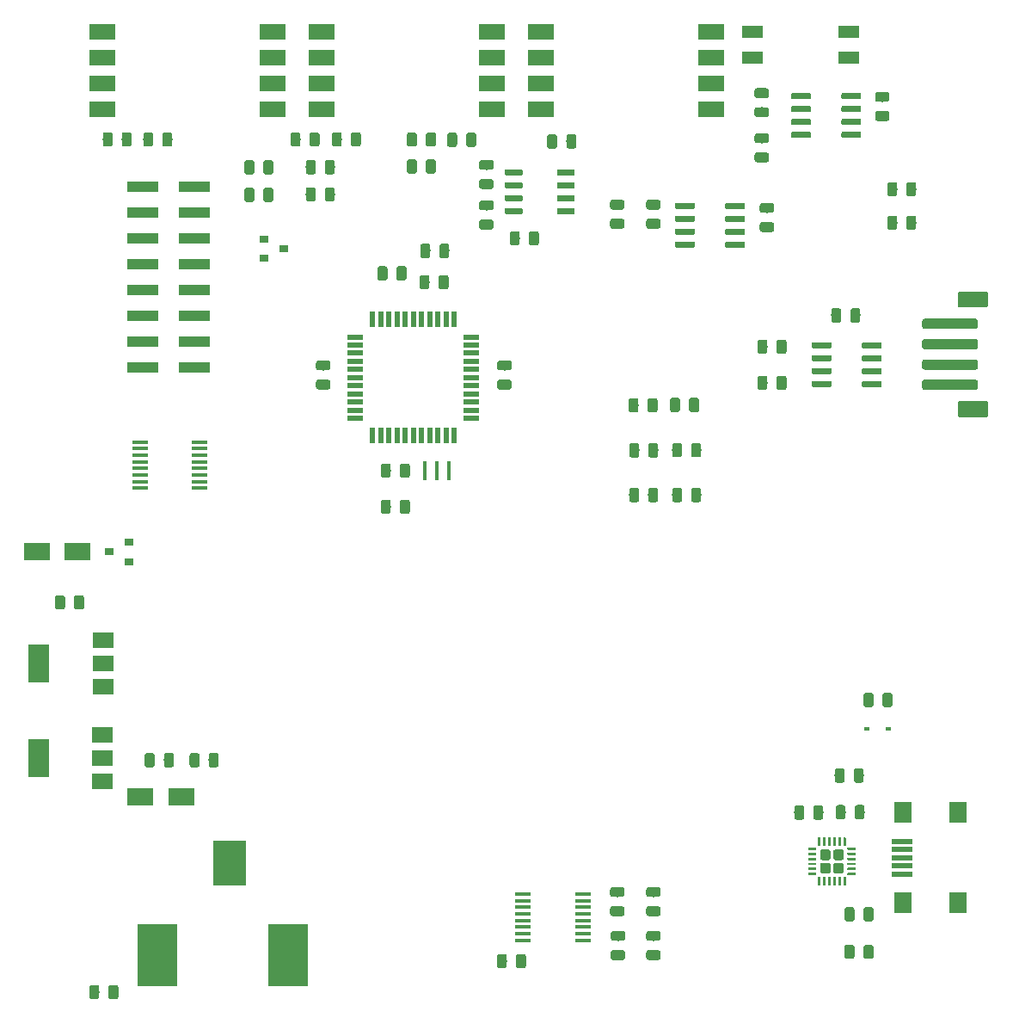
<source format=gbr>
G04 #@! TF.GenerationSoftware,KiCad,Pcbnew,(5.1.4-0-10_14)*
G04 #@! TF.CreationDate,2020-04-29T09:46:45-07:00*
G04 #@! TF.ProjectId,Vent,56656e74-2e6b-4696-9361-645f70636258,rev?*
G04 #@! TF.SameCoordinates,Original*
G04 #@! TF.FileFunction,Paste,Top*
G04 #@! TF.FilePolarity,Positive*
%FSLAX46Y46*%
G04 Gerber Fmt 4.6, Leading zero omitted, Abs format (unit mm)*
G04 Created by KiCad (PCBNEW (5.1.4-0-10_14)) date 2020-04-29 09:46:45*
%MOMM*%
%LPD*%
G04 APERTURE LIST*
%ADD10C,0.100000*%
%ADD11C,0.975000*%
%ADD12R,0.900000X0.800000*%
%ADD13R,2.500000X1.800000*%
%ADD14R,3.150000X1.000000*%
%ADD15R,2.000000X1.500000*%
%ADD16R,2.000000X3.800000*%
%ADD17R,2.540000X1.520000*%
%ADD18C,0.600000*%
%ADD19R,2.032000X1.143000*%
%ADD20R,1.500000X0.450000*%
%ADD21C,0.250000*%
%ADD22C,1.050000*%
%ADD23R,1.700000X2.000000*%
%ADD24R,2.000000X0.500000*%
%ADD25R,1.500000X0.550000*%
%ADD26R,0.550000X1.500000*%
%ADD27R,0.400000X1.900000*%
%ADD28R,3.900000X6.200000*%
%ADD29R,3.300000X4.400000*%
%ADD30C,1.600000*%
%ADD31C,1.000000*%
%ADD32R,0.600000X0.450000*%
G04 APERTURE END LIST*
D10*
G36*
X63485942Y-39102974D02*
G01*
X63509603Y-39106484D01*
X63532807Y-39112296D01*
X63555329Y-39120354D01*
X63576953Y-39130582D01*
X63597470Y-39142879D01*
X63616683Y-39157129D01*
X63634407Y-39173193D01*
X63650471Y-39190917D01*
X63664721Y-39210130D01*
X63677018Y-39230647D01*
X63687246Y-39252271D01*
X63695304Y-39274793D01*
X63701116Y-39297997D01*
X63704626Y-39321658D01*
X63705800Y-39345550D01*
X63705800Y-40258050D01*
X63704626Y-40281942D01*
X63701116Y-40305603D01*
X63695304Y-40328807D01*
X63687246Y-40351329D01*
X63677018Y-40372953D01*
X63664721Y-40393470D01*
X63650471Y-40412683D01*
X63634407Y-40430407D01*
X63616683Y-40446471D01*
X63597470Y-40460721D01*
X63576953Y-40473018D01*
X63555329Y-40483246D01*
X63532807Y-40491304D01*
X63509603Y-40497116D01*
X63485942Y-40500626D01*
X63462050Y-40501800D01*
X62974550Y-40501800D01*
X62950658Y-40500626D01*
X62926997Y-40497116D01*
X62903793Y-40491304D01*
X62881271Y-40483246D01*
X62859647Y-40473018D01*
X62839130Y-40460721D01*
X62819917Y-40446471D01*
X62802193Y-40430407D01*
X62786129Y-40412683D01*
X62771879Y-40393470D01*
X62759582Y-40372953D01*
X62749354Y-40351329D01*
X62741296Y-40328807D01*
X62735484Y-40305603D01*
X62731974Y-40281942D01*
X62730800Y-40258050D01*
X62730800Y-39345550D01*
X62731974Y-39321658D01*
X62735484Y-39297997D01*
X62741296Y-39274793D01*
X62749354Y-39252271D01*
X62759582Y-39230647D01*
X62771879Y-39210130D01*
X62786129Y-39190917D01*
X62802193Y-39173193D01*
X62819917Y-39157129D01*
X62839130Y-39142879D01*
X62859647Y-39130582D01*
X62881271Y-39120354D01*
X62903793Y-39112296D01*
X62926997Y-39106484D01*
X62950658Y-39102974D01*
X62974550Y-39101800D01*
X63462050Y-39101800D01*
X63485942Y-39102974D01*
X63485942Y-39102974D01*
G37*
D11*
X63218300Y-39801800D03*
D10*
G36*
X61610942Y-39102974D02*
G01*
X61634603Y-39106484D01*
X61657807Y-39112296D01*
X61680329Y-39120354D01*
X61701953Y-39130582D01*
X61722470Y-39142879D01*
X61741683Y-39157129D01*
X61759407Y-39173193D01*
X61775471Y-39190917D01*
X61789721Y-39210130D01*
X61802018Y-39230647D01*
X61812246Y-39252271D01*
X61820304Y-39274793D01*
X61826116Y-39297997D01*
X61829626Y-39321658D01*
X61830800Y-39345550D01*
X61830800Y-40258050D01*
X61829626Y-40281942D01*
X61826116Y-40305603D01*
X61820304Y-40328807D01*
X61812246Y-40351329D01*
X61802018Y-40372953D01*
X61789721Y-40393470D01*
X61775471Y-40412683D01*
X61759407Y-40430407D01*
X61741683Y-40446471D01*
X61722470Y-40460721D01*
X61701953Y-40473018D01*
X61680329Y-40483246D01*
X61657807Y-40491304D01*
X61634603Y-40497116D01*
X61610942Y-40500626D01*
X61587050Y-40501800D01*
X61099550Y-40501800D01*
X61075658Y-40500626D01*
X61051997Y-40497116D01*
X61028793Y-40491304D01*
X61006271Y-40483246D01*
X60984647Y-40473018D01*
X60964130Y-40460721D01*
X60944917Y-40446471D01*
X60927193Y-40430407D01*
X60911129Y-40412683D01*
X60896879Y-40393470D01*
X60884582Y-40372953D01*
X60874354Y-40351329D01*
X60866296Y-40328807D01*
X60860484Y-40305603D01*
X60856974Y-40281942D01*
X60855800Y-40258050D01*
X60855800Y-39345550D01*
X60856974Y-39321658D01*
X60860484Y-39297997D01*
X60866296Y-39274793D01*
X60874354Y-39252271D01*
X60884582Y-39230647D01*
X60896879Y-39210130D01*
X60911129Y-39190917D01*
X60927193Y-39173193D01*
X60944917Y-39157129D01*
X60964130Y-39142879D01*
X60984647Y-39130582D01*
X61006271Y-39120354D01*
X61028793Y-39112296D01*
X61051997Y-39106484D01*
X61075658Y-39102974D01*
X61099550Y-39101800D01*
X61587050Y-39101800D01*
X61610942Y-39102974D01*
X61610942Y-39102974D01*
G37*
D11*
X61343300Y-39801800D03*
D10*
G36*
X97394942Y-39153774D02*
G01*
X97418603Y-39157284D01*
X97441807Y-39163096D01*
X97464329Y-39171154D01*
X97485953Y-39181382D01*
X97506470Y-39193679D01*
X97525683Y-39207929D01*
X97543407Y-39223993D01*
X97559471Y-39241717D01*
X97573721Y-39260930D01*
X97586018Y-39281447D01*
X97596246Y-39303071D01*
X97604304Y-39325593D01*
X97610116Y-39348797D01*
X97613626Y-39372458D01*
X97614800Y-39396350D01*
X97614800Y-40308850D01*
X97613626Y-40332742D01*
X97610116Y-40356403D01*
X97604304Y-40379607D01*
X97596246Y-40402129D01*
X97586018Y-40423753D01*
X97573721Y-40444270D01*
X97559471Y-40463483D01*
X97543407Y-40481207D01*
X97525683Y-40497271D01*
X97506470Y-40511521D01*
X97485953Y-40523818D01*
X97464329Y-40534046D01*
X97441807Y-40542104D01*
X97418603Y-40547916D01*
X97394942Y-40551426D01*
X97371050Y-40552600D01*
X96883550Y-40552600D01*
X96859658Y-40551426D01*
X96835997Y-40547916D01*
X96812793Y-40542104D01*
X96790271Y-40534046D01*
X96768647Y-40523818D01*
X96748130Y-40511521D01*
X96728917Y-40497271D01*
X96711193Y-40481207D01*
X96695129Y-40463483D01*
X96680879Y-40444270D01*
X96668582Y-40423753D01*
X96658354Y-40402129D01*
X96650296Y-40379607D01*
X96644484Y-40356403D01*
X96640974Y-40332742D01*
X96639800Y-40308850D01*
X96639800Y-39396350D01*
X96640974Y-39372458D01*
X96644484Y-39348797D01*
X96650296Y-39325593D01*
X96658354Y-39303071D01*
X96668582Y-39281447D01*
X96680879Y-39260930D01*
X96695129Y-39241717D01*
X96711193Y-39223993D01*
X96728917Y-39207929D01*
X96748130Y-39193679D01*
X96768647Y-39181382D01*
X96790271Y-39171154D01*
X96812793Y-39163096D01*
X96835997Y-39157284D01*
X96859658Y-39153774D01*
X96883550Y-39152600D01*
X97371050Y-39152600D01*
X97394942Y-39153774D01*
X97394942Y-39153774D01*
G37*
D11*
X97127300Y-39852600D03*
D10*
G36*
X95519942Y-39153774D02*
G01*
X95543603Y-39157284D01*
X95566807Y-39163096D01*
X95589329Y-39171154D01*
X95610953Y-39181382D01*
X95631470Y-39193679D01*
X95650683Y-39207929D01*
X95668407Y-39223993D01*
X95684471Y-39241717D01*
X95698721Y-39260930D01*
X95711018Y-39281447D01*
X95721246Y-39303071D01*
X95729304Y-39325593D01*
X95735116Y-39348797D01*
X95738626Y-39372458D01*
X95739800Y-39396350D01*
X95739800Y-40308850D01*
X95738626Y-40332742D01*
X95735116Y-40356403D01*
X95729304Y-40379607D01*
X95721246Y-40402129D01*
X95711018Y-40423753D01*
X95698721Y-40444270D01*
X95684471Y-40463483D01*
X95668407Y-40481207D01*
X95650683Y-40497271D01*
X95631470Y-40511521D01*
X95610953Y-40523818D01*
X95589329Y-40534046D01*
X95566807Y-40542104D01*
X95543603Y-40547916D01*
X95519942Y-40551426D01*
X95496050Y-40552600D01*
X95008550Y-40552600D01*
X94984658Y-40551426D01*
X94960997Y-40547916D01*
X94937793Y-40542104D01*
X94915271Y-40534046D01*
X94893647Y-40523818D01*
X94873130Y-40511521D01*
X94853917Y-40497271D01*
X94836193Y-40481207D01*
X94820129Y-40463483D01*
X94805879Y-40444270D01*
X94793582Y-40423753D01*
X94783354Y-40402129D01*
X94775296Y-40379607D01*
X94769484Y-40356403D01*
X94765974Y-40332742D01*
X94764800Y-40308850D01*
X94764800Y-39396350D01*
X94765974Y-39372458D01*
X94769484Y-39348797D01*
X94775296Y-39325593D01*
X94783354Y-39303071D01*
X94793582Y-39281447D01*
X94805879Y-39260930D01*
X94820129Y-39241717D01*
X94836193Y-39223993D01*
X94853917Y-39207929D01*
X94873130Y-39193679D01*
X94893647Y-39181382D01*
X94915271Y-39171154D01*
X94937793Y-39163096D01*
X94960997Y-39157284D01*
X94984658Y-39153774D01*
X95008550Y-39152600D01*
X95496050Y-39152600D01*
X95519942Y-39153774D01*
X95519942Y-39153774D01*
G37*
D11*
X95252300Y-39852600D03*
D10*
G36*
X80104442Y-39128374D02*
G01*
X80128103Y-39131884D01*
X80151307Y-39137696D01*
X80173829Y-39145754D01*
X80195453Y-39155982D01*
X80215970Y-39168279D01*
X80235183Y-39182529D01*
X80252907Y-39198593D01*
X80268971Y-39216317D01*
X80283221Y-39235530D01*
X80295518Y-39256047D01*
X80305746Y-39277671D01*
X80313804Y-39300193D01*
X80319616Y-39323397D01*
X80323126Y-39347058D01*
X80324300Y-39370950D01*
X80324300Y-40283450D01*
X80323126Y-40307342D01*
X80319616Y-40331003D01*
X80313804Y-40354207D01*
X80305746Y-40376729D01*
X80295518Y-40398353D01*
X80283221Y-40418870D01*
X80268971Y-40438083D01*
X80252907Y-40455807D01*
X80235183Y-40471871D01*
X80215970Y-40486121D01*
X80195453Y-40498418D01*
X80173829Y-40508646D01*
X80151307Y-40516704D01*
X80128103Y-40522516D01*
X80104442Y-40526026D01*
X80080550Y-40527200D01*
X79593050Y-40527200D01*
X79569158Y-40526026D01*
X79545497Y-40522516D01*
X79522293Y-40516704D01*
X79499771Y-40508646D01*
X79478147Y-40498418D01*
X79457630Y-40486121D01*
X79438417Y-40471871D01*
X79420693Y-40455807D01*
X79404629Y-40438083D01*
X79390379Y-40418870D01*
X79378082Y-40398353D01*
X79367854Y-40376729D01*
X79359796Y-40354207D01*
X79353984Y-40331003D01*
X79350474Y-40307342D01*
X79349300Y-40283450D01*
X79349300Y-39370950D01*
X79350474Y-39347058D01*
X79353984Y-39323397D01*
X79359796Y-39300193D01*
X79367854Y-39277671D01*
X79378082Y-39256047D01*
X79390379Y-39235530D01*
X79404629Y-39216317D01*
X79420693Y-39198593D01*
X79438417Y-39182529D01*
X79457630Y-39168279D01*
X79478147Y-39155982D01*
X79499771Y-39145754D01*
X79522293Y-39137696D01*
X79545497Y-39131884D01*
X79569158Y-39128374D01*
X79593050Y-39127200D01*
X80080550Y-39127200D01*
X80104442Y-39128374D01*
X80104442Y-39128374D01*
G37*
D11*
X79836800Y-39827200D03*
D10*
G36*
X81979442Y-39128374D02*
G01*
X82003103Y-39131884D01*
X82026307Y-39137696D01*
X82048829Y-39145754D01*
X82070453Y-39155982D01*
X82090970Y-39168279D01*
X82110183Y-39182529D01*
X82127907Y-39198593D01*
X82143971Y-39216317D01*
X82158221Y-39235530D01*
X82170518Y-39256047D01*
X82180746Y-39277671D01*
X82188804Y-39300193D01*
X82194616Y-39323397D01*
X82198126Y-39347058D01*
X82199300Y-39370950D01*
X82199300Y-40283450D01*
X82198126Y-40307342D01*
X82194616Y-40331003D01*
X82188804Y-40354207D01*
X82180746Y-40376729D01*
X82170518Y-40398353D01*
X82158221Y-40418870D01*
X82143971Y-40438083D01*
X82127907Y-40455807D01*
X82110183Y-40471871D01*
X82090970Y-40486121D01*
X82070453Y-40498418D01*
X82048829Y-40508646D01*
X82026307Y-40516704D01*
X82003103Y-40522516D01*
X81979442Y-40526026D01*
X81955550Y-40527200D01*
X81468050Y-40527200D01*
X81444158Y-40526026D01*
X81420497Y-40522516D01*
X81397293Y-40516704D01*
X81374771Y-40508646D01*
X81353147Y-40498418D01*
X81332630Y-40486121D01*
X81313417Y-40471871D01*
X81295693Y-40455807D01*
X81279629Y-40438083D01*
X81265379Y-40418870D01*
X81253082Y-40398353D01*
X81242854Y-40376729D01*
X81234796Y-40354207D01*
X81228984Y-40331003D01*
X81225474Y-40307342D01*
X81224300Y-40283450D01*
X81224300Y-39370950D01*
X81225474Y-39347058D01*
X81228984Y-39323397D01*
X81234796Y-39300193D01*
X81242854Y-39277671D01*
X81253082Y-39256047D01*
X81265379Y-39235530D01*
X81279629Y-39216317D01*
X81295693Y-39198593D01*
X81313417Y-39182529D01*
X81332630Y-39168279D01*
X81353147Y-39155982D01*
X81374771Y-39145754D01*
X81397293Y-39137696D01*
X81420497Y-39131884D01*
X81444158Y-39128374D01*
X81468050Y-39127200D01*
X81955550Y-39127200D01*
X81979442Y-39128374D01*
X81979442Y-39128374D01*
G37*
D11*
X81711800Y-39827200D03*
D10*
G36*
X67473742Y-39128374D02*
G01*
X67497403Y-39131884D01*
X67520607Y-39137696D01*
X67543129Y-39145754D01*
X67564753Y-39155982D01*
X67585270Y-39168279D01*
X67604483Y-39182529D01*
X67622207Y-39198593D01*
X67638271Y-39216317D01*
X67652521Y-39235530D01*
X67664818Y-39256047D01*
X67675046Y-39277671D01*
X67683104Y-39300193D01*
X67688916Y-39323397D01*
X67692426Y-39347058D01*
X67693600Y-39370950D01*
X67693600Y-40283450D01*
X67692426Y-40307342D01*
X67688916Y-40331003D01*
X67683104Y-40354207D01*
X67675046Y-40376729D01*
X67664818Y-40398353D01*
X67652521Y-40418870D01*
X67638271Y-40438083D01*
X67622207Y-40455807D01*
X67604483Y-40471871D01*
X67585270Y-40486121D01*
X67564753Y-40498418D01*
X67543129Y-40508646D01*
X67520607Y-40516704D01*
X67497403Y-40522516D01*
X67473742Y-40526026D01*
X67449850Y-40527200D01*
X66962350Y-40527200D01*
X66938458Y-40526026D01*
X66914797Y-40522516D01*
X66891593Y-40516704D01*
X66869071Y-40508646D01*
X66847447Y-40498418D01*
X66826930Y-40486121D01*
X66807717Y-40471871D01*
X66789993Y-40455807D01*
X66773929Y-40438083D01*
X66759679Y-40418870D01*
X66747382Y-40398353D01*
X66737154Y-40376729D01*
X66729096Y-40354207D01*
X66723284Y-40331003D01*
X66719774Y-40307342D01*
X66718600Y-40283450D01*
X66718600Y-39370950D01*
X66719774Y-39347058D01*
X66723284Y-39323397D01*
X66729096Y-39300193D01*
X66737154Y-39277671D01*
X66747382Y-39256047D01*
X66759679Y-39235530D01*
X66773929Y-39216317D01*
X66789993Y-39198593D01*
X66807717Y-39182529D01*
X66826930Y-39168279D01*
X66847447Y-39155982D01*
X66869071Y-39145754D01*
X66891593Y-39137696D01*
X66914797Y-39131884D01*
X66938458Y-39128374D01*
X66962350Y-39127200D01*
X67449850Y-39127200D01*
X67473742Y-39128374D01*
X67473742Y-39128374D01*
G37*
D11*
X67206100Y-39827200D03*
D10*
G36*
X65598742Y-39128374D02*
G01*
X65622403Y-39131884D01*
X65645607Y-39137696D01*
X65668129Y-39145754D01*
X65689753Y-39155982D01*
X65710270Y-39168279D01*
X65729483Y-39182529D01*
X65747207Y-39198593D01*
X65763271Y-39216317D01*
X65777521Y-39235530D01*
X65789818Y-39256047D01*
X65800046Y-39277671D01*
X65808104Y-39300193D01*
X65813916Y-39323397D01*
X65817426Y-39347058D01*
X65818600Y-39370950D01*
X65818600Y-40283450D01*
X65817426Y-40307342D01*
X65813916Y-40331003D01*
X65808104Y-40354207D01*
X65800046Y-40376729D01*
X65789818Y-40398353D01*
X65777521Y-40418870D01*
X65763271Y-40438083D01*
X65747207Y-40455807D01*
X65729483Y-40471871D01*
X65710270Y-40486121D01*
X65689753Y-40498418D01*
X65668129Y-40508646D01*
X65645607Y-40516704D01*
X65622403Y-40522516D01*
X65598742Y-40526026D01*
X65574850Y-40527200D01*
X65087350Y-40527200D01*
X65063458Y-40526026D01*
X65039797Y-40522516D01*
X65016593Y-40516704D01*
X64994071Y-40508646D01*
X64972447Y-40498418D01*
X64951930Y-40486121D01*
X64932717Y-40471871D01*
X64914993Y-40455807D01*
X64898929Y-40438083D01*
X64884679Y-40418870D01*
X64872382Y-40398353D01*
X64862154Y-40376729D01*
X64854096Y-40354207D01*
X64848284Y-40331003D01*
X64844774Y-40307342D01*
X64843600Y-40283450D01*
X64843600Y-39370950D01*
X64844774Y-39347058D01*
X64848284Y-39323397D01*
X64854096Y-39300193D01*
X64862154Y-39277671D01*
X64872382Y-39256047D01*
X64884679Y-39235530D01*
X64898929Y-39216317D01*
X64914993Y-39198593D01*
X64932717Y-39182529D01*
X64951930Y-39168279D01*
X64972447Y-39155982D01*
X64994071Y-39145754D01*
X65016593Y-39137696D01*
X65039797Y-39131884D01*
X65063458Y-39128374D01*
X65087350Y-39127200D01*
X65574850Y-39127200D01*
X65598742Y-39128374D01*
X65598742Y-39128374D01*
G37*
D11*
X65331100Y-39827200D03*
D10*
G36*
X72036142Y-100189974D02*
G01*
X72059803Y-100193484D01*
X72083007Y-100199296D01*
X72105529Y-100207354D01*
X72127153Y-100217582D01*
X72147670Y-100229879D01*
X72166883Y-100244129D01*
X72184607Y-100260193D01*
X72200671Y-100277917D01*
X72214921Y-100297130D01*
X72227218Y-100317647D01*
X72237446Y-100339271D01*
X72245504Y-100361793D01*
X72251316Y-100384997D01*
X72254826Y-100408658D01*
X72256000Y-100432550D01*
X72256000Y-101345050D01*
X72254826Y-101368942D01*
X72251316Y-101392603D01*
X72245504Y-101415807D01*
X72237446Y-101438329D01*
X72227218Y-101459953D01*
X72214921Y-101480470D01*
X72200671Y-101499683D01*
X72184607Y-101517407D01*
X72166883Y-101533471D01*
X72147670Y-101547721D01*
X72127153Y-101560018D01*
X72105529Y-101570246D01*
X72083007Y-101578304D01*
X72059803Y-101584116D01*
X72036142Y-101587626D01*
X72012250Y-101588800D01*
X71524750Y-101588800D01*
X71500858Y-101587626D01*
X71477197Y-101584116D01*
X71453993Y-101578304D01*
X71431471Y-101570246D01*
X71409847Y-101560018D01*
X71389330Y-101547721D01*
X71370117Y-101533471D01*
X71352393Y-101517407D01*
X71336329Y-101499683D01*
X71322079Y-101480470D01*
X71309782Y-101459953D01*
X71299554Y-101438329D01*
X71291496Y-101415807D01*
X71285684Y-101392603D01*
X71282174Y-101368942D01*
X71281000Y-101345050D01*
X71281000Y-100432550D01*
X71282174Y-100408658D01*
X71285684Y-100384997D01*
X71291496Y-100361793D01*
X71299554Y-100339271D01*
X71309782Y-100317647D01*
X71322079Y-100297130D01*
X71336329Y-100277917D01*
X71352393Y-100260193D01*
X71370117Y-100244129D01*
X71389330Y-100229879D01*
X71409847Y-100217582D01*
X71431471Y-100207354D01*
X71453993Y-100199296D01*
X71477197Y-100193484D01*
X71500858Y-100189974D01*
X71524750Y-100188800D01*
X72012250Y-100188800D01*
X72036142Y-100189974D01*
X72036142Y-100189974D01*
G37*
D11*
X71768500Y-100888800D03*
D10*
G36*
X70161142Y-100189974D02*
G01*
X70184803Y-100193484D01*
X70208007Y-100199296D01*
X70230529Y-100207354D01*
X70252153Y-100217582D01*
X70272670Y-100229879D01*
X70291883Y-100244129D01*
X70309607Y-100260193D01*
X70325671Y-100277917D01*
X70339921Y-100297130D01*
X70352218Y-100317647D01*
X70362446Y-100339271D01*
X70370504Y-100361793D01*
X70376316Y-100384997D01*
X70379826Y-100408658D01*
X70381000Y-100432550D01*
X70381000Y-101345050D01*
X70379826Y-101368942D01*
X70376316Y-101392603D01*
X70370504Y-101415807D01*
X70362446Y-101438329D01*
X70352218Y-101459953D01*
X70339921Y-101480470D01*
X70325671Y-101499683D01*
X70309607Y-101517407D01*
X70291883Y-101533471D01*
X70272670Y-101547721D01*
X70252153Y-101560018D01*
X70230529Y-101570246D01*
X70208007Y-101578304D01*
X70184803Y-101584116D01*
X70161142Y-101587626D01*
X70137250Y-101588800D01*
X69649750Y-101588800D01*
X69625858Y-101587626D01*
X69602197Y-101584116D01*
X69578993Y-101578304D01*
X69556471Y-101570246D01*
X69534847Y-101560018D01*
X69514330Y-101547721D01*
X69495117Y-101533471D01*
X69477393Y-101517407D01*
X69461329Y-101499683D01*
X69447079Y-101480470D01*
X69434782Y-101459953D01*
X69424554Y-101438329D01*
X69416496Y-101415807D01*
X69410684Y-101392603D01*
X69407174Y-101368942D01*
X69406000Y-101345050D01*
X69406000Y-100432550D01*
X69407174Y-100408658D01*
X69410684Y-100384997D01*
X69416496Y-100361793D01*
X69424554Y-100339271D01*
X69434782Y-100317647D01*
X69447079Y-100297130D01*
X69461329Y-100277917D01*
X69477393Y-100260193D01*
X69495117Y-100244129D01*
X69514330Y-100229879D01*
X69534847Y-100217582D01*
X69556471Y-100207354D01*
X69578993Y-100199296D01*
X69602197Y-100193484D01*
X69625858Y-100189974D01*
X69649750Y-100188800D01*
X70137250Y-100188800D01*
X70161142Y-100189974D01*
X70161142Y-100189974D01*
G37*
D11*
X69893500Y-100888800D03*
D10*
G36*
X67626142Y-100189974D02*
G01*
X67649803Y-100193484D01*
X67673007Y-100199296D01*
X67695529Y-100207354D01*
X67717153Y-100217582D01*
X67737670Y-100229879D01*
X67756883Y-100244129D01*
X67774607Y-100260193D01*
X67790671Y-100277917D01*
X67804921Y-100297130D01*
X67817218Y-100317647D01*
X67827446Y-100339271D01*
X67835504Y-100361793D01*
X67841316Y-100384997D01*
X67844826Y-100408658D01*
X67846000Y-100432550D01*
X67846000Y-101345050D01*
X67844826Y-101368942D01*
X67841316Y-101392603D01*
X67835504Y-101415807D01*
X67827446Y-101438329D01*
X67817218Y-101459953D01*
X67804921Y-101480470D01*
X67790671Y-101499683D01*
X67774607Y-101517407D01*
X67756883Y-101533471D01*
X67737670Y-101547721D01*
X67717153Y-101560018D01*
X67695529Y-101570246D01*
X67673007Y-101578304D01*
X67649803Y-101584116D01*
X67626142Y-101587626D01*
X67602250Y-101588800D01*
X67114750Y-101588800D01*
X67090858Y-101587626D01*
X67067197Y-101584116D01*
X67043993Y-101578304D01*
X67021471Y-101570246D01*
X66999847Y-101560018D01*
X66979330Y-101547721D01*
X66960117Y-101533471D01*
X66942393Y-101517407D01*
X66926329Y-101499683D01*
X66912079Y-101480470D01*
X66899782Y-101459953D01*
X66889554Y-101438329D01*
X66881496Y-101415807D01*
X66875684Y-101392603D01*
X66872174Y-101368942D01*
X66871000Y-101345050D01*
X66871000Y-100432550D01*
X66872174Y-100408658D01*
X66875684Y-100384997D01*
X66881496Y-100361793D01*
X66889554Y-100339271D01*
X66899782Y-100317647D01*
X66912079Y-100297130D01*
X66926329Y-100277917D01*
X66942393Y-100260193D01*
X66960117Y-100244129D01*
X66979330Y-100229879D01*
X66999847Y-100217582D01*
X67021471Y-100207354D01*
X67043993Y-100199296D01*
X67067197Y-100193484D01*
X67090858Y-100189974D01*
X67114750Y-100188800D01*
X67602250Y-100188800D01*
X67626142Y-100189974D01*
X67626142Y-100189974D01*
G37*
D11*
X67358500Y-100888800D03*
D10*
G36*
X65751142Y-100189974D02*
G01*
X65774803Y-100193484D01*
X65798007Y-100199296D01*
X65820529Y-100207354D01*
X65842153Y-100217582D01*
X65862670Y-100229879D01*
X65881883Y-100244129D01*
X65899607Y-100260193D01*
X65915671Y-100277917D01*
X65929921Y-100297130D01*
X65942218Y-100317647D01*
X65952446Y-100339271D01*
X65960504Y-100361793D01*
X65966316Y-100384997D01*
X65969826Y-100408658D01*
X65971000Y-100432550D01*
X65971000Y-101345050D01*
X65969826Y-101368942D01*
X65966316Y-101392603D01*
X65960504Y-101415807D01*
X65952446Y-101438329D01*
X65942218Y-101459953D01*
X65929921Y-101480470D01*
X65915671Y-101499683D01*
X65899607Y-101517407D01*
X65881883Y-101533471D01*
X65862670Y-101547721D01*
X65842153Y-101560018D01*
X65820529Y-101570246D01*
X65798007Y-101578304D01*
X65774803Y-101584116D01*
X65751142Y-101587626D01*
X65727250Y-101588800D01*
X65239750Y-101588800D01*
X65215858Y-101587626D01*
X65192197Y-101584116D01*
X65168993Y-101578304D01*
X65146471Y-101570246D01*
X65124847Y-101560018D01*
X65104330Y-101547721D01*
X65085117Y-101533471D01*
X65067393Y-101517407D01*
X65051329Y-101499683D01*
X65037079Y-101480470D01*
X65024782Y-101459953D01*
X65014554Y-101438329D01*
X65006496Y-101415807D01*
X65000684Y-101392603D01*
X64997174Y-101368942D01*
X64996000Y-101345050D01*
X64996000Y-100432550D01*
X64997174Y-100408658D01*
X65000684Y-100384997D01*
X65006496Y-100361793D01*
X65014554Y-100339271D01*
X65024782Y-100317647D01*
X65037079Y-100297130D01*
X65051329Y-100277917D01*
X65067393Y-100260193D01*
X65085117Y-100244129D01*
X65104330Y-100229879D01*
X65124847Y-100217582D01*
X65146471Y-100207354D01*
X65168993Y-100199296D01*
X65192197Y-100193484D01*
X65215858Y-100189974D01*
X65239750Y-100188800D01*
X65727250Y-100188800D01*
X65751142Y-100189974D01*
X65751142Y-100189974D01*
G37*
D11*
X65483500Y-100888800D03*
D12*
X78698600Y-50571400D03*
X76698600Y-51521400D03*
X76698600Y-49621400D03*
D13*
X68573400Y-104495600D03*
X64573400Y-104495600D03*
D10*
G36*
X135215542Y-56425774D02*
G01*
X135239203Y-56429284D01*
X135262407Y-56435096D01*
X135284929Y-56443154D01*
X135306553Y-56453382D01*
X135327070Y-56465679D01*
X135346283Y-56479929D01*
X135364007Y-56495993D01*
X135380071Y-56513717D01*
X135394321Y-56532930D01*
X135406618Y-56553447D01*
X135416846Y-56575071D01*
X135424904Y-56597593D01*
X135430716Y-56620797D01*
X135434226Y-56644458D01*
X135435400Y-56668350D01*
X135435400Y-57580850D01*
X135434226Y-57604742D01*
X135430716Y-57628403D01*
X135424904Y-57651607D01*
X135416846Y-57674129D01*
X135406618Y-57695753D01*
X135394321Y-57716270D01*
X135380071Y-57735483D01*
X135364007Y-57753207D01*
X135346283Y-57769271D01*
X135327070Y-57783521D01*
X135306553Y-57795818D01*
X135284929Y-57806046D01*
X135262407Y-57814104D01*
X135239203Y-57819916D01*
X135215542Y-57823426D01*
X135191650Y-57824600D01*
X134704150Y-57824600D01*
X134680258Y-57823426D01*
X134656597Y-57819916D01*
X134633393Y-57814104D01*
X134610871Y-57806046D01*
X134589247Y-57795818D01*
X134568730Y-57783521D01*
X134549517Y-57769271D01*
X134531793Y-57753207D01*
X134515729Y-57735483D01*
X134501479Y-57716270D01*
X134489182Y-57695753D01*
X134478954Y-57674129D01*
X134470896Y-57651607D01*
X134465084Y-57628403D01*
X134461574Y-57604742D01*
X134460400Y-57580850D01*
X134460400Y-56668350D01*
X134461574Y-56644458D01*
X134465084Y-56620797D01*
X134470896Y-56597593D01*
X134478954Y-56575071D01*
X134489182Y-56553447D01*
X134501479Y-56532930D01*
X134515729Y-56513717D01*
X134531793Y-56495993D01*
X134549517Y-56479929D01*
X134568730Y-56465679D01*
X134589247Y-56453382D01*
X134610871Y-56443154D01*
X134633393Y-56435096D01*
X134656597Y-56429284D01*
X134680258Y-56425774D01*
X134704150Y-56424600D01*
X135191650Y-56424600D01*
X135215542Y-56425774D01*
X135215542Y-56425774D01*
G37*
D11*
X134947900Y-57124600D03*
D10*
G36*
X133340542Y-56425774D02*
G01*
X133364203Y-56429284D01*
X133387407Y-56435096D01*
X133409929Y-56443154D01*
X133431553Y-56453382D01*
X133452070Y-56465679D01*
X133471283Y-56479929D01*
X133489007Y-56495993D01*
X133505071Y-56513717D01*
X133519321Y-56532930D01*
X133531618Y-56553447D01*
X133541846Y-56575071D01*
X133549904Y-56597593D01*
X133555716Y-56620797D01*
X133559226Y-56644458D01*
X133560400Y-56668350D01*
X133560400Y-57580850D01*
X133559226Y-57604742D01*
X133555716Y-57628403D01*
X133549904Y-57651607D01*
X133541846Y-57674129D01*
X133531618Y-57695753D01*
X133519321Y-57716270D01*
X133505071Y-57735483D01*
X133489007Y-57753207D01*
X133471283Y-57769271D01*
X133452070Y-57783521D01*
X133431553Y-57795818D01*
X133409929Y-57806046D01*
X133387407Y-57814104D01*
X133364203Y-57819916D01*
X133340542Y-57823426D01*
X133316650Y-57824600D01*
X132829150Y-57824600D01*
X132805258Y-57823426D01*
X132781597Y-57819916D01*
X132758393Y-57814104D01*
X132735871Y-57806046D01*
X132714247Y-57795818D01*
X132693730Y-57783521D01*
X132674517Y-57769271D01*
X132656793Y-57753207D01*
X132640729Y-57735483D01*
X132626479Y-57716270D01*
X132614182Y-57695753D01*
X132603954Y-57674129D01*
X132595896Y-57651607D01*
X132590084Y-57628403D01*
X132586574Y-57604742D01*
X132585400Y-57580850D01*
X132585400Y-56668350D01*
X132586574Y-56644458D01*
X132590084Y-56620797D01*
X132595896Y-56597593D01*
X132603954Y-56575071D01*
X132614182Y-56553447D01*
X132626479Y-56532930D01*
X132640729Y-56513717D01*
X132656793Y-56495993D01*
X132674517Y-56479929D01*
X132693730Y-56465679D01*
X132714247Y-56453382D01*
X132735871Y-56443154D01*
X132758393Y-56435096D01*
X132781597Y-56429284D01*
X132805258Y-56425774D01*
X132829150Y-56424600D01*
X133316650Y-56424600D01*
X133340542Y-56425774D01*
X133340542Y-56425774D01*
G37*
D11*
X133072900Y-57124600D03*
D10*
G36*
X77432842Y-44563974D02*
G01*
X77456503Y-44567484D01*
X77479707Y-44573296D01*
X77502229Y-44581354D01*
X77523853Y-44591582D01*
X77544370Y-44603879D01*
X77563583Y-44618129D01*
X77581307Y-44634193D01*
X77597371Y-44651917D01*
X77611621Y-44671130D01*
X77623918Y-44691647D01*
X77634146Y-44713271D01*
X77642204Y-44735793D01*
X77648016Y-44758997D01*
X77651526Y-44782658D01*
X77652700Y-44806550D01*
X77652700Y-45719050D01*
X77651526Y-45742942D01*
X77648016Y-45766603D01*
X77642204Y-45789807D01*
X77634146Y-45812329D01*
X77623918Y-45833953D01*
X77611621Y-45854470D01*
X77597371Y-45873683D01*
X77581307Y-45891407D01*
X77563583Y-45907471D01*
X77544370Y-45921721D01*
X77523853Y-45934018D01*
X77502229Y-45944246D01*
X77479707Y-45952304D01*
X77456503Y-45958116D01*
X77432842Y-45961626D01*
X77408950Y-45962800D01*
X76921450Y-45962800D01*
X76897558Y-45961626D01*
X76873897Y-45958116D01*
X76850693Y-45952304D01*
X76828171Y-45944246D01*
X76806547Y-45934018D01*
X76786030Y-45921721D01*
X76766817Y-45907471D01*
X76749093Y-45891407D01*
X76733029Y-45873683D01*
X76718779Y-45854470D01*
X76706482Y-45833953D01*
X76696254Y-45812329D01*
X76688196Y-45789807D01*
X76682384Y-45766603D01*
X76678874Y-45742942D01*
X76677700Y-45719050D01*
X76677700Y-44806550D01*
X76678874Y-44782658D01*
X76682384Y-44758997D01*
X76688196Y-44735793D01*
X76696254Y-44713271D01*
X76706482Y-44691647D01*
X76718779Y-44671130D01*
X76733029Y-44651917D01*
X76749093Y-44634193D01*
X76766817Y-44618129D01*
X76786030Y-44603879D01*
X76806547Y-44591582D01*
X76828171Y-44581354D01*
X76850693Y-44573296D01*
X76873897Y-44567484D01*
X76897558Y-44563974D01*
X76921450Y-44562800D01*
X77408950Y-44562800D01*
X77432842Y-44563974D01*
X77432842Y-44563974D01*
G37*
D11*
X77165200Y-45262800D03*
D10*
G36*
X75557842Y-44563974D02*
G01*
X75581503Y-44567484D01*
X75604707Y-44573296D01*
X75627229Y-44581354D01*
X75648853Y-44591582D01*
X75669370Y-44603879D01*
X75688583Y-44618129D01*
X75706307Y-44634193D01*
X75722371Y-44651917D01*
X75736621Y-44671130D01*
X75748918Y-44691647D01*
X75759146Y-44713271D01*
X75767204Y-44735793D01*
X75773016Y-44758997D01*
X75776526Y-44782658D01*
X75777700Y-44806550D01*
X75777700Y-45719050D01*
X75776526Y-45742942D01*
X75773016Y-45766603D01*
X75767204Y-45789807D01*
X75759146Y-45812329D01*
X75748918Y-45833953D01*
X75736621Y-45854470D01*
X75722371Y-45873683D01*
X75706307Y-45891407D01*
X75688583Y-45907471D01*
X75669370Y-45921721D01*
X75648853Y-45934018D01*
X75627229Y-45944246D01*
X75604707Y-45952304D01*
X75581503Y-45958116D01*
X75557842Y-45961626D01*
X75533950Y-45962800D01*
X75046450Y-45962800D01*
X75022558Y-45961626D01*
X74998897Y-45958116D01*
X74975693Y-45952304D01*
X74953171Y-45944246D01*
X74931547Y-45934018D01*
X74911030Y-45921721D01*
X74891817Y-45907471D01*
X74874093Y-45891407D01*
X74858029Y-45873683D01*
X74843779Y-45854470D01*
X74831482Y-45833953D01*
X74821254Y-45812329D01*
X74813196Y-45789807D01*
X74807384Y-45766603D01*
X74803874Y-45742942D01*
X74802700Y-45719050D01*
X74802700Y-44806550D01*
X74803874Y-44782658D01*
X74807384Y-44758997D01*
X74813196Y-44735793D01*
X74821254Y-44713271D01*
X74831482Y-44691647D01*
X74843779Y-44671130D01*
X74858029Y-44651917D01*
X74874093Y-44634193D01*
X74891817Y-44618129D01*
X74911030Y-44603879D01*
X74931547Y-44591582D01*
X74953171Y-44581354D01*
X74975693Y-44573296D01*
X74998897Y-44567484D01*
X75022558Y-44563974D01*
X75046450Y-44562800D01*
X75533950Y-44562800D01*
X75557842Y-44563974D01*
X75557842Y-44563974D01*
G37*
D11*
X75290200Y-45262800D03*
D10*
G36*
X93432542Y-41769974D02*
G01*
X93456203Y-41773484D01*
X93479407Y-41779296D01*
X93501929Y-41787354D01*
X93523553Y-41797582D01*
X93544070Y-41809879D01*
X93563283Y-41824129D01*
X93581007Y-41840193D01*
X93597071Y-41857917D01*
X93611321Y-41877130D01*
X93623618Y-41897647D01*
X93633846Y-41919271D01*
X93641904Y-41941793D01*
X93647716Y-41964997D01*
X93651226Y-41988658D01*
X93652400Y-42012550D01*
X93652400Y-42925050D01*
X93651226Y-42948942D01*
X93647716Y-42972603D01*
X93641904Y-42995807D01*
X93633846Y-43018329D01*
X93623618Y-43039953D01*
X93611321Y-43060470D01*
X93597071Y-43079683D01*
X93581007Y-43097407D01*
X93563283Y-43113471D01*
X93544070Y-43127721D01*
X93523553Y-43140018D01*
X93501929Y-43150246D01*
X93479407Y-43158304D01*
X93456203Y-43164116D01*
X93432542Y-43167626D01*
X93408650Y-43168800D01*
X92921150Y-43168800D01*
X92897258Y-43167626D01*
X92873597Y-43164116D01*
X92850393Y-43158304D01*
X92827871Y-43150246D01*
X92806247Y-43140018D01*
X92785730Y-43127721D01*
X92766517Y-43113471D01*
X92748793Y-43097407D01*
X92732729Y-43079683D01*
X92718479Y-43060470D01*
X92706182Y-43039953D01*
X92695954Y-43018329D01*
X92687896Y-42995807D01*
X92682084Y-42972603D01*
X92678574Y-42948942D01*
X92677400Y-42925050D01*
X92677400Y-42012550D01*
X92678574Y-41988658D01*
X92682084Y-41964997D01*
X92687896Y-41941793D01*
X92695954Y-41919271D01*
X92706182Y-41897647D01*
X92718479Y-41877130D01*
X92732729Y-41857917D01*
X92748793Y-41840193D01*
X92766517Y-41824129D01*
X92785730Y-41809879D01*
X92806247Y-41797582D01*
X92827871Y-41787354D01*
X92850393Y-41779296D01*
X92873597Y-41773484D01*
X92897258Y-41769974D01*
X92921150Y-41768800D01*
X93408650Y-41768800D01*
X93432542Y-41769974D01*
X93432542Y-41769974D01*
G37*
D11*
X93164900Y-42468800D03*
D10*
G36*
X91557542Y-41769974D02*
G01*
X91581203Y-41773484D01*
X91604407Y-41779296D01*
X91626929Y-41787354D01*
X91648553Y-41797582D01*
X91669070Y-41809879D01*
X91688283Y-41824129D01*
X91706007Y-41840193D01*
X91722071Y-41857917D01*
X91736321Y-41877130D01*
X91748618Y-41897647D01*
X91758846Y-41919271D01*
X91766904Y-41941793D01*
X91772716Y-41964997D01*
X91776226Y-41988658D01*
X91777400Y-42012550D01*
X91777400Y-42925050D01*
X91776226Y-42948942D01*
X91772716Y-42972603D01*
X91766904Y-42995807D01*
X91758846Y-43018329D01*
X91748618Y-43039953D01*
X91736321Y-43060470D01*
X91722071Y-43079683D01*
X91706007Y-43097407D01*
X91688283Y-43113471D01*
X91669070Y-43127721D01*
X91648553Y-43140018D01*
X91626929Y-43150246D01*
X91604407Y-43158304D01*
X91581203Y-43164116D01*
X91557542Y-43167626D01*
X91533650Y-43168800D01*
X91046150Y-43168800D01*
X91022258Y-43167626D01*
X90998597Y-43164116D01*
X90975393Y-43158304D01*
X90952871Y-43150246D01*
X90931247Y-43140018D01*
X90910730Y-43127721D01*
X90891517Y-43113471D01*
X90873793Y-43097407D01*
X90857729Y-43079683D01*
X90843479Y-43060470D01*
X90831182Y-43039953D01*
X90820954Y-43018329D01*
X90812896Y-42995807D01*
X90807084Y-42972603D01*
X90803574Y-42948942D01*
X90802400Y-42925050D01*
X90802400Y-42012550D01*
X90803574Y-41988658D01*
X90807084Y-41964997D01*
X90812896Y-41941793D01*
X90820954Y-41919271D01*
X90831182Y-41897647D01*
X90843479Y-41877130D01*
X90857729Y-41857917D01*
X90873793Y-41840193D01*
X90891517Y-41824129D01*
X90910730Y-41809879D01*
X90931247Y-41797582D01*
X90952871Y-41787354D01*
X90975393Y-41779296D01*
X90998597Y-41773484D01*
X91022258Y-41769974D01*
X91046150Y-41768800D01*
X91533650Y-41768800D01*
X91557542Y-41769974D01*
X91557542Y-41769974D01*
G37*
D11*
X91289900Y-42468800D03*
D10*
G36*
X91557542Y-39128374D02*
G01*
X91581203Y-39131884D01*
X91604407Y-39137696D01*
X91626929Y-39145754D01*
X91648553Y-39155982D01*
X91669070Y-39168279D01*
X91688283Y-39182529D01*
X91706007Y-39198593D01*
X91722071Y-39216317D01*
X91736321Y-39235530D01*
X91748618Y-39256047D01*
X91758846Y-39277671D01*
X91766904Y-39300193D01*
X91772716Y-39323397D01*
X91776226Y-39347058D01*
X91777400Y-39370950D01*
X91777400Y-40283450D01*
X91776226Y-40307342D01*
X91772716Y-40331003D01*
X91766904Y-40354207D01*
X91758846Y-40376729D01*
X91748618Y-40398353D01*
X91736321Y-40418870D01*
X91722071Y-40438083D01*
X91706007Y-40455807D01*
X91688283Y-40471871D01*
X91669070Y-40486121D01*
X91648553Y-40498418D01*
X91626929Y-40508646D01*
X91604407Y-40516704D01*
X91581203Y-40522516D01*
X91557542Y-40526026D01*
X91533650Y-40527200D01*
X91046150Y-40527200D01*
X91022258Y-40526026D01*
X90998597Y-40522516D01*
X90975393Y-40516704D01*
X90952871Y-40508646D01*
X90931247Y-40498418D01*
X90910730Y-40486121D01*
X90891517Y-40471871D01*
X90873793Y-40455807D01*
X90857729Y-40438083D01*
X90843479Y-40418870D01*
X90831182Y-40398353D01*
X90820954Y-40376729D01*
X90812896Y-40354207D01*
X90807084Y-40331003D01*
X90803574Y-40307342D01*
X90802400Y-40283450D01*
X90802400Y-39370950D01*
X90803574Y-39347058D01*
X90807084Y-39323397D01*
X90812896Y-39300193D01*
X90820954Y-39277671D01*
X90831182Y-39256047D01*
X90843479Y-39235530D01*
X90857729Y-39216317D01*
X90873793Y-39198593D01*
X90891517Y-39182529D01*
X90910730Y-39168279D01*
X90931247Y-39155982D01*
X90952871Y-39145754D01*
X90975393Y-39137696D01*
X90998597Y-39131884D01*
X91022258Y-39128374D01*
X91046150Y-39127200D01*
X91533650Y-39127200D01*
X91557542Y-39128374D01*
X91557542Y-39128374D01*
G37*
D11*
X91289900Y-39827200D03*
D10*
G36*
X93432542Y-39128374D02*
G01*
X93456203Y-39131884D01*
X93479407Y-39137696D01*
X93501929Y-39145754D01*
X93523553Y-39155982D01*
X93544070Y-39168279D01*
X93563283Y-39182529D01*
X93581007Y-39198593D01*
X93597071Y-39216317D01*
X93611321Y-39235530D01*
X93623618Y-39256047D01*
X93633846Y-39277671D01*
X93641904Y-39300193D01*
X93647716Y-39323397D01*
X93651226Y-39347058D01*
X93652400Y-39370950D01*
X93652400Y-40283450D01*
X93651226Y-40307342D01*
X93647716Y-40331003D01*
X93641904Y-40354207D01*
X93633846Y-40376729D01*
X93623618Y-40398353D01*
X93611321Y-40418870D01*
X93597071Y-40438083D01*
X93581007Y-40455807D01*
X93563283Y-40471871D01*
X93544070Y-40486121D01*
X93523553Y-40498418D01*
X93501929Y-40508646D01*
X93479407Y-40516704D01*
X93456203Y-40522516D01*
X93432542Y-40526026D01*
X93408650Y-40527200D01*
X92921150Y-40527200D01*
X92897258Y-40526026D01*
X92873597Y-40522516D01*
X92850393Y-40516704D01*
X92827871Y-40508646D01*
X92806247Y-40498418D01*
X92785730Y-40486121D01*
X92766517Y-40471871D01*
X92748793Y-40455807D01*
X92732729Y-40438083D01*
X92718479Y-40418870D01*
X92706182Y-40398353D01*
X92695954Y-40376729D01*
X92687896Y-40354207D01*
X92682084Y-40331003D01*
X92678574Y-40307342D01*
X92677400Y-40283450D01*
X92677400Y-39370950D01*
X92678574Y-39347058D01*
X92682084Y-39323397D01*
X92687896Y-39300193D01*
X92695954Y-39277671D01*
X92706182Y-39256047D01*
X92718479Y-39235530D01*
X92732729Y-39216317D01*
X92748793Y-39198593D01*
X92766517Y-39182529D01*
X92785730Y-39168279D01*
X92806247Y-39155982D01*
X92827871Y-39145754D01*
X92850393Y-39137696D01*
X92873597Y-39131884D01*
X92897258Y-39128374D01*
X92921150Y-39127200D01*
X93408650Y-39127200D01*
X93432542Y-39128374D01*
X93432542Y-39128374D01*
G37*
D11*
X93164900Y-39827200D03*
D10*
G36*
X81600742Y-44513174D02*
G01*
X81624403Y-44516684D01*
X81647607Y-44522496D01*
X81670129Y-44530554D01*
X81691753Y-44540782D01*
X81712270Y-44553079D01*
X81731483Y-44567329D01*
X81749207Y-44583393D01*
X81765271Y-44601117D01*
X81779521Y-44620330D01*
X81791818Y-44640847D01*
X81802046Y-44662471D01*
X81810104Y-44684993D01*
X81815916Y-44708197D01*
X81819426Y-44731858D01*
X81820600Y-44755750D01*
X81820600Y-45668250D01*
X81819426Y-45692142D01*
X81815916Y-45715803D01*
X81810104Y-45739007D01*
X81802046Y-45761529D01*
X81791818Y-45783153D01*
X81779521Y-45803670D01*
X81765271Y-45822883D01*
X81749207Y-45840607D01*
X81731483Y-45856671D01*
X81712270Y-45870921D01*
X81691753Y-45883218D01*
X81670129Y-45893446D01*
X81647607Y-45901504D01*
X81624403Y-45907316D01*
X81600742Y-45910826D01*
X81576850Y-45912000D01*
X81089350Y-45912000D01*
X81065458Y-45910826D01*
X81041797Y-45907316D01*
X81018593Y-45901504D01*
X80996071Y-45893446D01*
X80974447Y-45883218D01*
X80953930Y-45870921D01*
X80934717Y-45856671D01*
X80916993Y-45840607D01*
X80900929Y-45822883D01*
X80886679Y-45803670D01*
X80874382Y-45783153D01*
X80864154Y-45761529D01*
X80856096Y-45739007D01*
X80850284Y-45715803D01*
X80846774Y-45692142D01*
X80845600Y-45668250D01*
X80845600Y-44755750D01*
X80846774Y-44731858D01*
X80850284Y-44708197D01*
X80856096Y-44684993D01*
X80864154Y-44662471D01*
X80874382Y-44640847D01*
X80886679Y-44620330D01*
X80900929Y-44601117D01*
X80916993Y-44583393D01*
X80934717Y-44567329D01*
X80953930Y-44553079D01*
X80974447Y-44540782D01*
X80996071Y-44530554D01*
X81018593Y-44522496D01*
X81041797Y-44516684D01*
X81065458Y-44513174D01*
X81089350Y-44512000D01*
X81576850Y-44512000D01*
X81600742Y-44513174D01*
X81600742Y-44513174D01*
G37*
D11*
X81333100Y-45212000D03*
D10*
G36*
X83475742Y-44513174D02*
G01*
X83499403Y-44516684D01*
X83522607Y-44522496D01*
X83545129Y-44530554D01*
X83566753Y-44540782D01*
X83587270Y-44553079D01*
X83606483Y-44567329D01*
X83624207Y-44583393D01*
X83640271Y-44601117D01*
X83654521Y-44620330D01*
X83666818Y-44640847D01*
X83677046Y-44662471D01*
X83685104Y-44684993D01*
X83690916Y-44708197D01*
X83694426Y-44731858D01*
X83695600Y-44755750D01*
X83695600Y-45668250D01*
X83694426Y-45692142D01*
X83690916Y-45715803D01*
X83685104Y-45739007D01*
X83677046Y-45761529D01*
X83666818Y-45783153D01*
X83654521Y-45803670D01*
X83640271Y-45822883D01*
X83624207Y-45840607D01*
X83606483Y-45856671D01*
X83587270Y-45870921D01*
X83566753Y-45883218D01*
X83545129Y-45893446D01*
X83522607Y-45901504D01*
X83499403Y-45907316D01*
X83475742Y-45910826D01*
X83451850Y-45912000D01*
X82964350Y-45912000D01*
X82940458Y-45910826D01*
X82916797Y-45907316D01*
X82893593Y-45901504D01*
X82871071Y-45893446D01*
X82849447Y-45883218D01*
X82828930Y-45870921D01*
X82809717Y-45856671D01*
X82791993Y-45840607D01*
X82775929Y-45822883D01*
X82761679Y-45803670D01*
X82749382Y-45783153D01*
X82739154Y-45761529D01*
X82731096Y-45739007D01*
X82725284Y-45715803D01*
X82721774Y-45692142D01*
X82720600Y-45668250D01*
X82720600Y-44755750D01*
X82721774Y-44731858D01*
X82725284Y-44708197D01*
X82731096Y-44684993D01*
X82739154Y-44662471D01*
X82749382Y-44640847D01*
X82761679Y-44620330D01*
X82775929Y-44601117D01*
X82791993Y-44583393D01*
X82809717Y-44567329D01*
X82828930Y-44553079D01*
X82849447Y-44540782D01*
X82871071Y-44530554D01*
X82893593Y-44522496D01*
X82916797Y-44516684D01*
X82940458Y-44513174D01*
X82964350Y-44512000D01*
X83451850Y-44512000D01*
X83475742Y-44513174D01*
X83475742Y-44513174D01*
G37*
D11*
X83208100Y-45212000D03*
D10*
G36*
X83475742Y-41846174D02*
G01*
X83499403Y-41849684D01*
X83522607Y-41855496D01*
X83545129Y-41863554D01*
X83566753Y-41873782D01*
X83587270Y-41886079D01*
X83606483Y-41900329D01*
X83624207Y-41916393D01*
X83640271Y-41934117D01*
X83654521Y-41953330D01*
X83666818Y-41973847D01*
X83677046Y-41995471D01*
X83685104Y-42017993D01*
X83690916Y-42041197D01*
X83694426Y-42064858D01*
X83695600Y-42088750D01*
X83695600Y-43001250D01*
X83694426Y-43025142D01*
X83690916Y-43048803D01*
X83685104Y-43072007D01*
X83677046Y-43094529D01*
X83666818Y-43116153D01*
X83654521Y-43136670D01*
X83640271Y-43155883D01*
X83624207Y-43173607D01*
X83606483Y-43189671D01*
X83587270Y-43203921D01*
X83566753Y-43216218D01*
X83545129Y-43226446D01*
X83522607Y-43234504D01*
X83499403Y-43240316D01*
X83475742Y-43243826D01*
X83451850Y-43245000D01*
X82964350Y-43245000D01*
X82940458Y-43243826D01*
X82916797Y-43240316D01*
X82893593Y-43234504D01*
X82871071Y-43226446D01*
X82849447Y-43216218D01*
X82828930Y-43203921D01*
X82809717Y-43189671D01*
X82791993Y-43173607D01*
X82775929Y-43155883D01*
X82761679Y-43136670D01*
X82749382Y-43116153D01*
X82739154Y-43094529D01*
X82731096Y-43072007D01*
X82725284Y-43048803D01*
X82721774Y-43025142D01*
X82720600Y-43001250D01*
X82720600Y-42088750D01*
X82721774Y-42064858D01*
X82725284Y-42041197D01*
X82731096Y-42017993D01*
X82739154Y-41995471D01*
X82749382Y-41973847D01*
X82761679Y-41953330D01*
X82775929Y-41934117D01*
X82791993Y-41916393D01*
X82809717Y-41900329D01*
X82828930Y-41886079D01*
X82849447Y-41873782D01*
X82871071Y-41863554D01*
X82893593Y-41855496D01*
X82916797Y-41849684D01*
X82940458Y-41846174D01*
X82964350Y-41845000D01*
X83451850Y-41845000D01*
X83475742Y-41846174D01*
X83475742Y-41846174D01*
G37*
D11*
X83208100Y-42545000D03*
D10*
G36*
X81600742Y-41846174D02*
G01*
X81624403Y-41849684D01*
X81647607Y-41855496D01*
X81670129Y-41863554D01*
X81691753Y-41873782D01*
X81712270Y-41886079D01*
X81731483Y-41900329D01*
X81749207Y-41916393D01*
X81765271Y-41934117D01*
X81779521Y-41953330D01*
X81791818Y-41973847D01*
X81802046Y-41995471D01*
X81810104Y-42017993D01*
X81815916Y-42041197D01*
X81819426Y-42064858D01*
X81820600Y-42088750D01*
X81820600Y-43001250D01*
X81819426Y-43025142D01*
X81815916Y-43048803D01*
X81810104Y-43072007D01*
X81802046Y-43094529D01*
X81791818Y-43116153D01*
X81779521Y-43136670D01*
X81765271Y-43155883D01*
X81749207Y-43173607D01*
X81731483Y-43189671D01*
X81712270Y-43203921D01*
X81691753Y-43216218D01*
X81670129Y-43226446D01*
X81647607Y-43234504D01*
X81624403Y-43240316D01*
X81600742Y-43243826D01*
X81576850Y-43245000D01*
X81089350Y-43245000D01*
X81065458Y-43243826D01*
X81041797Y-43240316D01*
X81018593Y-43234504D01*
X80996071Y-43226446D01*
X80974447Y-43216218D01*
X80953930Y-43203921D01*
X80934717Y-43189671D01*
X80916993Y-43173607D01*
X80900929Y-43155883D01*
X80886679Y-43136670D01*
X80874382Y-43116153D01*
X80864154Y-43094529D01*
X80856096Y-43072007D01*
X80850284Y-43048803D01*
X80846774Y-43025142D01*
X80845600Y-43001250D01*
X80845600Y-42088750D01*
X80846774Y-42064858D01*
X80850284Y-42041197D01*
X80856096Y-42017993D01*
X80864154Y-41995471D01*
X80874382Y-41973847D01*
X80886679Y-41953330D01*
X80900929Y-41934117D01*
X80916993Y-41916393D01*
X80934717Y-41900329D01*
X80953930Y-41886079D01*
X80974447Y-41873782D01*
X80996071Y-41863554D01*
X81018593Y-41855496D01*
X81041797Y-41849684D01*
X81065458Y-41846174D01*
X81089350Y-41845000D01*
X81576850Y-41845000D01*
X81600742Y-41846174D01*
X81600742Y-41846174D01*
G37*
D11*
X81333100Y-42545000D03*
D14*
X69835000Y-62230000D03*
X64785000Y-62230000D03*
X69835000Y-59690000D03*
X64785000Y-59690000D03*
X69835000Y-57150000D03*
X64785000Y-57150000D03*
X69835000Y-54610000D03*
X64785000Y-54610000D03*
X69835000Y-52070000D03*
X64785000Y-52070000D03*
X69835000Y-49530000D03*
X64785000Y-49530000D03*
X69835000Y-46990000D03*
X64785000Y-46990000D03*
X69835000Y-44450000D03*
X64785000Y-44450000D03*
D15*
X60858800Y-93689200D03*
X60858800Y-89089200D03*
X60858800Y-91389200D03*
D16*
X54558800Y-91389200D03*
D10*
G36*
X75555542Y-41846174D02*
G01*
X75579203Y-41849684D01*
X75602407Y-41855496D01*
X75624929Y-41863554D01*
X75646553Y-41873782D01*
X75667070Y-41886079D01*
X75686283Y-41900329D01*
X75704007Y-41916393D01*
X75720071Y-41934117D01*
X75734321Y-41953330D01*
X75746618Y-41973847D01*
X75756846Y-41995471D01*
X75764904Y-42017993D01*
X75770716Y-42041197D01*
X75774226Y-42064858D01*
X75775400Y-42088750D01*
X75775400Y-43001250D01*
X75774226Y-43025142D01*
X75770716Y-43048803D01*
X75764904Y-43072007D01*
X75756846Y-43094529D01*
X75746618Y-43116153D01*
X75734321Y-43136670D01*
X75720071Y-43155883D01*
X75704007Y-43173607D01*
X75686283Y-43189671D01*
X75667070Y-43203921D01*
X75646553Y-43216218D01*
X75624929Y-43226446D01*
X75602407Y-43234504D01*
X75579203Y-43240316D01*
X75555542Y-43243826D01*
X75531650Y-43245000D01*
X75044150Y-43245000D01*
X75020258Y-43243826D01*
X74996597Y-43240316D01*
X74973393Y-43234504D01*
X74950871Y-43226446D01*
X74929247Y-43216218D01*
X74908730Y-43203921D01*
X74889517Y-43189671D01*
X74871793Y-43173607D01*
X74855729Y-43155883D01*
X74841479Y-43136670D01*
X74829182Y-43116153D01*
X74818954Y-43094529D01*
X74810896Y-43072007D01*
X74805084Y-43048803D01*
X74801574Y-43025142D01*
X74800400Y-43001250D01*
X74800400Y-42088750D01*
X74801574Y-42064858D01*
X74805084Y-42041197D01*
X74810896Y-42017993D01*
X74818954Y-41995471D01*
X74829182Y-41973847D01*
X74841479Y-41953330D01*
X74855729Y-41934117D01*
X74871793Y-41916393D01*
X74889517Y-41900329D01*
X74908730Y-41886079D01*
X74929247Y-41873782D01*
X74950871Y-41863554D01*
X74973393Y-41855496D01*
X74996597Y-41849684D01*
X75020258Y-41846174D01*
X75044150Y-41845000D01*
X75531650Y-41845000D01*
X75555542Y-41846174D01*
X75555542Y-41846174D01*
G37*
D11*
X75287900Y-42545000D03*
D10*
G36*
X77430542Y-41846174D02*
G01*
X77454203Y-41849684D01*
X77477407Y-41855496D01*
X77499929Y-41863554D01*
X77521553Y-41873782D01*
X77542070Y-41886079D01*
X77561283Y-41900329D01*
X77579007Y-41916393D01*
X77595071Y-41934117D01*
X77609321Y-41953330D01*
X77621618Y-41973847D01*
X77631846Y-41995471D01*
X77639904Y-42017993D01*
X77645716Y-42041197D01*
X77649226Y-42064858D01*
X77650400Y-42088750D01*
X77650400Y-43001250D01*
X77649226Y-43025142D01*
X77645716Y-43048803D01*
X77639904Y-43072007D01*
X77631846Y-43094529D01*
X77621618Y-43116153D01*
X77609321Y-43136670D01*
X77595071Y-43155883D01*
X77579007Y-43173607D01*
X77561283Y-43189671D01*
X77542070Y-43203921D01*
X77521553Y-43216218D01*
X77499929Y-43226446D01*
X77477407Y-43234504D01*
X77454203Y-43240316D01*
X77430542Y-43243826D01*
X77406650Y-43245000D01*
X76919150Y-43245000D01*
X76895258Y-43243826D01*
X76871597Y-43240316D01*
X76848393Y-43234504D01*
X76825871Y-43226446D01*
X76804247Y-43216218D01*
X76783730Y-43203921D01*
X76764517Y-43189671D01*
X76746793Y-43173607D01*
X76730729Y-43155883D01*
X76716479Y-43136670D01*
X76704182Y-43116153D01*
X76693954Y-43094529D01*
X76685896Y-43072007D01*
X76680084Y-43048803D01*
X76676574Y-43025142D01*
X76675400Y-43001250D01*
X76675400Y-42088750D01*
X76676574Y-42064858D01*
X76680084Y-42041197D01*
X76685896Y-42017993D01*
X76693954Y-41995471D01*
X76704182Y-41973847D01*
X76716479Y-41953330D01*
X76730729Y-41934117D01*
X76746793Y-41916393D01*
X76764517Y-41900329D01*
X76783730Y-41886079D01*
X76804247Y-41873782D01*
X76825871Y-41863554D01*
X76848393Y-41855496D01*
X76871597Y-41849684D01*
X76895258Y-41846174D01*
X76919150Y-41845000D01*
X77406650Y-41845000D01*
X77430542Y-41846174D01*
X77430542Y-41846174D01*
G37*
D11*
X77162900Y-42545000D03*
D10*
G36*
X86043442Y-39102974D02*
G01*
X86067103Y-39106484D01*
X86090307Y-39112296D01*
X86112829Y-39120354D01*
X86134453Y-39130582D01*
X86154970Y-39142879D01*
X86174183Y-39157129D01*
X86191907Y-39173193D01*
X86207971Y-39190917D01*
X86222221Y-39210130D01*
X86234518Y-39230647D01*
X86244746Y-39252271D01*
X86252804Y-39274793D01*
X86258616Y-39297997D01*
X86262126Y-39321658D01*
X86263300Y-39345550D01*
X86263300Y-40258050D01*
X86262126Y-40281942D01*
X86258616Y-40305603D01*
X86252804Y-40328807D01*
X86244746Y-40351329D01*
X86234518Y-40372953D01*
X86222221Y-40393470D01*
X86207971Y-40412683D01*
X86191907Y-40430407D01*
X86174183Y-40446471D01*
X86154970Y-40460721D01*
X86134453Y-40473018D01*
X86112829Y-40483246D01*
X86090307Y-40491304D01*
X86067103Y-40497116D01*
X86043442Y-40500626D01*
X86019550Y-40501800D01*
X85532050Y-40501800D01*
X85508158Y-40500626D01*
X85484497Y-40497116D01*
X85461293Y-40491304D01*
X85438771Y-40483246D01*
X85417147Y-40473018D01*
X85396630Y-40460721D01*
X85377417Y-40446471D01*
X85359693Y-40430407D01*
X85343629Y-40412683D01*
X85329379Y-40393470D01*
X85317082Y-40372953D01*
X85306854Y-40351329D01*
X85298796Y-40328807D01*
X85292984Y-40305603D01*
X85289474Y-40281942D01*
X85288300Y-40258050D01*
X85288300Y-39345550D01*
X85289474Y-39321658D01*
X85292984Y-39297997D01*
X85298796Y-39274793D01*
X85306854Y-39252271D01*
X85317082Y-39230647D01*
X85329379Y-39210130D01*
X85343629Y-39190917D01*
X85359693Y-39173193D01*
X85377417Y-39157129D01*
X85396630Y-39142879D01*
X85417147Y-39130582D01*
X85438771Y-39120354D01*
X85461293Y-39112296D01*
X85484497Y-39106484D01*
X85508158Y-39102974D01*
X85532050Y-39101800D01*
X86019550Y-39101800D01*
X86043442Y-39102974D01*
X86043442Y-39102974D01*
G37*
D11*
X85775800Y-39801800D03*
D10*
G36*
X84168442Y-39102974D02*
G01*
X84192103Y-39106484D01*
X84215307Y-39112296D01*
X84237829Y-39120354D01*
X84259453Y-39130582D01*
X84279970Y-39142879D01*
X84299183Y-39157129D01*
X84316907Y-39173193D01*
X84332971Y-39190917D01*
X84347221Y-39210130D01*
X84359518Y-39230647D01*
X84369746Y-39252271D01*
X84377804Y-39274793D01*
X84383616Y-39297997D01*
X84387126Y-39321658D01*
X84388300Y-39345550D01*
X84388300Y-40258050D01*
X84387126Y-40281942D01*
X84383616Y-40305603D01*
X84377804Y-40328807D01*
X84369746Y-40351329D01*
X84359518Y-40372953D01*
X84347221Y-40393470D01*
X84332971Y-40412683D01*
X84316907Y-40430407D01*
X84299183Y-40446471D01*
X84279970Y-40460721D01*
X84259453Y-40473018D01*
X84237829Y-40483246D01*
X84215307Y-40491304D01*
X84192103Y-40497116D01*
X84168442Y-40500626D01*
X84144550Y-40501800D01*
X83657050Y-40501800D01*
X83633158Y-40500626D01*
X83609497Y-40497116D01*
X83586293Y-40491304D01*
X83563771Y-40483246D01*
X83542147Y-40473018D01*
X83521630Y-40460721D01*
X83502417Y-40446471D01*
X83484693Y-40430407D01*
X83468629Y-40412683D01*
X83454379Y-40393470D01*
X83442082Y-40372953D01*
X83431854Y-40351329D01*
X83423796Y-40328807D01*
X83417984Y-40305603D01*
X83414474Y-40281942D01*
X83413300Y-40258050D01*
X83413300Y-39345550D01*
X83414474Y-39321658D01*
X83417984Y-39297997D01*
X83423796Y-39274793D01*
X83431854Y-39252271D01*
X83442082Y-39230647D01*
X83454379Y-39210130D01*
X83468629Y-39190917D01*
X83484693Y-39173193D01*
X83502417Y-39157129D01*
X83521630Y-39142879D01*
X83542147Y-39130582D01*
X83563771Y-39120354D01*
X83586293Y-39112296D01*
X83609497Y-39106484D01*
X83633158Y-39102974D01*
X83657050Y-39101800D01*
X84144550Y-39101800D01*
X84168442Y-39102974D01*
X84168442Y-39102974D01*
G37*
D11*
X83900800Y-39801800D03*
D10*
G36*
X56911942Y-84670574D02*
G01*
X56935603Y-84674084D01*
X56958807Y-84679896D01*
X56981329Y-84687954D01*
X57002953Y-84698182D01*
X57023470Y-84710479D01*
X57042683Y-84724729D01*
X57060407Y-84740793D01*
X57076471Y-84758517D01*
X57090721Y-84777730D01*
X57103018Y-84798247D01*
X57113246Y-84819871D01*
X57121304Y-84842393D01*
X57127116Y-84865597D01*
X57130626Y-84889258D01*
X57131800Y-84913150D01*
X57131800Y-85825650D01*
X57130626Y-85849542D01*
X57127116Y-85873203D01*
X57121304Y-85896407D01*
X57113246Y-85918929D01*
X57103018Y-85940553D01*
X57090721Y-85961070D01*
X57076471Y-85980283D01*
X57060407Y-85998007D01*
X57042683Y-86014071D01*
X57023470Y-86028321D01*
X57002953Y-86040618D01*
X56981329Y-86050846D01*
X56958807Y-86058904D01*
X56935603Y-86064716D01*
X56911942Y-86068226D01*
X56888050Y-86069400D01*
X56400550Y-86069400D01*
X56376658Y-86068226D01*
X56352997Y-86064716D01*
X56329793Y-86058904D01*
X56307271Y-86050846D01*
X56285647Y-86040618D01*
X56265130Y-86028321D01*
X56245917Y-86014071D01*
X56228193Y-85998007D01*
X56212129Y-85980283D01*
X56197879Y-85961070D01*
X56185582Y-85940553D01*
X56175354Y-85918929D01*
X56167296Y-85896407D01*
X56161484Y-85873203D01*
X56157974Y-85849542D01*
X56156800Y-85825650D01*
X56156800Y-84913150D01*
X56157974Y-84889258D01*
X56161484Y-84865597D01*
X56167296Y-84842393D01*
X56175354Y-84819871D01*
X56185582Y-84798247D01*
X56197879Y-84777730D01*
X56212129Y-84758517D01*
X56228193Y-84740793D01*
X56245917Y-84724729D01*
X56265130Y-84710479D01*
X56285647Y-84698182D01*
X56307271Y-84687954D01*
X56329793Y-84679896D01*
X56352997Y-84674084D01*
X56376658Y-84670574D01*
X56400550Y-84669400D01*
X56888050Y-84669400D01*
X56911942Y-84670574D01*
X56911942Y-84670574D01*
G37*
D11*
X56644300Y-85369400D03*
D10*
G36*
X58786942Y-84670574D02*
G01*
X58810603Y-84674084D01*
X58833807Y-84679896D01*
X58856329Y-84687954D01*
X58877953Y-84698182D01*
X58898470Y-84710479D01*
X58917683Y-84724729D01*
X58935407Y-84740793D01*
X58951471Y-84758517D01*
X58965721Y-84777730D01*
X58978018Y-84798247D01*
X58988246Y-84819871D01*
X58996304Y-84842393D01*
X59002116Y-84865597D01*
X59005626Y-84889258D01*
X59006800Y-84913150D01*
X59006800Y-85825650D01*
X59005626Y-85849542D01*
X59002116Y-85873203D01*
X58996304Y-85896407D01*
X58988246Y-85918929D01*
X58978018Y-85940553D01*
X58965721Y-85961070D01*
X58951471Y-85980283D01*
X58935407Y-85998007D01*
X58917683Y-86014071D01*
X58898470Y-86028321D01*
X58877953Y-86040618D01*
X58856329Y-86050846D01*
X58833807Y-86058904D01*
X58810603Y-86064716D01*
X58786942Y-86068226D01*
X58763050Y-86069400D01*
X58275550Y-86069400D01*
X58251658Y-86068226D01*
X58227997Y-86064716D01*
X58204793Y-86058904D01*
X58182271Y-86050846D01*
X58160647Y-86040618D01*
X58140130Y-86028321D01*
X58120917Y-86014071D01*
X58103193Y-85998007D01*
X58087129Y-85980283D01*
X58072879Y-85961070D01*
X58060582Y-85940553D01*
X58050354Y-85918929D01*
X58042296Y-85896407D01*
X58036484Y-85873203D01*
X58032974Y-85849542D01*
X58031800Y-85825650D01*
X58031800Y-84913150D01*
X58032974Y-84889258D01*
X58036484Y-84865597D01*
X58042296Y-84842393D01*
X58050354Y-84819871D01*
X58060582Y-84798247D01*
X58072879Y-84777730D01*
X58087129Y-84758517D01*
X58103193Y-84740793D01*
X58120917Y-84724729D01*
X58140130Y-84710479D01*
X58160647Y-84698182D01*
X58182271Y-84687954D01*
X58204793Y-84679896D01*
X58227997Y-84674084D01*
X58251658Y-84670574D01*
X58275550Y-84669400D01*
X58763050Y-84669400D01*
X58786942Y-84670574D01*
X58786942Y-84670574D01*
G37*
D11*
X58519300Y-85369400D03*
D17*
X104015000Y-36830000D03*
X120775000Y-36830000D03*
X104015000Y-34290000D03*
X120775000Y-34290000D03*
X104015000Y-31750000D03*
X120775000Y-31750000D03*
X104015000Y-29210000D03*
X120775000Y-29210000D03*
D10*
G36*
X113373842Y-65264974D02*
G01*
X113397503Y-65268484D01*
X113420707Y-65274296D01*
X113443229Y-65282354D01*
X113464853Y-65292582D01*
X113485370Y-65304879D01*
X113504583Y-65319129D01*
X113522307Y-65335193D01*
X113538371Y-65352917D01*
X113552621Y-65372130D01*
X113564918Y-65392647D01*
X113575146Y-65414271D01*
X113583204Y-65436793D01*
X113589016Y-65459997D01*
X113592526Y-65483658D01*
X113593700Y-65507550D01*
X113593700Y-66420050D01*
X113592526Y-66443942D01*
X113589016Y-66467603D01*
X113583204Y-66490807D01*
X113575146Y-66513329D01*
X113564918Y-66534953D01*
X113552621Y-66555470D01*
X113538371Y-66574683D01*
X113522307Y-66592407D01*
X113504583Y-66608471D01*
X113485370Y-66622721D01*
X113464853Y-66635018D01*
X113443229Y-66645246D01*
X113420707Y-66653304D01*
X113397503Y-66659116D01*
X113373842Y-66662626D01*
X113349950Y-66663800D01*
X112862450Y-66663800D01*
X112838558Y-66662626D01*
X112814897Y-66659116D01*
X112791693Y-66653304D01*
X112769171Y-66645246D01*
X112747547Y-66635018D01*
X112727030Y-66622721D01*
X112707817Y-66608471D01*
X112690093Y-66592407D01*
X112674029Y-66574683D01*
X112659779Y-66555470D01*
X112647482Y-66534953D01*
X112637254Y-66513329D01*
X112629196Y-66490807D01*
X112623384Y-66467603D01*
X112619874Y-66443942D01*
X112618700Y-66420050D01*
X112618700Y-65507550D01*
X112619874Y-65483658D01*
X112623384Y-65459997D01*
X112629196Y-65436793D01*
X112637254Y-65414271D01*
X112647482Y-65392647D01*
X112659779Y-65372130D01*
X112674029Y-65352917D01*
X112690093Y-65335193D01*
X112707817Y-65319129D01*
X112727030Y-65304879D01*
X112747547Y-65292582D01*
X112769171Y-65282354D01*
X112791693Y-65274296D01*
X112814897Y-65268484D01*
X112838558Y-65264974D01*
X112862450Y-65263800D01*
X113349950Y-65263800D01*
X113373842Y-65264974D01*
X113373842Y-65264974D01*
G37*
D11*
X113106200Y-65963800D03*
D10*
G36*
X115248842Y-65264974D02*
G01*
X115272503Y-65268484D01*
X115295707Y-65274296D01*
X115318229Y-65282354D01*
X115339853Y-65292582D01*
X115360370Y-65304879D01*
X115379583Y-65319129D01*
X115397307Y-65335193D01*
X115413371Y-65352917D01*
X115427621Y-65372130D01*
X115439918Y-65392647D01*
X115450146Y-65414271D01*
X115458204Y-65436793D01*
X115464016Y-65459997D01*
X115467526Y-65483658D01*
X115468700Y-65507550D01*
X115468700Y-66420050D01*
X115467526Y-66443942D01*
X115464016Y-66467603D01*
X115458204Y-66490807D01*
X115450146Y-66513329D01*
X115439918Y-66534953D01*
X115427621Y-66555470D01*
X115413371Y-66574683D01*
X115397307Y-66592407D01*
X115379583Y-66608471D01*
X115360370Y-66622721D01*
X115339853Y-66635018D01*
X115318229Y-66645246D01*
X115295707Y-66653304D01*
X115272503Y-66659116D01*
X115248842Y-66662626D01*
X115224950Y-66663800D01*
X114737450Y-66663800D01*
X114713558Y-66662626D01*
X114689897Y-66659116D01*
X114666693Y-66653304D01*
X114644171Y-66645246D01*
X114622547Y-66635018D01*
X114602030Y-66622721D01*
X114582817Y-66608471D01*
X114565093Y-66592407D01*
X114549029Y-66574683D01*
X114534779Y-66555470D01*
X114522482Y-66534953D01*
X114512254Y-66513329D01*
X114504196Y-66490807D01*
X114498384Y-66467603D01*
X114494874Y-66443942D01*
X114493700Y-66420050D01*
X114493700Y-65507550D01*
X114494874Y-65483658D01*
X114498384Y-65459997D01*
X114504196Y-65436793D01*
X114512254Y-65414271D01*
X114522482Y-65392647D01*
X114534779Y-65372130D01*
X114549029Y-65352917D01*
X114565093Y-65335193D01*
X114582817Y-65319129D01*
X114602030Y-65304879D01*
X114622547Y-65292582D01*
X114644171Y-65282354D01*
X114666693Y-65274296D01*
X114689897Y-65268484D01*
X114713558Y-65264974D01*
X114737450Y-65263800D01*
X115224950Y-65263800D01*
X115248842Y-65264974D01*
X115248842Y-65264974D01*
G37*
D11*
X114981200Y-65963800D03*
D10*
G36*
X113450042Y-69709974D02*
G01*
X113473703Y-69713484D01*
X113496907Y-69719296D01*
X113519429Y-69727354D01*
X113541053Y-69737582D01*
X113561570Y-69749879D01*
X113580783Y-69764129D01*
X113598507Y-69780193D01*
X113614571Y-69797917D01*
X113628821Y-69817130D01*
X113641118Y-69837647D01*
X113651346Y-69859271D01*
X113659404Y-69881793D01*
X113665216Y-69904997D01*
X113668726Y-69928658D01*
X113669900Y-69952550D01*
X113669900Y-70865050D01*
X113668726Y-70888942D01*
X113665216Y-70912603D01*
X113659404Y-70935807D01*
X113651346Y-70958329D01*
X113641118Y-70979953D01*
X113628821Y-71000470D01*
X113614571Y-71019683D01*
X113598507Y-71037407D01*
X113580783Y-71053471D01*
X113561570Y-71067721D01*
X113541053Y-71080018D01*
X113519429Y-71090246D01*
X113496907Y-71098304D01*
X113473703Y-71104116D01*
X113450042Y-71107626D01*
X113426150Y-71108800D01*
X112938650Y-71108800D01*
X112914758Y-71107626D01*
X112891097Y-71104116D01*
X112867893Y-71098304D01*
X112845371Y-71090246D01*
X112823747Y-71080018D01*
X112803230Y-71067721D01*
X112784017Y-71053471D01*
X112766293Y-71037407D01*
X112750229Y-71019683D01*
X112735979Y-71000470D01*
X112723682Y-70979953D01*
X112713454Y-70958329D01*
X112705396Y-70935807D01*
X112699584Y-70912603D01*
X112696074Y-70888942D01*
X112694900Y-70865050D01*
X112694900Y-69952550D01*
X112696074Y-69928658D01*
X112699584Y-69904997D01*
X112705396Y-69881793D01*
X112713454Y-69859271D01*
X112723682Y-69837647D01*
X112735979Y-69817130D01*
X112750229Y-69797917D01*
X112766293Y-69780193D01*
X112784017Y-69764129D01*
X112803230Y-69749879D01*
X112823747Y-69737582D01*
X112845371Y-69727354D01*
X112867893Y-69719296D01*
X112891097Y-69713484D01*
X112914758Y-69709974D01*
X112938650Y-69708800D01*
X113426150Y-69708800D01*
X113450042Y-69709974D01*
X113450042Y-69709974D01*
G37*
D11*
X113182400Y-70408800D03*
D10*
G36*
X115325042Y-69709974D02*
G01*
X115348703Y-69713484D01*
X115371907Y-69719296D01*
X115394429Y-69727354D01*
X115416053Y-69737582D01*
X115436570Y-69749879D01*
X115455783Y-69764129D01*
X115473507Y-69780193D01*
X115489571Y-69797917D01*
X115503821Y-69817130D01*
X115516118Y-69837647D01*
X115526346Y-69859271D01*
X115534404Y-69881793D01*
X115540216Y-69904997D01*
X115543726Y-69928658D01*
X115544900Y-69952550D01*
X115544900Y-70865050D01*
X115543726Y-70888942D01*
X115540216Y-70912603D01*
X115534404Y-70935807D01*
X115526346Y-70958329D01*
X115516118Y-70979953D01*
X115503821Y-71000470D01*
X115489571Y-71019683D01*
X115473507Y-71037407D01*
X115455783Y-71053471D01*
X115436570Y-71067721D01*
X115416053Y-71080018D01*
X115394429Y-71090246D01*
X115371907Y-71098304D01*
X115348703Y-71104116D01*
X115325042Y-71107626D01*
X115301150Y-71108800D01*
X114813650Y-71108800D01*
X114789758Y-71107626D01*
X114766097Y-71104116D01*
X114742893Y-71098304D01*
X114720371Y-71090246D01*
X114698747Y-71080018D01*
X114678230Y-71067721D01*
X114659017Y-71053471D01*
X114641293Y-71037407D01*
X114625229Y-71019683D01*
X114610979Y-71000470D01*
X114598682Y-70979953D01*
X114588454Y-70958329D01*
X114580396Y-70935807D01*
X114574584Y-70912603D01*
X114571074Y-70888942D01*
X114569900Y-70865050D01*
X114569900Y-69952550D01*
X114571074Y-69928658D01*
X114574584Y-69904997D01*
X114580396Y-69881793D01*
X114588454Y-69859271D01*
X114598682Y-69837647D01*
X114610979Y-69817130D01*
X114625229Y-69797917D01*
X114641293Y-69780193D01*
X114659017Y-69764129D01*
X114678230Y-69749879D01*
X114698747Y-69737582D01*
X114720371Y-69727354D01*
X114742893Y-69719296D01*
X114766097Y-69713484D01*
X114789758Y-69709974D01*
X114813650Y-69708800D01*
X115301150Y-69708800D01*
X115325042Y-69709974D01*
X115325042Y-69709974D01*
G37*
D11*
X115057400Y-70408800D03*
D10*
G36*
X113429242Y-74104174D02*
G01*
X113452903Y-74107684D01*
X113476107Y-74113496D01*
X113498629Y-74121554D01*
X113520253Y-74131782D01*
X113540770Y-74144079D01*
X113559983Y-74158329D01*
X113577707Y-74174393D01*
X113593771Y-74192117D01*
X113608021Y-74211330D01*
X113620318Y-74231847D01*
X113630546Y-74253471D01*
X113638604Y-74275993D01*
X113644416Y-74299197D01*
X113647926Y-74322858D01*
X113649100Y-74346750D01*
X113649100Y-75259250D01*
X113647926Y-75283142D01*
X113644416Y-75306803D01*
X113638604Y-75330007D01*
X113630546Y-75352529D01*
X113620318Y-75374153D01*
X113608021Y-75394670D01*
X113593771Y-75413883D01*
X113577707Y-75431607D01*
X113559983Y-75447671D01*
X113540770Y-75461921D01*
X113520253Y-75474218D01*
X113498629Y-75484446D01*
X113476107Y-75492504D01*
X113452903Y-75498316D01*
X113429242Y-75501826D01*
X113405350Y-75503000D01*
X112917850Y-75503000D01*
X112893958Y-75501826D01*
X112870297Y-75498316D01*
X112847093Y-75492504D01*
X112824571Y-75484446D01*
X112802947Y-75474218D01*
X112782430Y-75461921D01*
X112763217Y-75447671D01*
X112745493Y-75431607D01*
X112729429Y-75413883D01*
X112715179Y-75394670D01*
X112702882Y-75374153D01*
X112692654Y-75352529D01*
X112684596Y-75330007D01*
X112678784Y-75306803D01*
X112675274Y-75283142D01*
X112674100Y-75259250D01*
X112674100Y-74346750D01*
X112675274Y-74322858D01*
X112678784Y-74299197D01*
X112684596Y-74275993D01*
X112692654Y-74253471D01*
X112702882Y-74231847D01*
X112715179Y-74211330D01*
X112729429Y-74192117D01*
X112745493Y-74174393D01*
X112763217Y-74158329D01*
X112782430Y-74144079D01*
X112802947Y-74131782D01*
X112824571Y-74121554D01*
X112847093Y-74113496D01*
X112870297Y-74107684D01*
X112893958Y-74104174D01*
X112917850Y-74103000D01*
X113405350Y-74103000D01*
X113429242Y-74104174D01*
X113429242Y-74104174D01*
G37*
D11*
X113161600Y-74803000D03*
D10*
G36*
X115304242Y-74104174D02*
G01*
X115327903Y-74107684D01*
X115351107Y-74113496D01*
X115373629Y-74121554D01*
X115395253Y-74131782D01*
X115415770Y-74144079D01*
X115434983Y-74158329D01*
X115452707Y-74174393D01*
X115468771Y-74192117D01*
X115483021Y-74211330D01*
X115495318Y-74231847D01*
X115505546Y-74253471D01*
X115513604Y-74275993D01*
X115519416Y-74299197D01*
X115522926Y-74322858D01*
X115524100Y-74346750D01*
X115524100Y-75259250D01*
X115522926Y-75283142D01*
X115519416Y-75306803D01*
X115513604Y-75330007D01*
X115505546Y-75352529D01*
X115495318Y-75374153D01*
X115483021Y-75394670D01*
X115468771Y-75413883D01*
X115452707Y-75431607D01*
X115434983Y-75447671D01*
X115415770Y-75461921D01*
X115395253Y-75474218D01*
X115373629Y-75484446D01*
X115351107Y-75492504D01*
X115327903Y-75498316D01*
X115304242Y-75501826D01*
X115280350Y-75503000D01*
X114792850Y-75503000D01*
X114768958Y-75501826D01*
X114745297Y-75498316D01*
X114722093Y-75492504D01*
X114699571Y-75484446D01*
X114677947Y-75474218D01*
X114657430Y-75461921D01*
X114638217Y-75447671D01*
X114620493Y-75431607D01*
X114604429Y-75413883D01*
X114590179Y-75394670D01*
X114577882Y-75374153D01*
X114567654Y-75352529D01*
X114559596Y-75330007D01*
X114553784Y-75306803D01*
X114550274Y-75283142D01*
X114549100Y-75259250D01*
X114549100Y-74346750D01*
X114550274Y-74322858D01*
X114553784Y-74299197D01*
X114559596Y-74275993D01*
X114567654Y-74253471D01*
X114577882Y-74231847D01*
X114590179Y-74211330D01*
X114604429Y-74192117D01*
X114620493Y-74174393D01*
X114638217Y-74158329D01*
X114657430Y-74144079D01*
X114677947Y-74131782D01*
X114699571Y-74121554D01*
X114722093Y-74113496D01*
X114745297Y-74107684D01*
X114768958Y-74104174D01*
X114792850Y-74103000D01*
X115280350Y-74103000D01*
X115304242Y-74104174D01*
X115304242Y-74104174D01*
G37*
D11*
X115036600Y-74803000D03*
D10*
G36*
X117465542Y-65239574D02*
G01*
X117489203Y-65243084D01*
X117512407Y-65248896D01*
X117534929Y-65256954D01*
X117556553Y-65267182D01*
X117577070Y-65279479D01*
X117596283Y-65293729D01*
X117614007Y-65309793D01*
X117630071Y-65327517D01*
X117644321Y-65346730D01*
X117656618Y-65367247D01*
X117666846Y-65388871D01*
X117674904Y-65411393D01*
X117680716Y-65434597D01*
X117684226Y-65458258D01*
X117685400Y-65482150D01*
X117685400Y-66394650D01*
X117684226Y-66418542D01*
X117680716Y-66442203D01*
X117674904Y-66465407D01*
X117666846Y-66487929D01*
X117656618Y-66509553D01*
X117644321Y-66530070D01*
X117630071Y-66549283D01*
X117614007Y-66567007D01*
X117596283Y-66583071D01*
X117577070Y-66597321D01*
X117556553Y-66609618D01*
X117534929Y-66619846D01*
X117512407Y-66627904D01*
X117489203Y-66633716D01*
X117465542Y-66637226D01*
X117441650Y-66638400D01*
X116954150Y-66638400D01*
X116930258Y-66637226D01*
X116906597Y-66633716D01*
X116883393Y-66627904D01*
X116860871Y-66619846D01*
X116839247Y-66609618D01*
X116818730Y-66597321D01*
X116799517Y-66583071D01*
X116781793Y-66567007D01*
X116765729Y-66549283D01*
X116751479Y-66530070D01*
X116739182Y-66509553D01*
X116728954Y-66487929D01*
X116720896Y-66465407D01*
X116715084Y-66442203D01*
X116711574Y-66418542D01*
X116710400Y-66394650D01*
X116710400Y-65482150D01*
X116711574Y-65458258D01*
X116715084Y-65434597D01*
X116720896Y-65411393D01*
X116728954Y-65388871D01*
X116739182Y-65367247D01*
X116751479Y-65346730D01*
X116765729Y-65327517D01*
X116781793Y-65309793D01*
X116799517Y-65293729D01*
X116818730Y-65279479D01*
X116839247Y-65267182D01*
X116860871Y-65256954D01*
X116883393Y-65248896D01*
X116906597Y-65243084D01*
X116930258Y-65239574D01*
X116954150Y-65238400D01*
X117441650Y-65238400D01*
X117465542Y-65239574D01*
X117465542Y-65239574D01*
G37*
D11*
X117197900Y-65938400D03*
D10*
G36*
X119340542Y-65239574D02*
G01*
X119364203Y-65243084D01*
X119387407Y-65248896D01*
X119409929Y-65256954D01*
X119431553Y-65267182D01*
X119452070Y-65279479D01*
X119471283Y-65293729D01*
X119489007Y-65309793D01*
X119505071Y-65327517D01*
X119519321Y-65346730D01*
X119531618Y-65367247D01*
X119541846Y-65388871D01*
X119549904Y-65411393D01*
X119555716Y-65434597D01*
X119559226Y-65458258D01*
X119560400Y-65482150D01*
X119560400Y-66394650D01*
X119559226Y-66418542D01*
X119555716Y-66442203D01*
X119549904Y-66465407D01*
X119541846Y-66487929D01*
X119531618Y-66509553D01*
X119519321Y-66530070D01*
X119505071Y-66549283D01*
X119489007Y-66567007D01*
X119471283Y-66583071D01*
X119452070Y-66597321D01*
X119431553Y-66609618D01*
X119409929Y-66619846D01*
X119387407Y-66627904D01*
X119364203Y-66633716D01*
X119340542Y-66637226D01*
X119316650Y-66638400D01*
X118829150Y-66638400D01*
X118805258Y-66637226D01*
X118781597Y-66633716D01*
X118758393Y-66627904D01*
X118735871Y-66619846D01*
X118714247Y-66609618D01*
X118693730Y-66597321D01*
X118674517Y-66583071D01*
X118656793Y-66567007D01*
X118640729Y-66549283D01*
X118626479Y-66530070D01*
X118614182Y-66509553D01*
X118603954Y-66487929D01*
X118595896Y-66465407D01*
X118590084Y-66442203D01*
X118586574Y-66418542D01*
X118585400Y-66394650D01*
X118585400Y-65482150D01*
X118586574Y-65458258D01*
X118590084Y-65434597D01*
X118595896Y-65411393D01*
X118603954Y-65388871D01*
X118614182Y-65367247D01*
X118626479Y-65346730D01*
X118640729Y-65327517D01*
X118656793Y-65309793D01*
X118674517Y-65293729D01*
X118693730Y-65279479D01*
X118714247Y-65267182D01*
X118735871Y-65256954D01*
X118758393Y-65248896D01*
X118781597Y-65243084D01*
X118805258Y-65239574D01*
X118829150Y-65238400D01*
X119316650Y-65238400D01*
X119340542Y-65239574D01*
X119340542Y-65239574D01*
G37*
D11*
X119072900Y-65938400D03*
D10*
G36*
X117668742Y-69684574D02*
G01*
X117692403Y-69688084D01*
X117715607Y-69693896D01*
X117738129Y-69701954D01*
X117759753Y-69712182D01*
X117780270Y-69724479D01*
X117799483Y-69738729D01*
X117817207Y-69754793D01*
X117833271Y-69772517D01*
X117847521Y-69791730D01*
X117859818Y-69812247D01*
X117870046Y-69833871D01*
X117878104Y-69856393D01*
X117883916Y-69879597D01*
X117887426Y-69903258D01*
X117888600Y-69927150D01*
X117888600Y-70839650D01*
X117887426Y-70863542D01*
X117883916Y-70887203D01*
X117878104Y-70910407D01*
X117870046Y-70932929D01*
X117859818Y-70954553D01*
X117847521Y-70975070D01*
X117833271Y-70994283D01*
X117817207Y-71012007D01*
X117799483Y-71028071D01*
X117780270Y-71042321D01*
X117759753Y-71054618D01*
X117738129Y-71064846D01*
X117715607Y-71072904D01*
X117692403Y-71078716D01*
X117668742Y-71082226D01*
X117644850Y-71083400D01*
X117157350Y-71083400D01*
X117133458Y-71082226D01*
X117109797Y-71078716D01*
X117086593Y-71072904D01*
X117064071Y-71064846D01*
X117042447Y-71054618D01*
X117021930Y-71042321D01*
X117002717Y-71028071D01*
X116984993Y-71012007D01*
X116968929Y-70994283D01*
X116954679Y-70975070D01*
X116942382Y-70954553D01*
X116932154Y-70932929D01*
X116924096Y-70910407D01*
X116918284Y-70887203D01*
X116914774Y-70863542D01*
X116913600Y-70839650D01*
X116913600Y-69927150D01*
X116914774Y-69903258D01*
X116918284Y-69879597D01*
X116924096Y-69856393D01*
X116932154Y-69833871D01*
X116942382Y-69812247D01*
X116954679Y-69791730D01*
X116968929Y-69772517D01*
X116984993Y-69754793D01*
X117002717Y-69738729D01*
X117021930Y-69724479D01*
X117042447Y-69712182D01*
X117064071Y-69701954D01*
X117086593Y-69693896D01*
X117109797Y-69688084D01*
X117133458Y-69684574D01*
X117157350Y-69683400D01*
X117644850Y-69683400D01*
X117668742Y-69684574D01*
X117668742Y-69684574D01*
G37*
D11*
X117401100Y-70383400D03*
D10*
G36*
X119543742Y-69684574D02*
G01*
X119567403Y-69688084D01*
X119590607Y-69693896D01*
X119613129Y-69701954D01*
X119634753Y-69712182D01*
X119655270Y-69724479D01*
X119674483Y-69738729D01*
X119692207Y-69754793D01*
X119708271Y-69772517D01*
X119722521Y-69791730D01*
X119734818Y-69812247D01*
X119745046Y-69833871D01*
X119753104Y-69856393D01*
X119758916Y-69879597D01*
X119762426Y-69903258D01*
X119763600Y-69927150D01*
X119763600Y-70839650D01*
X119762426Y-70863542D01*
X119758916Y-70887203D01*
X119753104Y-70910407D01*
X119745046Y-70932929D01*
X119734818Y-70954553D01*
X119722521Y-70975070D01*
X119708271Y-70994283D01*
X119692207Y-71012007D01*
X119674483Y-71028071D01*
X119655270Y-71042321D01*
X119634753Y-71054618D01*
X119613129Y-71064846D01*
X119590607Y-71072904D01*
X119567403Y-71078716D01*
X119543742Y-71082226D01*
X119519850Y-71083400D01*
X119032350Y-71083400D01*
X119008458Y-71082226D01*
X118984797Y-71078716D01*
X118961593Y-71072904D01*
X118939071Y-71064846D01*
X118917447Y-71054618D01*
X118896930Y-71042321D01*
X118877717Y-71028071D01*
X118859993Y-71012007D01*
X118843929Y-70994283D01*
X118829679Y-70975070D01*
X118817382Y-70954553D01*
X118807154Y-70932929D01*
X118799096Y-70910407D01*
X118793284Y-70887203D01*
X118789774Y-70863542D01*
X118788600Y-70839650D01*
X118788600Y-69927150D01*
X118789774Y-69903258D01*
X118793284Y-69879597D01*
X118799096Y-69856393D01*
X118807154Y-69833871D01*
X118817382Y-69812247D01*
X118829679Y-69791730D01*
X118843929Y-69772517D01*
X118859993Y-69754793D01*
X118877717Y-69738729D01*
X118896930Y-69724479D01*
X118917447Y-69712182D01*
X118939071Y-69701954D01*
X118961593Y-69693896D01*
X118984797Y-69688084D01*
X119008458Y-69684574D01*
X119032350Y-69683400D01*
X119519850Y-69683400D01*
X119543742Y-69684574D01*
X119543742Y-69684574D01*
G37*
D11*
X119276100Y-70383400D03*
D10*
G36*
X117668742Y-74104174D02*
G01*
X117692403Y-74107684D01*
X117715607Y-74113496D01*
X117738129Y-74121554D01*
X117759753Y-74131782D01*
X117780270Y-74144079D01*
X117799483Y-74158329D01*
X117817207Y-74174393D01*
X117833271Y-74192117D01*
X117847521Y-74211330D01*
X117859818Y-74231847D01*
X117870046Y-74253471D01*
X117878104Y-74275993D01*
X117883916Y-74299197D01*
X117887426Y-74322858D01*
X117888600Y-74346750D01*
X117888600Y-75259250D01*
X117887426Y-75283142D01*
X117883916Y-75306803D01*
X117878104Y-75330007D01*
X117870046Y-75352529D01*
X117859818Y-75374153D01*
X117847521Y-75394670D01*
X117833271Y-75413883D01*
X117817207Y-75431607D01*
X117799483Y-75447671D01*
X117780270Y-75461921D01*
X117759753Y-75474218D01*
X117738129Y-75484446D01*
X117715607Y-75492504D01*
X117692403Y-75498316D01*
X117668742Y-75501826D01*
X117644850Y-75503000D01*
X117157350Y-75503000D01*
X117133458Y-75501826D01*
X117109797Y-75498316D01*
X117086593Y-75492504D01*
X117064071Y-75484446D01*
X117042447Y-75474218D01*
X117021930Y-75461921D01*
X117002717Y-75447671D01*
X116984993Y-75431607D01*
X116968929Y-75413883D01*
X116954679Y-75394670D01*
X116942382Y-75374153D01*
X116932154Y-75352529D01*
X116924096Y-75330007D01*
X116918284Y-75306803D01*
X116914774Y-75283142D01*
X116913600Y-75259250D01*
X116913600Y-74346750D01*
X116914774Y-74322858D01*
X116918284Y-74299197D01*
X116924096Y-74275993D01*
X116932154Y-74253471D01*
X116942382Y-74231847D01*
X116954679Y-74211330D01*
X116968929Y-74192117D01*
X116984993Y-74174393D01*
X117002717Y-74158329D01*
X117021930Y-74144079D01*
X117042447Y-74131782D01*
X117064071Y-74121554D01*
X117086593Y-74113496D01*
X117109797Y-74107684D01*
X117133458Y-74104174D01*
X117157350Y-74103000D01*
X117644850Y-74103000D01*
X117668742Y-74104174D01*
X117668742Y-74104174D01*
G37*
D11*
X117401100Y-74803000D03*
D10*
G36*
X119543742Y-74104174D02*
G01*
X119567403Y-74107684D01*
X119590607Y-74113496D01*
X119613129Y-74121554D01*
X119634753Y-74131782D01*
X119655270Y-74144079D01*
X119674483Y-74158329D01*
X119692207Y-74174393D01*
X119708271Y-74192117D01*
X119722521Y-74211330D01*
X119734818Y-74231847D01*
X119745046Y-74253471D01*
X119753104Y-74275993D01*
X119758916Y-74299197D01*
X119762426Y-74322858D01*
X119763600Y-74346750D01*
X119763600Y-75259250D01*
X119762426Y-75283142D01*
X119758916Y-75306803D01*
X119753104Y-75330007D01*
X119745046Y-75352529D01*
X119734818Y-75374153D01*
X119722521Y-75394670D01*
X119708271Y-75413883D01*
X119692207Y-75431607D01*
X119674483Y-75447671D01*
X119655270Y-75461921D01*
X119634753Y-75474218D01*
X119613129Y-75484446D01*
X119590607Y-75492504D01*
X119567403Y-75498316D01*
X119543742Y-75501826D01*
X119519850Y-75503000D01*
X119032350Y-75503000D01*
X119008458Y-75501826D01*
X118984797Y-75498316D01*
X118961593Y-75492504D01*
X118939071Y-75484446D01*
X118917447Y-75474218D01*
X118896930Y-75461921D01*
X118877717Y-75447671D01*
X118859993Y-75431607D01*
X118843929Y-75413883D01*
X118829679Y-75394670D01*
X118817382Y-75374153D01*
X118807154Y-75352529D01*
X118799096Y-75330007D01*
X118793284Y-75306803D01*
X118789774Y-75283142D01*
X118788600Y-75259250D01*
X118788600Y-74346750D01*
X118789774Y-74322858D01*
X118793284Y-74299197D01*
X118799096Y-74275993D01*
X118807154Y-74253471D01*
X118817382Y-74231847D01*
X118829679Y-74211330D01*
X118843929Y-74192117D01*
X118859993Y-74174393D01*
X118877717Y-74158329D01*
X118896930Y-74144079D01*
X118917447Y-74131782D01*
X118939071Y-74121554D01*
X118961593Y-74113496D01*
X118984797Y-74107684D01*
X119008458Y-74104174D01*
X119032350Y-74103000D01*
X119519850Y-74103000D01*
X119543742Y-74104174D01*
X119543742Y-74104174D01*
G37*
D11*
X119276100Y-74803000D03*
D10*
G36*
X123964703Y-46055722D02*
G01*
X123979264Y-46057882D01*
X123993543Y-46061459D01*
X124007403Y-46066418D01*
X124020710Y-46072712D01*
X124033336Y-46080280D01*
X124045159Y-46089048D01*
X124056066Y-46098934D01*
X124065952Y-46109841D01*
X124074720Y-46121664D01*
X124082288Y-46134290D01*
X124088582Y-46147597D01*
X124093541Y-46161457D01*
X124097118Y-46175736D01*
X124099278Y-46190297D01*
X124100000Y-46205000D01*
X124100000Y-46505000D01*
X124099278Y-46519703D01*
X124097118Y-46534264D01*
X124093541Y-46548543D01*
X124088582Y-46562403D01*
X124082288Y-46575710D01*
X124074720Y-46588336D01*
X124065952Y-46600159D01*
X124056066Y-46611066D01*
X124045159Y-46620952D01*
X124033336Y-46629720D01*
X124020710Y-46637288D01*
X124007403Y-46643582D01*
X123993543Y-46648541D01*
X123979264Y-46652118D01*
X123964703Y-46654278D01*
X123950000Y-46655000D01*
X122300000Y-46655000D01*
X122285297Y-46654278D01*
X122270736Y-46652118D01*
X122256457Y-46648541D01*
X122242597Y-46643582D01*
X122229290Y-46637288D01*
X122216664Y-46629720D01*
X122204841Y-46620952D01*
X122193934Y-46611066D01*
X122184048Y-46600159D01*
X122175280Y-46588336D01*
X122167712Y-46575710D01*
X122161418Y-46562403D01*
X122156459Y-46548543D01*
X122152882Y-46534264D01*
X122150722Y-46519703D01*
X122150000Y-46505000D01*
X122150000Y-46205000D01*
X122150722Y-46190297D01*
X122152882Y-46175736D01*
X122156459Y-46161457D01*
X122161418Y-46147597D01*
X122167712Y-46134290D01*
X122175280Y-46121664D01*
X122184048Y-46109841D01*
X122193934Y-46098934D01*
X122204841Y-46089048D01*
X122216664Y-46080280D01*
X122229290Y-46072712D01*
X122242597Y-46066418D01*
X122256457Y-46061459D01*
X122270736Y-46057882D01*
X122285297Y-46055722D01*
X122300000Y-46055000D01*
X123950000Y-46055000D01*
X123964703Y-46055722D01*
X123964703Y-46055722D01*
G37*
D18*
X123125000Y-46355000D03*
D10*
G36*
X123964703Y-47325722D02*
G01*
X123979264Y-47327882D01*
X123993543Y-47331459D01*
X124007403Y-47336418D01*
X124020710Y-47342712D01*
X124033336Y-47350280D01*
X124045159Y-47359048D01*
X124056066Y-47368934D01*
X124065952Y-47379841D01*
X124074720Y-47391664D01*
X124082288Y-47404290D01*
X124088582Y-47417597D01*
X124093541Y-47431457D01*
X124097118Y-47445736D01*
X124099278Y-47460297D01*
X124100000Y-47475000D01*
X124100000Y-47775000D01*
X124099278Y-47789703D01*
X124097118Y-47804264D01*
X124093541Y-47818543D01*
X124088582Y-47832403D01*
X124082288Y-47845710D01*
X124074720Y-47858336D01*
X124065952Y-47870159D01*
X124056066Y-47881066D01*
X124045159Y-47890952D01*
X124033336Y-47899720D01*
X124020710Y-47907288D01*
X124007403Y-47913582D01*
X123993543Y-47918541D01*
X123979264Y-47922118D01*
X123964703Y-47924278D01*
X123950000Y-47925000D01*
X122300000Y-47925000D01*
X122285297Y-47924278D01*
X122270736Y-47922118D01*
X122256457Y-47918541D01*
X122242597Y-47913582D01*
X122229290Y-47907288D01*
X122216664Y-47899720D01*
X122204841Y-47890952D01*
X122193934Y-47881066D01*
X122184048Y-47870159D01*
X122175280Y-47858336D01*
X122167712Y-47845710D01*
X122161418Y-47832403D01*
X122156459Y-47818543D01*
X122152882Y-47804264D01*
X122150722Y-47789703D01*
X122150000Y-47775000D01*
X122150000Y-47475000D01*
X122150722Y-47460297D01*
X122152882Y-47445736D01*
X122156459Y-47431457D01*
X122161418Y-47417597D01*
X122167712Y-47404290D01*
X122175280Y-47391664D01*
X122184048Y-47379841D01*
X122193934Y-47368934D01*
X122204841Y-47359048D01*
X122216664Y-47350280D01*
X122229290Y-47342712D01*
X122242597Y-47336418D01*
X122256457Y-47331459D01*
X122270736Y-47327882D01*
X122285297Y-47325722D01*
X122300000Y-47325000D01*
X123950000Y-47325000D01*
X123964703Y-47325722D01*
X123964703Y-47325722D01*
G37*
D18*
X123125000Y-47625000D03*
D10*
G36*
X123964703Y-48595722D02*
G01*
X123979264Y-48597882D01*
X123993543Y-48601459D01*
X124007403Y-48606418D01*
X124020710Y-48612712D01*
X124033336Y-48620280D01*
X124045159Y-48629048D01*
X124056066Y-48638934D01*
X124065952Y-48649841D01*
X124074720Y-48661664D01*
X124082288Y-48674290D01*
X124088582Y-48687597D01*
X124093541Y-48701457D01*
X124097118Y-48715736D01*
X124099278Y-48730297D01*
X124100000Y-48745000D01*
X124100000Y-49045000D01*
X124099278Y-49059703D01*
X124097118Y-49074264D01*
X124093541Y-49088543D01*
X124088582Y-49102403D01*
X124082288Y-49115710D01*
X124074720Y-49128336D01*
X124065952Y-49140159D01*
X124056066Y-49151066D01*
X124045159Y-49160952D01*
X124033336Y-49169720D01*
X124020710Y-49177288D01*
X124007403Y-49183582D01*
X123993543Y-49188541D01*
X123979264Y-49192118D01*
X123964703Y-49194278D01*
X123950000Y-49195000D01*
X122300000Y-49195000D01*
X122285297Y-49194278D01*
X122270736Y-49192118D01*
X122256457Y-49188541D01*
X122242597Y-49183582D01*
X122229290Y-49177288D01*
X122216664Y-49169720D01*
X122204841Y-49160952D01*
X122193934Y-49151066D01*
X122184048Y-49140159D01*
X122175280Y-49128336D01*
X122167712Y-49115710D01*
X122161418Y-49102403D01*
X122156459Y-49088543D01*
X122152882Y-49074264D01*
X122150722Y-49059703D01*
X122150000Y-49045000D01*
X122150000Y-48745000D01*
X122150722Y-48730297D01*
X122152882Y-48715736D01*
X122156459Y-48701457D01*
X122161418Y-48687597D01*
X122167712Y-48674290D01*
X122175280Y-48661664D01*
X122184048Y-48649841D01*
X122193934Y-48638934D01*
X122204841Y-48629048D01*
X122216664Y-48620280D01*
X122229290Y-48612712D01*
X122242597Y-48606418D01*
X122256457Y-48601459D01*
X122270736Y-48597882D01*
X122285297Y-48595722D01*
X122300000Y-48595000D01*
X123950000Y-48595000D01*
X123964703Y-48595722D01*
X123964703Y-48595722D01*
G37*
D18*
X123125000Y-48895000D03*
D10*
G36*
X123964703Y-49865722D02*
G01*
X123979264Y-49867882D01*
X123993543Y-49871459D01*
X124007403Y-49876418D01*
X124020710Y-49882712D01*
X124033336Y-49890280D01*
X124045159Y-49899048D01*
X124056066Y-49908934D01*
X124065952Y-49919841D01*
X124074720Y-49931664D01*
X124082288Y-49944290D01*
X124088582Y-49957597D01*
X124093541Y-49971457D01*
X124097118Y-49985736D01*
X124099278Y-50000297D01*
X124100000Y-50015000D01*
X124100000Y-50315000D01*
X124099278Y-50329703D01*
X124097118Y-50344264D01*
X124093541Y-50358543D01*
X124088582Y-50372403D01*
X124082288Y-50385710D01*
X124074720Y-50398336D01*
X124065952Y-50410159D01*
X124056066Y-50421066D01*
X124045159Y-50430952D01*
X124033336Y-50439720D01*
X124020710Y-50447288D01*
X124007403Y-50453582D01*
X123993543Y-50458541D01*
X123979264Y-50462118D01*
X123964703Y-50464278D01*
X123950000Y-50465000D01*
X122300000Y-50465000D01*
X122285297Y-50464278D01*
X122270736Y-50462118D01*
X122256457Y-50458541D01*
X122242597Y-50453582D01*
X122229290Y-50447288D01*
X122216664Y-50439720D01*
X122204841Y-50430952D01*
X122193934Y-50421066D01*
X122184048Y-50410159D01*
X122175280Y-50398336D01*
X122167712Y-50385710D01*
X122161418Y-50372403D01*
X122156459Y-50358543D01*
X122152882Y-50344264D01*
X122150722Y-50329703D01*
X122150000Y-50315000D01*
X122150000Y-50015000D01*
X122150722Y-50000297D01*
X122152882Y-49985736D01*
X122156459Y-49971457D01*
X122161418Y-49957597D01*
X122167712Y-49944290D01*
X122175280Y-49931664D01*
X122184048Y-49919841D01*
X122193934Y-49908934D01*
X122204841Y-49899048D01*
X122216664Y-49890280D01*
X122229290Y-49882712D01*
X122242597Y-49876418D01*
X122256457Y-49871459D01*
X122270736Y-49867882D01*
X122285297Y-49865722D01*
X122300000Y-49865000D01*
X123950000Y-49865000D01*
X123964703Y-49865722D01*
X123964703Y-49865722D01*
G37*
D18*
X123125000Y-50165000D03*
D10*
G36*
X119014703Y-49865722D02*
G01*
X119029264Y-49867882D01*
X119043543Y-49871459D01*
X119057403Y-49876418D01*
X119070710Y-49882712D01*
X119083336Y-49890280D01*
X119095159Y-49899048D01*
X119106066Y-49908934D01*
X119115952Y-49919841D01*
X119124720Y-49931664D01*
X119132288Y-49944290D01*
X119138582Y-49957597D01*
X119143541Y-49971457D01*
X119147118Y-49985736D01*
X119149278Y-50000297D01*
X119150000Y-50015000D01*
X119150000Y-50315000D01*
X119149278Y-50329703D01*
X119147118Y-50344264D01*
X119143541Y-50358543D01*
X119138582Y-50372403D01*
X119132288Y-50385710D01*
X119124720Y-50398336D01*
X119115952Y-50410159D01*
X119106066Y-50421066D01*
X119095159Y-50430952D01*
X119083336Y-50439720D01*
X119070710Y-50447288D01*
X119057403Y-50453582D01*
X119043543Y-50458541D01*
X119029264Y-50462118D01*
X119014703Y-50464278D01*
X119000000Y-50465000D01*
X117350000Y-50465000D01*
X117335297Y-50464278D01*
X117320736Y-50462118D01*
X117306457Y-50458541D01*
X117292597Y-50453582D01*
X117279290Y-50447288D01*
X117266664Y-50439720D01*
X117254841Y-50430952D01*
X117243934Y-50421066D01*
X117234048Y-50410159D01*
X117225280Y-50398336D01*
X117217712Y-50385710D01*
X117211418Y-50372403D01*
X117206459Y-50358543D01*
X117202882Y-50344264D01*
X117200722Y-50329703D01*
X117200000Y-50315000D01*
X117200000Y-50015000D01*
X117200722Y-50000297D01*
X117202882Y-49985736D01*
X117206459Y-49971457D01*
X117211418Y-49957597D01*
X117217712Y-49944290D01*
X117225280Y-49931664D01*
X117234048Y-49919841D01*
X117243934Y-49908934D01*
X117254841Y-49899048D01*
X117266664Y-49890280D01*
X117279290Y-49882712D01*
X117292597Y-49876418D01*
X117306457Y-49871459D01*
X117320736Y-49867882D01*
X117335297Y-49865722D01*
X117350000Y-49865000D01*
X119000000Y-49865000D01*
X119014703Y-49865722D01*
X119014703Y-49865722D01*
G37*
D18*
X118175000Y-50165000D03*
D10*
G36*
X119014703Y-48595722D02*
G01*
X119029264Y-48597882D01*
X119043543Y-48601459D01*
X119057403Y-48606418D01*
X119070710Y-48612712D01*
X119083336Y-48620280D01*
X119095159Y-48629048D01*
X119106066Y-48638934D01*
X119115952Y-48649841D01*
X119124720Y-48661664D01*
X119132288Y-48674290D01*
X119138582Y-48687597D01*
X119143541Y-48701457D01*
X119147118Y-48715736D01*
X119149278Y-48730297D01*
X119150000Y-48745000D01*
X119150000Y-49045000D01*
X119149278Y-49059703D01*
X119147118Y-49074264D01*
X119143541Y-49088543D01*
X119138582Y-49102403D01*
X119132288Y-49115710D01*
X119124720Y-49128336D01*
X119115952Y-49140159D01*
X119106066Y-49151066D01*
X119095159Y-49160952D01*
X119083336Y-49169720D01*
X119070710Y-49177288D01*
X119057403Y-49183582D01*
X119043543Y-49188541D01*
X119029264Y-49192118D01*
X119014703Y-49194278D01*
X119000000Y-49195000D01*
X117350000Y-49195000D01*
X117335297Y-49194278D01*
X117320736Y-49192118D01*
X117306457Y-49188541D01*
X117292597Y-49183582D01*
X117279290Y-49177288D01*
X117266664Y-49169720D01*
X117254841Y-49160952D01*
X117243934Y-49151066D01*
X117234048Y-49140159D01*
X117225280Y-49128336D01*
X117217712Y-49115710D01*
X117211418Y-49102403D01*
X117206459Y-49088543D01*
X117202882Y-49074264D01*
X117200722Y-49059703D01*
X117200000Y-49045000D01*
X117200000Y-48745000D01*
X117200722Y-48730297D01*
X117202882Y-48715736D01*
X117206459Y-48701457D01*
X117211418Y-48687597D01*
X117217712Y-48674290D01*
X117225280Y-48661664D01*
X117234048Y-48649841D01*
X117243934Y-48638934D01*
X117254841Y-48629048D01*
X117266664Y-48620280D01*
X117279290Y-48612712D01*
X117292597Y-48606418D01*
X117306457Y-48601459D01*
X117320736Y-48597882D01*
X117335297Y-48595722D01*
X117350000Y-48595000D01*
X119000000Y-48595000D01*
X119014703Y-48595722D01*
X119014703Y-48595722D01*
G37*
D18*
X118175000Y-48895000D03*
D10*
G36*
X119014703Y-47325722D02*
G01*
X119029264Y-47327882D01*
X119043543Y-47331459D01*
X119057403Y-47336418D01*
X119070710Y-47342712D01*
X119083336Y-47350280D01*
X119095159Y-47359048D01*
X119106066Y-47368934D01*
X119115952Y-47379841D01*
X119124720Y-47391664D01*
X119132288Y-47404290D01*
X119138582Y-47417597D01*
X119143541Y-47431457D01*
X119147118Y-47445736D01*
X119149278Y-47460297D01*
X119150000Y-47475000D01*
X119150000Y-47775000D01*
X119149278Y-47789703D01*
X119147118Y-47804264D01*
X119143541Y-47818543D01*
X119138582Y-47832403D01*
X119132288Y-47845710D01*
X119124720Y-47858336D01*
X119115952Y-47870159D01*
X119106066Y-47881066D01*
X119095159Y-47890952D01*
X119083336Y-47899720D01*
X119070710Y-47907288D01*
X119057403Y-47913582D01*
X119043543Y-47918541D01*
X119029264Y-47922118D01*
X119014703Y-47924278D01*
X119000000Y-47925000D01*
X117350000Y-47925000D01*
X117335297Y-47924278D01*
X117320736Y-47922118D01*
X117306457Y-47918541D01*
X117292597Y-47913582D01*
X117279290Y-47907288D01*
X117266664Y-47899720D01*
X117254841Y-47890952D01*
X117243934Y-47881066D01*
X117234048Y-47870159D01*
X117225280Y-47858336D01*
X117217712Y-47845710D01*
X117211418Y-47832403D01*
X117206459Y-47818543D01*
X117202882Y-47804264D01*
X117200722Y-47789703D01*
X117200000Y-47775000D01*
X117200000Y-47475000D01*
X117200722Y-47460297D01*
X117202882Y-47445736D01*
X117206459Y-47431457D01*
X117211418Y-47417597D01*
X117217712Y-47404290D01*
X117225280Y-47391664D01*
X117234048Y-47379841D01*
X117243934Y-47368934D01*
X117254841Y-47359048D01*
X117266664Y-47350280D01*
X117279290Y-47342712D01*
X117292597Y-47336418D01*
X117306457Y-47331459D01*
X117320736Y-47327882D01*
X117335297Y-47325722D01*
X117350000Y-47325000D01*
X119000000Y-47325000D01*
X119014703Y-47325722D01*
X119014703Y-47325722D01*
G37*
D18*
X118175000Y-47625000D03*
D10*
G36*
X119014703Y-46055722D02*
G01*
X119029264Y-46057882D01*
X119043543Y-46061459D01*
X119057403Y-46066418D01*
X119070710Y-46072712D01*
X119083336Y-46080280D01*
X119095159Y-46089048D01*
X119106066Y-46098934D01*
X119115952Y-46109841D01*
X119124720Y-46121664D01*
X119132288Y-46134290D01*
X119138582Y-46147597D01*
X119143541Y-46161457D01*
X119147118Y-46175736D01*
X119149278Y-46190297D01*
X119150000Y-46205000D01*
X119150000Y-46505000D01*
X119149278Y-46519703D01*
X119147118Y-46534264D01*
X119143541Y-46548543D01*
X119138582Y-46562403D01*
X119132288Y-46575710D01*
X119124720Y-46588336D01*
X119115952Y-46600159D01*
X119106066Y-46611066D01*
X119095159Y-46620952D01*
X119083336Y-46629720D01*
X119070710Y-46637288D01*
X119057403Y-46643582D01*
X119043543Y-46648541D01*
X119029264Y-46652118D01*
X119014703Y-46654278D01*
X119000000Y-46655000D01*
X117350000Y-46655000D01*
X117335297Y-46654278D01*
X117320736Y-46652118D01*
X117306457Y-46648541D01*
X117292597Y-46643582D01*
X117279290Y-46637288D01*
X117266664Y-46629720D01*
X117254841Y-46620952D01*
X117243934Y-46611066D01*
X117234048Y-46600159D01*
X117225280Y-46588336D01*
X117217712Y-46575710D01*
X117211418Y-46562403D01*
X117206459Y-46548543D01*
X117202882Y-46534264D01*
X117200722Y-46519703D01*
X117200000Y-46505000D01*
X117200000Y-46205000D01*
X117200722Y-46190297D01*
X117202882Y-46175736D01*
X117206459Y-46161457D01*
X117211418Y-46147597D01*
X117217712Y-46134290D01*
X117225280Y-46121664D01*
X117234048Y-46109841D01*
X117243934Y-46098934D01*
X117254841Y-46089048D01*
X117266664Y-46080280D01*
X117279290Y-46072712D01*
X117292597Y-46066418D01*
X117306457Y-46061459D01*
X117320736Y-46057882D01*
X117335297Y-46055722D01*
X117350000Y-46055000D01*
X119000000Y-46055000D01*
X119014703Y-46055722D01*
X119014703Y-46055722D01*
G37*
D18*
X118175000Y-46355000D03*
D10*
G36*
X107200703Y-42753722D02*
G01*
X107215264Y-42755882D01*
X107229543Y-42759459D01*
X107243403Y-42764418D01*
X107256710Y-42770712D01*
X107269336Y-42778280D01*
X107281159Y-42787048D01*
X107292066Y-42796934D01*
X107301952Y-42807841D01*
X107310720Y-42819664D01*
X107318288Y-42832290D01*
X107324582Y-42845597D01*
X107329541Y-42859457D01*
X107333118Y-42873736D01*
X107335278Y-42888297D01*
X107336000Y-42903000D01*
X107336000Y-43203000D01*
X107335278Y-43217703D01*
X107333118Y-43232264D01*
X107329541Y-43246543D01*
X107324582Y-43260403D01*
X107318288Y-43273710D01*
X107310720Y-43286336D01*
X107301952Y-43298159D01*
X107292066Y-43309066D01*
X107281159Y-43318952D01*
X107269336Y-43327720D01*
X107256710Y-43335288D01*
X107243403Y-43341582D01*
X107229543Y-43346541D01*
X107215264Y-43350118D01*
X107200703Y-43352278D01*
X107186000Y-43353000D01*
X105736000Y-43353000D01*
X105721297Y-43352278D01*
X105706736Y-43350118D01*
X105692457Y-43346541D01*
X105678597Y-43341582D01*
X105665290Y-43335288D01*
X105652664Y-43327720D01*
X105640841Y-43318952D01*
X105629934Y-43309066D01*
X105620048Y-43298159D01*
X105611280Y-43286336D01*
X105603712Y-43273710D01*
X105597418Y-43260403D01*
X105592459Y-43246543D01*
X105588882Y-43232264D01*
X105586722Y-43217703D01*
X105586000Y-43203000D01*
X105586000Y-42903000D01*
X105586722Y-42888297D01*
X105588882Y-42873736D01*
X105592459Y-42859457D01*
X105597418Y-42845597D01*
X105603712Y-42832290D01*
X105611280Y-42819664D01*
X105620048Y-42807841D01*
X105629934Y-42796934D01*
X105640841Y-42787048D01*
X105652664Y-42778280D01*
X105665290Y-42770712D01*
X105678597Y-42764418D01*
X105692457Y-42759459D01*
X105706736Y-42755882D01*
X105721297Y-42753722D01*
X105736000Y-42753000D01*
X107186000Y-42753000D01*
X107200703Y-42753722D01*
X107200703Y-42753722D01*
G37*
D18*
X106461000Y-43053000D03*
D10*
G36*
X107200703Y-44023722D02*
G01*
X107215264Y-44025882D01*
X107229543Y-44029459D01*
X107243403Y-44034418D01*
X107256710Y-44040712D01*
X107269336Y-44048280D01*
X107281159Y-44057048D01*
X107292066Y-44066934D01*
X107301952Y-44077841D01*
X107310720Y-44089664D01*
X107318288Y-44102290D01*
X107324582Y-44115597D01*
X107329541Y-44129457D01*
X107333118Y-44143736D01*
X107335278Y-44158297D01*
X107336000Y-44173000D01*
X107336000Y-44473000D01*
X107335278Y-44487703D01*
X107333118Y-44502264D01*
X107329541Y-44516543D01*
X107324582Y-44530403D01*
X107318288Y-44543710D01*
X107310720Y-44556336D01*
X107301952Y-44568159D01*
X107292066Y-44579066D01*
X107281159Y-44588952D01*
X107269336Y-44597720D01*
X107256710Y-44605288D01*
X107243403Y-44611582D01*
X107229543Y-44616541D01*
X107215264Y-44620118D01*
X107200703Y-44622278D01*
X107186000Y-44623000D01*
X105736000Y-44623000D01*
X105721297Y-44622278D01*
X105706736Y-44620118D01*
X105692457Y-44616541D01*
X105678597Y-44611582D01*
X105665290Y-44605288D01*
X105652664Y-44597720D01*
X105640841Y-44588952D01*
X105629934Y-44579066D01*
X105620048Y-44568159D01*
X105611280Y-44556336D01*
X105603712Y-44543710D01*
X105597418Y-44530403D01*
X105592459Y-44516543D01*
X105588882Y-44502264D01*
X105586722Y-44487703D01*
X105586000Y-44473000D01*
X105586000Y-44173000D01*
X105586722Y-44158297D01*
X105588882Y-44143736D01*
X105592459Y-44129457D01*
X105597418Y-44115597D01*
X105603712Y-44102290D01*
X105611280Y-44089664D01*
X105620048Y-44077841D01*
X105629934Y-44066934D01*
X105640841Y-44057048D01*
X105652664Y-44048280D01*
X105665290Y-44040712D01*
X105678597Y-44034418D01*
X105692457Y-44029459D01*
X105706736Y-44025882D01*
X105721297Y-44023722D01*
X105736000Y-44023000D01*
X107186000Y-44023000D01*
X107200703Y-44023722D01*
X107200703Y-44023722D01*
G37*
D18*
X106461000Y-44323000D03*
D10*
G36*
X107200703Y-45293722D02*
G01*
X107215264Y-45295882D01*
X107229543Y-45299459D01*
X107243403Y-45304418D01*
X107256710Y-45310712D01*
X107269336Y-45318280D01*
X107281159Y-45327048D01*
X107292066Y-45336934D01*
X107301952Y-45347841D01*
X107310720Y-45359664D01*
X107318288Y-45372290D01*
X107324582Y-45385597D01*
X107329541Y-45399457D01*
X107333118Y-45413736D01*
X107335278Y-45428297D01*
X107336000Y-45443000D01*
X107336000Y-45743000D01*
X107335278Y-45757703D01*
X107333118Y-45772264D01*
X107329541Y-45786543D01*
X107324582Y-45800403D01*
X107318288Y-45813710D01*
X107310720Y-45826336D01*
X107301952Y-45838159D01*
X107292066Y-45849066D01*
X107281159Y-45858952D01*
X107269336Y-45867720D01*
X107256710Y-45875288D01*
X107243403Y-45881582D01*
X107229543Y-45886541D01*
X107215264Y-45890118D01*
X107200703Y-45892278D01*
X107186000Y-45893000D01*
X105736000Y-45893000D01*
X105721297Y-45892278D01*
X105706736Y-45890118D01*
X105692457Y-45886541D01*
X105678597Y-45881582D01*
X105665290Y-45875288D01*
X105652664Y-45867720D01*
X105640841Y-45858952D01*
X105629934Y-45849066D01*
X105620048Y-45838159D01*
X105611280Y-45826336D01*
X105603712Y-45813710D01*
X105597418Y-45800403D01*
X105592459Y-45786543D01*
X105588882Y-45772264D01*
X105586722Y-45757703D01*
X105586000Y-45743000D01*
X105586000Y-45443000D01*
X105586722Y-45428297D01*
X105588882Y-45413736D01*
X105592459Y-45399457D01*
X105597418Y-45385597D01*
X105603712Y-45372290D01*
X105611280Y-45359664D01*
X105620048Y-45347841D01*
X105629934Y-45336934D01*
X105640841Y-45327048D01*
X105652664Y-45318280D01*
X105665290Y-45310712D01*
X105678597Y-45304418D01*
X105692457Y-45299459D01*
X105706736Y-45295882D01*
X105721297Y-45293722D01*
X105736000Y-45293000D01*
X107186000Y-45293000D01*
X107200703Y-45293722D01*
X107200703Y-45293722D01*
G37*
D18*
X106461000Y-45593000D03*
D10*
G36*
X107200703Y-46563722D02*
G01*
X107215264Y-46565882D01*
X107229543Y-46569459D01*
X107243403Y-46574418D01*
X107256710Y-46580712D01*
X107269336Y-46588280D01*
X107281159Y-46597048D01*
X107292066Y-46606934D01*
X107301952Y-46617841D01*
X107310720Y-46629664D01*
X107318288Y-46642290D01*
X107324582Y-46655597D01*
X107329541Y-46669457D01*
X107333118Y-46683736D01*
X107335278Y-46698297D01*
X107336000Y-46713000D01*
X107336000Y-47013000D01*
X107335278Y-47027703D01*
X107333118Y-47042264D01*
X107329541Y-47056543D01*
X107324582Y-47070403D01*
X107318288Y-47083710D01*
X107310720Y-47096336D01*
X107301952Y-47108159D01*
X107292066Y-47119066D01*
X107281159Y-47128952D01*
X107269336Y-47137720D01*
X107256710Y-47145288D01*
X107243403Y-47151582D01*
X107229543Y-47156541D01*
X107215264Y-47160118D01*
X107200703Y-47162278D01*
X107186000Y-47163000D01*
X105736000Y-47163000D01*
X105721297Y-47162278D01*
X105706736Y-47160118D01*
X105692457Y-47156541D01*
X105678597Y-47151582D01*
X105665290Y-47145288D01*
X105652664Y-47137720D01*
X105640841Y-47128952D01*
X105629934Y-47119066D01*
X105620048Y-47108159D01*
X105611280Y-47096336D01*
X105603712Y-47083710D01*
X105597418Y-47070403D01*
X105592459Y-47056543D01*
X105588882Y-47042264D01*
X105586722Y-47027703D01*
X105586000Y-47013000D01*
X105586000Y-46713000D01*
X105586722Y-46698297D01*
X105588882Y-46683736D01*
X105592459Y-46669457D01*
X105597418Y-46655597D01*
X105603712Y-46642290D01*
X105611280Y-46629664D01*
X105620048Y-46617841D01*
X105629934Y-46606934D01*
X105640841Y-46597048D01*
X105652664Y-46588280D01*
X105665290Y-46580712D01*
X105678597Y-46574418D01*
X105692457Y-46569459D01*
X105706736Y-46565882D01*
X105721297Y-46563722D01*
X105736000Y-46563000D01*
X107186000Y-46563000D01*
X107200703Y-46563722D01*
X107200703Y-46563722D01*
G37*
D18*
X106461000Y-46863000D03*
D10*
G36*
X102050703Y-46563722D02*
G01*
X102065264Y-46565882D01*
X102079543Y-46569459D01*
X102093403Y-46574418D01*
X102106710Y-46580712D01*
X102119336Y-46588280D01*
X102131159Y-46597048D01*
X102142066Y-46606934D01*
X102151952Y-46617841D01*
X102160720Y-46629664D01*
X102168288Y-46642290D01*
X102174582Y-46655597D01*
X102179541Y-46669457D01*
X102183118Y-46683736D01*
X102185278Y-46698297D01*
X102186000Y-46713000D01*
X102186000Y-47013000D01*
X102185278Y-47027703D01*
X102183118Y-47042264D01*
X102179541Y-47056543D01*
X102174582Y-47070403D01*
X102168288Y-47083710D01*
X102160720Y-47096336D01*
X102151952Y-47108159D01*
X102142066Y-47119066D01*
X102131159Y-47128952D01*
X102119336Y-47137720D01*
X102106710Y-47145288D01*
X102093403Y-47151582D01*
X102079543Y-47156541D01*
X102065264Y-47160118D01*
X102050703Y-47162278D01*
X102036000Y-47163000D01*
X100586000Y-47163000D01*
X100571297Y-47162278D01*
X100556736Y-47160118D01*
X100542457Y-47156541D01*
X100528597Y-47151582D01*
X100515290Y-47145288D01*
X100502664Y-47137720D01*
X100490841Y-47128952D01*
X100479934Y-47119066D01*
X100470048Y-47108159D01*
X100461280Y-47096336D01*
X100453712Y-47083710D01*
X100447418Y-47070403D01*
X100442459Y-47056543D01*
X100438882Y-47042264D01*
X100436722Y-47027703D01*
X100436000Y-47013000D01*
X100436000Y-46713000D01*
X100436722Y-46698297D01*
X100438882Y-46683736D01*
X100442459Y-46669457D01*
X100447418Y-46655597D01*
X100453712Y-46642290D01*
X100461280Y-46629664D01*
X100470048Y-46617841D01*
X100479934Y-46606934D01*
X100490841Y-46597048D01*
X100502664Y-46588280D01*
X100515290Y-46580712D01*
X100528597Y-46574418D01*
X100542457Y-46569459D01*
X100556736Y-46565882D01*
X100571297Y-46563722D01*
X100586000Y-46563000D01*
X102036000Y-46563000D01*
X102050703Y-46563722D01*
X102050703Y-46563722D01*
G37*
D18*
X101311000Y-46863000D03*
D10*
G36*
X102050703Y-45293722D02*
G01*
X102065264Y-45295882D01*
X102079543Y-45299459D01*
X102093403Y-45304418D01*
X102106710Y-45310712D01*
X102119336Y-45318280D01*
X102131159Y-45327048D01*
X102142066Y-45336934D01*
X102151952Y-45347841D01*
X102160720Y-45359664D01*
X102168288Y-45372290D01*
X102174582Y-45385597D01*
X102179541Y-45399457D01*
X102183118Y-45413736D01*
X102185278Y-45428297D01*
X102186000Y-45443000D01*
X102186000Y-45743000D01*
X102185278Y-45757703D01*
X102183118Y-45772264D01*
X102179541Y-45786543D01*
X102174582Y-45800403D01*
X102168288Y-45813710D01*
X102160720Y-45826336D01*
X102151952Y-45838159D01*
X102142066Y-45849066D01*
X102131159Y-45858952D01*
X102119336Y-45867720D01*
X102106710Y-45875288D01*
X102093403Y-45881582D01*
X102079543Y-45886541D01*
X102065264Y-45890118D01*
X102050703Y-45892278D01*
X102036000Y-45893000D01*
X100586000Y-45893000D01*
X100571297Y-45892278D01*
X100556736Y-45890118D01*
X100542457Y-45886541D01*
X100528597Y-45881582D01*
X100515290Y-45875288D01*
X100502664Y-45867720D01*
X100490841Y-45858952D01*
X100479934Y-45849066D01*
X100470048Y-45838159D01*
X100461280Y-45826336D01*
X100453712Y-45813710D01*
X100447418Y-45800403D01*
X100442459Y-45786543D01*
X100438882Y-45772264D01*
X100436722Y-45757703D01*
X100436000Y-45743000D01*
X100436000Y-45443000D01*
X100436722Y-45428297D01*
X100438882Y-45413736D01*
X100442459Y-45399457D01*
X100447418Y-45385597D01*
X100453712Y-45372290D01*
X100461280Y-45359664D01*
X100470048Y-45347841D01*
X100479934Y-45336934D01*
X100490841Y-45327048D01*
X100502664Y-45318280D01*
X100515290Y-45310712D01*
X100528597Y-45304418D01*
X100542457Y-45299459D01*
X100556736Y-45295882D01*
X100571297Y-45293722D01*
X100586000Y-45293000D01*
X102036000Y-45293000D01*
X102050703Y-45293722D01*
X102050703Y-45293722D01*
G37*
D18*
X101311000Y-45593000D03*
D10*
G36*
X102050703Y-44023722D02*
G01*
X102065264Y-44025882D01*
X102079543Y-44029459D01*
X102093403Y-44034418D01*
X102106710Y-44040712D01*
X102119336Y-44048280D01*
X102131159Y-44057048D01*
X102142066Y-44066934D01*
X102151952Y-44077841D01*
X102160720Y-44089664D01*
X102168288Y-44102290D01*
X102174582Y-44115597D01*
X102179541Y-44129457D01*
X102183118Y-44143736D01*
X102185278Y-44158297D01*
X102186000Y-44173000D01*
X102186000Y-44473000D01*
X102185278Y-44487703D01*
X102183118Y-44502264D01*
X102179541Y-44516543D01*
X102174582Y-44530403D01*
X102168288Y-44543710D01*
X102160720Y-44556336D01*
X102151952Y-44568159D01*
X102142066Y-44579066D01*
X102131159Y-44588952D01*
X102119336Y-44597720D01*
X102106710Y-44605288D01*
X102093403Y-44611582D01*
X102079543Y-44616541D01*
X102065264Y-44620118D01*
X102050703Y-44622278D01*
X102036000Y-44623000D01*
X100586000Y-44623000D01*
X100571297Y-44622278D01*
X100556736Y-44620118D01*
X100542457Y-44616541D01*
X100528597Y-44611582D01*
X100515290Y-44605288D01*
X100502664Y-44597720D01*
X100490841Y-44588952D01*
X100479934Y-44579066D01*
X100470048Y-44568159D01*
X100461280Y-44556336D01*
X100453712Y-44543710D01*
X100447418Y-44530403D01*
X100442459Y-44516543D01*
X100438882Y-44502264D01*
X100436722Y-44487703D01*
X100436000Y-44473000D01*
X100436000Y-44173000D01*
X100436722Y-44158297D01*
X100438882Y-44143736D01*
X100442459Y-44129457D01*
X100447418Y-44115597D01*
X100453712Y-44102290D01*
X100461280Y-44089664D01*
X100470048Y-44077841D01*
X100479934Y-44066934D01*
X100490841Y-44057048D01*
X100502664Y-44048280D01*
X100515290Y-44040712D01*
X100528597Y-44034418D01*
X100542457Y-44029459D01*
X100556736Y-44025882D01*
X100571297Y-44023722D01*
X100586000Y-44023000D01*
X102036000Y-44023000D01*
X102050703Y-44023722D01*
X102050703Y-44023722D01*
G37*
D18*
X101311000Y-44323000D03*
D10*
G36*
X102050703Y-42753722D02*
G01*
X102065264Y-42755882D01*
X102079543Y-42759459D01*
X102093403Y-42764418D01*
X102106710Y-42770712D01*
X102119336Y-42778280D01*
X102131159Y-42787048D01*
X102142066Y-42796934D01*
X102151952Y-42807841D01*
X102160720Y-42819664D01*
X102168288Y-42832290D01*
X102174582Y-42845597D01*
X102179541Y-42859457D01*
X102183118Y-42873736D01*
X102185278Y-42888297D01*
X102186000Y-42903000D01*
X102186000Y-43203000D01*
X102185278Y-43217703D01*
X102183118Y-43232264D01*
X102179541Y-43246543D01*
X102174582Y-43260403D01*
X102168288Y-43273710D01*
X102160720Y-43286336D01*
X102151952Y-43298159D01*
X102142066Y-43309066D01*
X102131159Y-43318952D01*
X102119336Y-43327720D01*
X102106710Y-43335288D01*
X102093403Y-43341582D01*
X102079543Y-43346541D01*
X102065264Y-43350118D01*
X102050703Y-43352278D01*
X102036000Y-43353000D01*
X100586000Y-43353000D01*
X100571297Y-43352278D01*
X100556736Y-43350118D01*
X100542457Y-43346541D01*
X100528597Y-43341582D01*
X100515290Y-43335288D01*
X100502664Y-43327720D01*
X100490841Y-43318952D01*
X100479934Y-43309066D01*
X100470048Y-43298159D01*
X100461280Y-43286336D01*
X100453712Y-43273710D01*
X100447418Y-43260403D01*
X100442459Y-43246543D01*
X100438882Y-43232264D01*
X100436722Y-43217703D01*
X100436000Y-43203000D01*
X100436000Y-42903000D01*
X100436722Y-42888297D01*
X100438882Y-42873736D01*
X100442459Y-42859457D01*
X100447418Y-42845597D01*
X100453712Y-42832290D01*
X100461280Y-42819664D01*
X100470048Y-42807841D01*
X100479934Y-42796934D01*
X100490841Y-42787048D01*
X100502664Y-42778280D01*
X100515290Y-42770712D01*
X100528597Y-42764418D01*
X100542457Y-42759459D01*
X100556736Y-42755882D01*
X100571297Y-42753722D01*
X100586000Y-42753000D01*
X102036000Y-42753000D01*
X102050703Y-42753722D01*
X102050703Y-42753722D01*
G37*
D18*
X101311000Y-43053000D03*
D10*
G36*
X111986142Y-47616674D02*
G01*
X112009803Y-47620184D01*
X112033007Y-47625996D01*
X112055529Y-47634054D01*
X112077153Y-47644282D01*
X112097670Y-47656579D01*
X112116883Y-47670829D01*
X112134607Y-47686893D01*
X112150671Y-47704617D01*
X112164921Y-47723830D01*
X112177218Y-47744347D01*
X112187446Y-47765971D01*
X112195504Y-47788493D01*
X112201316Y-47811697D01*
X112204826Y-47835358D01*
X112206000Y-47859250D01*
X112206000Y-48346750D01*
X112204826Y-48370642D01*
X112201316Y-48394303D01*
X112195504Y-48417507D01*
X112187446Y-48440029D01*
X112177218Y-48461653D01*
X112164921Y-48482170D01*
X112150671Y-48501383D01*
X112134607Y-48519107D01*
X112116883Y-48535171D01*
X112097670Y-48549421D01*
X112077153Y-48561718D01*
X112055529Y-48571946D01*
X112033007Y-48580004D01*
X112009803Y-48585816D01*
X111986142Y-48589326D01*
X111962250Y-48590500D01*
X111049750Y-48590500D01*
X111025858Y-48589326D01*
X111002197Y-48585816D01*
X110978993Y-48580004D01*
X110956471Y-48571946D01*
X110934847Y-48561718D01*
X110914330Y-48549421D01*
X110895117Y-48535171D01*
X110877393Y-48519107D01*
X110861329Y-48501383D01*
X110847079Y-48482170D01*
X110834782Y-48461653D01*
X110824554Y-48440029D01*
X110816496Y-48417507D01*
X110810684Y-48394303D01*
X110807174Y-48370642D01*
X110806000Y-48346750D01*
X110806000Y-47859250D01*
X110807174Y-47835358D01*
X110810684Y-47811697D01*
X110816496Y-47788493D01*
X110824554Y-47765971D01*
X110834782Y-47744347D01*
X110847079Y-47723830D01*
X110861329Y-47704617D01*
X110877393Y-47686893D01*
X110895117Y-47670829D01*
X110914330Y-47656579D01*
X110934847Y-47644282D01*
X110956471Y-47634054D01*
X110978993Y-47625996D01*
X111002197Y-47620184D01*
X111025858Y-47616674D01*
X111049750Y-47615500D01*
X111962250Y-47615500D01*
X111986142Y-47616674D01*
X111986142Y-47616674D01*
G37*
D11*
X111506000Y-48103000D03*
D10*
G36*
X111986142Y-45741674D02*
G01*
X112009803Y-45745184D01*
X112033007Y-45750996D01*
X112055529Y-45759054D01*
X112077153Y-45769282D01*
X112097670Y-45781579D01*
X112116883Y-45795829D01*
X112134607Y-45811893D01*
X112150671Y-45829617D01*
X112164921Y-45848830D01*
X112177218Y-45869347D01*
X112187446Y-45890971D01*
X112195504Y-45913493D01*
X112201316Y-45936697D01*
X112204826Y-45960358D01*
X112206000Y-45984250D01*
X112206000Y-46471750D01*
X112204826Y-46495642D01*
X112201316Y-46519303D01*
X112195504Y-46542507D01*
X112187446Y-46565029D01*
X112177218Y-46586653D01*
X112164921Y-46607170D01*
X112150671Y-46626383D01*
X112134607Y-46644107D01*
X112116883Y-46660171D01*
X112097670Y-46674421D01*
X112077153Y-46686718D01*
X112055529Y-46696946D01*
X112033007Y-46705004D01*
X112009803Y-46710816D01*
X111986142Y-46714326D01*
X111962250Y-46715500D01*
X111049750Y-46715500D01*
X111025858Y-46714326D01*
X111002197Y-46710816D01*
X110978993Y-46705004D01*
X110956471Y-46696946D01*
X110934847Y-46686718D01*
X110914330Y-46674421D01*
X110895117Y-46660171D01*
X110877393Y-46644107D01*
X110861329Y-46626383D01*
X110847079Y-46607170D01*
X110834782Y-46586653D01*
X110824554Y-46565029D01*
X110816496Y-46542507D01*
X110810684Y-46519303D01*
X110807174Y-46495642D01*
X110806000Y-46471750D01*
X110806000Y-45984250D01*
X110807174Y-45960358D01*
X110810684Y-45936697D01*
X110816496Y-45913493D01*
X110824554Y-45890971D01*
X110834782Y-45869347D01*
X110847079Y-45848830D01*
X110861329Y-45829617D01*
X110877393Y-45811893D01*
X110895117Y-45795829D01*
X110914330Y-45781579D01*
X110934847Y-45769282D01*
X110956471Y-45759054D01*
X110978993Y-45750996D01*
X111002197Y-45745184D01*
X111025858Y-45741674D01*
X111049750Y-45740500D01*
X111962250Y-45740500D01*
X111986142Y-45741674D01*
X111986142Y-45741674D01*
G37*
D11*
X111506000Y-46228000D03*
D10*
G36*
X115542142Y-45741674D02*
G01*
X115565803Y-45745184D01*
X115589007Y-45750996D01*
X115611529Y-45759054D01*
X115633153Y-45769282D01*
X115653670Y-45781579D01*
X115672883Y-45795829D01*
X115690607Y-45811893D01*
X115706671Y-45829617D01*
X115720921Y-45848830D01*
X115733218Y-45869347D01*
X115743446Y-45890971D01*
X115751504Y-45913493D01*
X115757316Y-45936697D01*
X115760826Y-45960358D01*
X115762000Y-45984250D01*
X115762000Y-46471750D01*
X115760826Y-46495642D01*
X115757316Y-46519303D01*
X115751504Y-46542507D01*
X115743446Y-46565029D01*
X115733218Y-46586653D01*
X115720921Y-46607170D01*
X115706671Y-46626383D01*
X115690607Y-46644107D01*
X115672883Y-46660171D01*
X115653670Y-46674421D01*
X115633153Y-46686718D01*
X115611529Y-46696946D01*
X115589007Y-46705004D01*
X115565803Y-46710816D01*
X115542142Y-46714326D01*
X115518250Y-46715500D01*
X114605750Y-46715500D01*
X114581858Y-46714326D01*
X114558197Y-46710816D01*
X114534993Y-46705004D01*
X114512471Y-46696946D01*
X114490847Y-46686718D01*
X114470330Y-46674421D01*
X114451117Y-46660171D01*
X114433393Y-46644107D01*
X114417329Y-46626383D01*
X114403079Y-46607170D01*
X114390782Y-46586653D01*
X114380554Y-46565029D01*
X114372496Y-46542507D01*
X114366684Y-46519303D01*
X114363174Y-46495642D01*
X114362000Y-46471750D01*
X114362000Y-45984250D01*
X114363174Y-45960358D01*
X114366684Y-45936697D01*
X114372496Y-45913493D01*
X114380554Y-45890971D01*
X114390782Y-45869347D01*
X114403079Y-45848830D01*
X114417329Y-45829617D01*
X114433393Y-45811893D01*
X114451117Y-45795829D01*
X114470330Y-45781579D01*
X114490847Y-45769282D01*
X114512471Y-45759054D01*
X114534993Y-45750996D01*
X114558197Y-45745184D01*
X114581858Y-45741674D01*
X114605750Y-45740500D01*
X115518250Y-45740500D01*
X115542142Y-45741674D01*
X115542142Y-45741674D01*
G37*
D11*
X115062000Y-46228000D03*
D10*
G36*
X115542142Y-47616674D02*
G01*
X115565803Y-47620184D01*
X115589007Y-47625996D01*
X115611529Y-47634054D01*
X115633153Y-47644282D01*
X115653670Y-47656579D01*
X115672883Y-47670829D01*
X115690607Y-47686893D01*
X115706671Y-47704617D01*
X115720921Y-47723830D01*
X115733218Y-47744347D01*
X115743446Y-47765971D01*
X115751504Y-47788493D01*
X115757316Y-47811697D01*
X115760826Y-47835358D01*
X115762000Y-47859250D01*
X115762000Y-48346750D01*
X115760826Y-48370642D01*
X115757316Y-48394303D01*
X115751504Y-48417507D01*
X115743446Y-48440029D01*
X115733218Y-48461653D01*
X115720921Y-48482170D01*
X115706671Y-48501383D01*
X115690607Y-48519107D01*
X115672883Y-48535171D01*
X115653670Y-48549421D01*
X115633153Y-48561718D01*
X115611529Y-48571946D01*
X115589007Y-48580004D01*
X115565803Y-48585816D01*
X115542142Y-48589326D01*
X115518250Y-48590500D01*
X114605750Y-48590500D01*
X114581858Y-48589326D01*
X114558197Y-48585816D01*
X114534993Y-48580004D01*
X114512471Y-48571946D01*
X114490847Y-48561718D01*
X114470330Y-48549421D01*
X114451117Y-48535171D01*
X114433393Y-48519107D01*
X114417329Y-48501383D01*
X114403079Y-48482170D01*
X114390782Y-48461653D01*
X114380554Y-48440029D01*
X114372496Y-48417507D01*
X114366684Y-48394303D01*
X114363174Y-48370642D01*
X114362000Y-48346750D01*
X114362000Y-47859250D01*
X114363174Y-47835358D01*
X114366684Y-47811697D01*
X114372496Y-47788493D01*
X114380554Y-47765971D01*
X114390782Y-47744347D01*
X114403079Y-47723830D01*
X114417329Y-47704617D01*
X114433393Y-47686893D01*
X114451117Y-47670829D01*
X114470330Y-47656579D01*
X114490847Y-47644282D01*
X114512471Y-47634054D01*
X114534993Y-47625996D01*
X114558197Y-47620184D01*
X114581858Y-47616674D01*
X114605750Y-47615500D01*
X115518250Y-47615500D01*
X115542142Y-47616674D01*
X115542142Y-47616674D01*
G37*
D11*
X115062000Y-48103000D03*
D10*
G36*
X101692142Y-48831174D02*
G01*
X101715803Y-48834684D01*
X101739007Y-48840496D01*
X101761529Y-48848554D01*
X101783153Y-48858782D01*
X101803670Y-48871079D01*
X101822883Y-48885329D01*
X101840607Y-48901393D01*
X101856671Y-48919117D01*
X101870921Y-48938330D01*
X101883218Y-48958847D01*
X101893446Y-48980471D01*
X101901504Y-49002993D01*
X101907316Y-49026197D01*
X101910826Y-49049858D01*
X101912000Y-49073750D01*
X101912000Y-49986250D01*
X101910826Y-50010142D01*
X101907316Y-50033803D01*
X101901504Y-50057007D01*
X101893446Y-50079529D01*
X101883218Y-50101153D01*
X101870921Y-50121670D01*
X101856671Y-50140883D01*
X101840607Y-50158607D01*
X101822883Y-50174671D01*
X101803670Y-50188921D01*
X101783153Y-50201218D01*
X101761529Y-50211446D01*
X101739007Y-50219504D01*
X101715803Y-50225316D01*
X101692142Y-50228826D01*
X101668250Y-50230000D01*
X101180750Y-50230000D01*
X101156858Y-50228826D01*
X101133197Y-50225316D01*
X101109993Y-50219504D01*
X101087471Y-50211446D01*
X101065847Y-50201218D01*
X101045330Y-50188921D01*
X101026117Y-50174671D01*
X101008393Y-50158607D01*
X100992329Y-50140883D01*
X100978079Y-50121670D01*
X100965782Y-50101153D01*
X100955554Y-50079529D01*
X100947496Y-50057007D01*
X100941684Y-50033803D01*
X100938174Y-50010142D01*
X100937000Y-49986250D01*
X100937000Y-49073750D01*
X100938174Y-49049858D01*
X100941684Y-49026197D01*
X100947496Y-49002993D01*
X100955554Y-48980471D01*
X100965782Y-48958847D01*
X100978079Y-48938330D01*
X100992329Y-48919117D01*
X101008393Y-48901393D01*
X101026117Y-48885329D01*
X101045330Y-48871079D01*
X101065847Y-48858782D01*
X101087471Y-48848554D01*
X101109993Y-48840496D01*
X101133197Y-48834684D01*
X101156858Y-48831174D01*
X101180750Y-48830000D01*
X101668250Y-48830000D01*
X101692142Y-48831174D01*
X101692142Y-48831174D01*
G37*
D11*
X101424500Y-49530000D03*
D10*
G36*
X103567142Y-48831174D02*
G01*
X103590803Y-48834684D01*
X103614007Y-48840496D01*
X103636529Y-48848554D01*
X103658153Y-48858782D01*
X103678670Y-48871079D01*
X103697883Y-48885329D01*
X103715607Y-48901393D01*
X103731671Y-48919117D01*
X103745921Y-48938330D01*
X103758218Y-48958847D01*
X103768446Y-48980471D01*
X103776504Y-49002993D01*
X103782316Y-49026197D01*
X103785826Y-49049858D01*
X103787000Y-49073750D01*
X103787000Y-49986250D01*
X103785826Y-50010142D01*
X103782316Y-50033803D01*
X103776504Y-50057007D01*
X103768446Y-50079529D01*
X103758218Y-50101153D01*
X103745921Y-50121670D01*
X103731671Y-50140883D01*
X103715607Y-50158607D01*
X103697883Y-50174671D01*
X103678670Y-50188921D01*
X103658153Y-50201218D01*
X103636529Y-50211446D01*
X103614007Y-50219504D01*
X103590803Y-50225316D01*
X103567142Y-50228826D01*
X103543250Y-50230000D01*
X103055750Y-50230000D01*
X103031858Y-50228826D01*
X103008197Y-50225316D01*
X102984993Y-50219504D01*
X102962471Y-50211446D01*
X102940847Y-50201218D01*
X102920330Y-50188921D01*
X102901117Y-50174671D01*
X102883393Y-50158607D01*
X102867329Y-50140883D01*
X102853079Y-50121670D01*
X102840782Y-50101153D01*
X102830554Y-50079529D01*
X102822496Y-50057007D01*
X102816684Y-50033803D01*
X102813174Y-50010142D01*
X102812000Y-49986250D01*
X102812000Y-49073750D01*
X102813174Y-49049858D01*
X102816684Y-49026197D01*
X102822496Y-49002993D01*
X102830554Y-48980471D01*
X102840782Y-48958847D01*
X102853079Y-48938330D01*
X102867329Y-48919117D01*
X102883393Y-48901393D01*
X102901117Y-48885329D01*
X102920330Y-48871079D01*
X102940847Y-48858782D01*
X102962471Y-48848554D01*
X102984993Y-48840496D01*
X103008197Y-48834684D01*
X103031858Y-48831174D01*
X103055750Y-48830000D01*
X103543250Y-48830000D01*
X103567142Y-48831174D01*
X103567142Y-48831174D01*
G37*
D11*
X103299500Y-49530000D03*
D10*
G36*
X99108342Y-47695174D02*
G01*
X99132003Y-47698684D01*
X99155207Y-47704496D01*
X99177729Y-47712554D01*
X99199353Y-47722782D01*
X99219870Y-47735079D01*
X99239083Y-47749329D01*
X99256807Y-47765393D01*
X99272871Y-47783117D01*
X99287121Y-47802330D01*
X99299418Y-47822847D01*
X99309646Y-47844471D01*
X99317704Y-47866993D01*
X99323516Y-47890197D01*
X99327026Y-47913858D01*
X99328200Y-47937750D01*
X99328200Y-48425250D01*
X99327026Y-48449142D01*
X99323516Y-48472803D01*
X99317704Y-48496007D01*
X99309646Y-48518529D01*
X99299418Y-48540153D01*
X99287121Y-48560670D01*
X99272871Y-48579883D01*
X99256807Y-48597607D01*
X99239083Y-48613671D01*
X99219870Y-48627921D01*
X99199353Y-48640218D01*
X99177729Y-48650446D01*
X99155207Y-48658504D01*
X99132003Y-48664316D01*
X99108342Y-48667826D01*
X99084450Y-48669000D01*
X98171950Y-48669000D01*
X98148058Y-48667826D01*
X98124397Y-48664316D01*
X98101193Y-48658504D01*
X98078671Y-48650446D01*
X98057047Y-48640218D01*
X98036530Y-48627921D01*
X98017317Y-48613671D01*
X97999593Y-48597607D01*
X97983529Y-48579883D01*
X97969279Y-48560670D01*
X97956982Y-48540153D01*
X97946754Y-48518529D01*
X97938696Y-48496007D01*
X97932884Y-48472803D01*
X97929374Y-48449142D01*
X97928200Y-48425250D01*
X97928200Y-47937750D01*
X97929374Y-47913858D01*
X97932884Y-47890197D01*
X97938696Y-47866993D01*
X97946754Y-47844471D01*
X97956982Y-47822847D01*
X97969279Y-47802330D01*
X97983529Y-47783117D01*
X97999593Y-47765393D01*
X98017317Y-47749329D01*
X98036530Y-47735079D01*
X98057047Y-47722782D01*
X98078671Y-47712554D01*
X98101193Y-47704496D01*
X98124397Y-47698684D01*
X98148058Y-47695174D01*
X98171950Y-47694000D01*
X99084450Y-47694000D01*
X99108342Y-47695174D01*
X99108342Y-47695174D01*
G37*
D11*
X98628200Y-48181500D03*
D10*
G36*
X99108342Y-45820174D02*
G01*
X99132003Y-45823684D01*
X99155207Y-45829496D01*
X99177729Y-45837554D01*
X99199353Y-45847782D01*
X99219870Y-45860079D01*
X99239083Y-45874329D01*
X99256807Y-45890393D01*
X99272871Y-45908117D01*
X99287121Y-45927330D01*
X99299418Y-45947847D01*
X99309646Y-45969471D01*
X99317704Y-45991993D01*
X99323516Y-46015197D01*
X99327026Y-46038858D01*
X99328200Y-46062750D01*
X99328200Y-46550250D01*
X99327026Y-46574142D01*
X99323516Y-46597803D01*
X99317704Y-46621007D01*
X99309646Y-46643529D01*
X99299418Y-46665153D01*
X99287121Y-46685670D01*
X99272871Y-46704883D01*
X99256807Y-46722607D01*
X99239083Y-46738671D01*
X99219870Y-46752921D01*
X99199353Y-46765218D01*
X99177729Y-46775446D01*
X99155207Y-46783504D01*
X99132003Y-46789316D01*
X99108342Y-46792826D01*
X99084450Y-46794000D01*
X98171950Y-46794000D01*
X98148058Y-46792826D01*
X98124397Y-46789316D01*
X98101193Y-46783504D01*
X98078671Y-46775446D01*
X98057047Y-46765218D01*
X98036530Y-46752921D01*
X98017317Y-46738671D01*
X97999593Y-46722607D01*
X97983529Y-46704883D01*
X97969279Y-46685670D01*
X97956982Y-46665153D01*
X97946754Y-46643529D01*
X97938696Y-46621007D01*
X97932884Y-46597803D01*
X97929374Y-46574142D01*
X97928200Y-46550250D01*
X97928200Y-46062750D01*
X97929374Y-46038858D01*
X97932884Y-46015197D01*
X97938696Y-45991993D01*
X97946754Y-45969471D01*
X97956982Y-45947847D01*
X97969279Y-45927330D01*
X97983529Y-45908117D01*
X97999593Y-45890393D01*
X98017317Y-45874329D01*
X98036530Y-45860079D01*
X98057047Y-45847782D01*
X98078671Y-45837554D01*
X98101193Y-45829496D01*
X98124397Y-45823684D01*
X98148058Y-45820174D01*
X98171950Y-45819000D01*
X99084450Y-45819000D01*
X99108342Y-45820174D01*
X99108342Y-45820174D01*
G37*
D11*
X98628200Y-46306500D03*
D10*
G36*
X99108342Y-43709674D02*
G01*
X99132003Y-43713184D01*
X99155207Y-43718996D01*
X99177729Y-43727054D01*
X99199353Y-43737282D01*
X99219870Y-43749579D01*
X99239083Y-43763829D01*
X99256807Y-43779893D01*
X99272871Y-43797617D01*
X99287121Y-43816830D01*
X99299418Y-43837347D01*
X99309646Y-43858971D01*
X99317704Y-43881493D01*
X99323516Y-43904697D01*
X99327026Y-43928358D01*
X99328200Y-43952250D01*
X99328200Y-44439750D01*
X99327026Y-44463642D01*
X99323516Y-44487303D01*
X99317704Y-44510507D01*
X99309646Y-44533029D01*
X99299418Y-44554653D01*
X99287121Y-44575170D01*
X99272871Y-44594383D01*
X99256807Y-44612107D01*
X99239083Y-44628171D01*
X99219870Y-44642421D01*
X99199353Y-44654718D01*
X99177729Y-44664946D01*
X99155207Y-44673004D01*
X99132003Y-44678816D01*
X99108342Y-44682326D01*
X99084450Y-44683500D01*
X98171950Y-44683500D01*
X98148058Y-44682326D01*
X98124397Y-44678816D01*
X98101193Y-44673004D01*
X98078671Y-44664946D01*
X98057047Y-44654718D01*
X98036530Y-44642421D01*
X98017317Y-44628171D01*
X97999593Y-44612107D01*
X97983529Y-44594383D01*
X97969279Y-44575170D01*
X97956982Y-44554653D01*
X97946754Y-44533029D01*
X97938696Y-44510507D01*
X97932884Y-44487303D01*
X97929374Y-44463642D01*
X97928200Y-44439750D01*
X97928200Y-43952250D01*
X97929374Y-43928358D01*
X97932884Y-43904697D01*
X97938696Y-43881493D01*
X97946754Y-43858971D01*
X97956982Y-43837347D01*
X97969279Y-43816830D01*
X97983529Y-43797617D01*
X97999593Y-43779893D01*
X98017317Y-43763829D01*
X98036530Y-43749579D01*
X98057047Y-43737282D01*
X98078671Y-43727054D01*
X98101193Y-43718996D01*
X98124397Y-43713184D01*
X98148058Y-43709674D01*
X98171950Y-43708500D01*
X99084450Y-43708500D01*
X99108342Y-43709674D01*
X99108342Y-43709674D01*
G37*
D11*
X98628200Y-44196000D03*
D10*
G36*
X99108342Y-41834674D02*
G01*
X99132003Y-41838184D01*
X99155207Y-41843996D01*
X99177729Y-41852054D01*
X99199353Y-41862282D01*
X99219870Y-41874579D01*
X99239083Y-41888829D01*
X99256807Y-41904893D01*
X99272871Y-41922617D01*
X99287121Y-41941830D01*
X99299418Y-41962347D01*
X99309646Y-41983971D01*
X99317704Y-42006493D01*
X99323516Y-42029697D01*
X99327026Y-42053358D01*
X99328200Y-42077250D01*
X99328200Y-42564750D01*
X99327026Y-42588642D01*
X99323516Y-42612303D01*
X99317704Y-42635507D01*
X99309646Y-42658029D01*
X99299418Y-42679653D01*
X99287121Y-42700170D01*
X99272871Y-42719383D01*
X99256807Y-42737107D01*
X99239083Y-42753171D01*
X99219870Y-42767421D01*
X99199353Y-42779718D01*
X99177729Y-42789946D01*
X99155207Y-42798004D01*
X99132003Y-42803816D01*
X99108342Y-42807326D01*
X99084450Y-42808500D01*
X98171950Y-42808500D01*
X98148058Y-42807326D01*
X98124397Y-42803816D01*
X98101193Y-42798004D01*
X98078671Y-42789946D01*
X98057047Y-42779718D01*
X98036530Y-42767421D01*
X98017317Y-42753171D01*
X97999593Y-42737107D01*
X97983529Y-42719383D01*
X97969279Y-42700170D01*
X97956982Y-42679653D01*
X97946754Y-42658029D01*
X97938696Y-42635507D01*
X97932884Y-42612303D01*
X97929374Y-42588642D01*
X97928200Y-42564750D01*
X97928200Y-42077250D01*
X97929374Y-42053358D01*
X97932884Y-42029697D01*
X97938696Y-42006493D01*
X97946754Y-41983971D01*
X97956982Y-41962347D01*
X97969279Y-41941830D01*
X97983529Y-41922617D01*
X97999593Y-41904893D01*
X98017317Y-41888829D01*
X98036530Y-41874579D01*
X98057047Y-41862282D01*
X98078671Y-41852054D01*
X98101193Y-41843996D01*
X98124397Y-41838184D01*
X98148058Y-41834674D01*
X98171950Y-41833500D01*
X99084450Y-41833500D01*
X99108342Y-41834674D01*
X99108342Y-41834674D01*
G37*
D11*
X98628200Y-42321000D03*
D10*
G36*
X135394703Y-35260722D02*
G01*
X135409264Y-35262882D01*
X135423543Y-35266459D01*
X135437403Y-35271418D01*
X135450710Y-35277712D01*
X135463336Y-35285280D01*
X135475159Y-35294048D01*
X135486066Y-35303934D01*
X135495952Y-35314841D01*
X135504720Y-35326664D01*
X135512288Y-35339290D01*
X135518582Y-35352597D01*
X135523541Y-35366457D01*
X135527118Y-35380736D01*
X135529278Y-35395297D01*
X135530000Y-35410000D01*
X135530000Y-35710000D01*
X135529278Y-35724703D01*
X135527118Y-35739264D01*
X135523541Y-35753543D01*
X135518582Y-35767403D01*
X135512288Y-35780710D01*
X135504720Y-35793336D01*
X135495952Y-35805159D01*
X135486066Y-35816066D01*
X135475159Y-35825952D01*
X135463336Y-35834720D01*
X135450710Y-35842288D01*
X135437403Y-35848582D01*
X135423543Y-35853541D01*
X135409264Y-35857118D01*
X135394703Y-35859278D01*
X135380000Y-35860000D01*
X133730000Y-35860000D01*
X133715297Y-35859278D01*
X133700736Y-35857118D01*
X133686457Y-35853541D01*
X133672597Y-35848582D01*
X133659290Y-35842288D01*
X133646664Y-35834720D01*
X133634841Y-35825952D01*
X133623934Y-35816066D01*
X133614048Y-35805159D01*
X133605280Y-35793336D01*
X133597712Y-35780710D01*
X133591418Y-35767403D01*
X133586459Y-35753543D01*
X133582882Y-35739264D01*
X133580722Y-35724703D01*
X133580000Y-35710000D01*
X133580000Y-35410000D01*
X133580722Y-35395297D01*
X133582882Y-35380736D01*
X133586459Y-35366457D01*
X133591418Y-35352597D01*
X133597712Y-35339290D01*
X133605280Y-35326664D01*
X133614048Y-35314841D01*
X133623934Y-35303934D01*
X133634841Y-35294048D01*
X133646664Y-35285280D01*
X133659290Y-35277712D01*
X133672597Y-35271418D01*
X133686457Y-35266459D01*
X133700736Y-35262882D01*
X133715297Y-35260722D01*
X133730000Y-35260000D01*
X135380000Y-35260000D01*
X135394703Y-35260722D01*
X135394703Y-35260722D01*
G37*
D18*
X134555000Y-35560000D03*
D10*
G36*
X135394703Y-36530722D02*
G01*
X135409264Y-36532882D01*
X135423543Y-36536459D01*
X135437403Y-36541418D01*
X135450710Y-36547712D01*
X135463336Y-36555280D01*
X135475159Y-36564048D01*
X135486066Y-36573934D01*
X135495952Y-36584841D01*
X135504720Y-36596664D01*
X135512288Y-36609290D01*
X135518582Y-36622597D01*
X135523541Y-36636457D01*
X135527118Y-36650736D01*
X135529278Y-36665297D01*
X135530000Y-36680000D01*
X135530000Y-36980000D01*
X135529278Y-36994703D01*
X135527118Y-37009264D01*
X135523541Y-37023543D01*
X135518582Y-37037403D01*
X135512288Y-37050710D01*
X135504720Y-37063336D01*
X135495952Y-37075159D01*
X135486066Y-37086066D01*
X135475159Y-37095952D01*
X135463336Y-37104720D01*
X135450710Y-37112288D01*
X135437403Y-37118582D01*
X135423543Y-37123541D01*
X135409264Y-37127118D01*
X135394703Y-37129278D01*
X135380000Y-37130000D01*
X133730000Y-37130000D01*
X133715297Y-37129278D01*
X133700736Y-37127118D01*
X133686457Y-37123541D01*
X133672597Y-37118582D01*
X133659290Y-37112288D01*
X133646664Y-37104720D01*
X133634841Y-37095952D01*
X133623934Y-37086066D01*
X133614048Y-37075159D01*
X133605280Y-37063336D01*
X133597712Y-37050710D01*
X133591418Y-37037403D01*
X133586459Y-37023543D01*
X133582882Y-37009264D01*
X133580722Y-36994703D01*
X133580000Y-36980000D01*
X133580000Y-36680000D01*
X133580722Y-36665297D01*
X133582882Y-36650736D01*
X133586459Y-36636457D01*
X133591418Y-36622597D01*
X133597712Y-36609290D01*
X133605280Y-36596664D01*
X133614048Y-36584841D01*
X133623934Y-36573934D01*
X133634841Y-36564048D01*
X133646664Y-36555280D01*
X133659290Y-36547712D01*
X133672597Y-36541418D01*
X133686457Y-36536459D01*
X133700736Y-36532882D01*
X133715297Y-36530722D01*
X133730000Y-36530000D01*
X135380000Y-36530000D01*
X135394703Y-36530722D01*
X135394703Y-36530722D01*
G37*
D18*
X134555000Y-36830000D03*
D10*
G36*
X135394703Y-37800722D02*
G01*
X135409264Y-37802882D01*
X135423543Y-37806459D01*
X135437403Y-37811418D01*
X135450710Y-37817712D01*
X135463336Y-37825280D01*
X135475159Y-37834048D01*
X135486066Y-37843934D01*
X135495952Y-37854841D01*
X135504720Y-37866664D01*
X135512288Y-37879290D01*
X135518582Y-37892597D01*
X135523541Y-37906457D01*
X135527118Y-37920736D01*
X135529278Y-37935297D01*
X135530000Y-37950000D01*
X135530000Y-38250000D01*
X135529278Y-38264703D01*
X135527118Y-38279264D01*
X135523541Y-38293543D01*
X135518582Y-38307403D01*
X135512288Y-38320710D01*
X135504720Y-38333336D01*
X135495952Y-38345159D01*
X135486066Y-38356066D01*
X135475159Y-38365952D01*
X135463336Y-38374720D01*
X135450710Y-38382288D01*
X135437403Y-38388582D01*
X135423543Y-38393541D01*
X135409264Y-38397118D01*
X135394703Y-38399278D01*
X135380000Y-38400000D01*
X133730000Y-38400000D01*
X133715297Y-38399278D01*
X133700736Y-38397118D01*
X133686457Y-38393541D01*
X133672597Y-38388582D01*
X133659290Y-38382288D01*
X133646664Y-38374720D01*
X133634841Y-38365952D01*
X133623934Y-38356066D01*
X133614048Y-38345159D01*
X133605280Y-38333336D01*
X133597712Y-38320710D01*
X133591418Y-38307403D01*
X133586459Y-38293543D01*
X133582882Y-38279264D01*
X133580722Y-38264703D01*
X133580000Y-38250000D01*
X133580000Y-37950000D01*
X133580722Y-37935297D01*
X133582882Y-37920736D01*
X133586459Y-37906457D01*
X133591418Y-37892597D01*
X133597712Y-37879290D01*
X133605280Y-37866664D01*
X133614048Y-37854841D01*
X133623934Y-37843934D01*
X133634841Y-37834048D01*
X133646664Y-37825280D01*
X133659290Y-37817712D01*
X133672597Y-37811418D01*
X133686457Y-37806459D01*
X133700736Y-37802882D01*
X133715297Y-37800722D01*
X133730000Y-37800000D01*
X135380000Y-37800000D01*
X135394703Y-37800722D01*
X135394703Y-37800722D01*
G37*
D18*
X134555000Y-38100000D03*
D10*
G36*
X135394703Y-39070722D02*
G01*
X135409264Y-39072882D01*
X135423543Y-39076459D01*
X135437403Y-39081418D01*
X135450710Y-39087712D01*
X135463336Y-39095280D01*
X135475159Y-39104048D01*
X135486066Y-39113934D01*
X135495952Y-39124841D01*
X135504720Y-39136664D01*
X135512288Y-39149290D01*
X135518582Y-39162597D01*
X135523541Y-39176457D01*
X135527118Y-39190736D01*
X135529278Y-39205297D01*
X135530000Y-39220000D01*
X135530000Y-39520000D01*
X135529278Y-39534703D01*
X135527118Y-39549264D01*
X135523541Y-39563543D01*
X135518582Y-39577403D01*
X135512288Y-39590710D01*
X135504720Y-39603336D01*
X135495952Y-39615159D01*
X135486066Y-39626066D01*
X135475159Y-39635952D01*
X135463336Y-39644720D01*
X135450710Y-39652288D01*
X135437403Y-39658582D01*
X135423543Y-39663541D01*
X135409264Y-39667118D01*
X135394703Y-39669278D01*
X135380000Y-39670000D01*
X133730000Y-39670000D01*
X133715297Y-39669278D01*
X133700736Y-39667118D01*
X133686457Y-39663541D01*
X133672597Y-39658582D01*
X133659290Y-39652288D01*
X133646664Y-39644720D01*
X133634841Y-39635952D01*
X133623934Y-39626066D01*
X133614048Y-39615159D01*
X133605280Y-39603336D01*
X133597712Y-39590710D01*
X133591418Y-39577403D01*
X133586459Y-39563543D01*
X133582882Y-39549264D01*
X133580722Y-39534703D01*
X133580000Y-39520000D01*
X133580000Y-39220000D01*
X133580722Y-39205297D01*
X133582882Y-39190736D01*
X133586459Y-39176457D01*
X133591418Y-39162597D01*
X133597712Y-39149290D01*
X133605280Y-39136664D01*
X133614048Y-39124841D01*
X133623934Y-39113934D01*
X133634841Y-39104048D01*
X133646664Y-39095280D01*
X133659290Y-39087712D01*
X133672597Y-39081418D01*
X133686457Y-39076459D01*
X133700736Y-39072882D01*
X133715297Y-39070722D01*
X133730000Y-39070000D01*
X135380000Y-39070000D01*
X135394703Y-39070722D01*
X135394703Y-39070722D01*
G37*
D18*
X134555000Y-39370000D03*
D10*
G36*
X130444703Y-39070722D02*
G01*
X130459264Y-39072882D01*
X130473543Y-39076459D01*
X130487403Y-39081418D01*
X130500710Y-39087712D01*
X130513336Y-39095280D01*
X130525159Y-39104048D01*
X130536066Y-39113934D01*
X130545952Y-39124841D01*
X130554720Y-39136664D01*
X130562288Y-39149290D01*
X130568582Y-39162597D01*
X130573541Y-39176457D01*
X130577118Y-39190736D01*
X130579278Y-39205297D01*
X130580000Y-39220000D01*
X130580000Y-39520000D01*
X130579278Y-39534703D01*
X130577118Y-39549264D01*
X130573541Y-39563543D01*
X130568582Y-39577403D01*
X130562288Y-39590710D01*
X130554720Y-39603336D01*
X130545952Y-39615159D01*
X130536066Y-39626066D01*
X130525159Y-39635952D01*
X130513336Y-39644720D01*
X130500710Y-39652288D01*
X130487403Y-39658582D01*
X130473543Y-39663541D01*
X130459264Y-39667118D01*
X130444703Y-39669278D01*
X130430000Y-39670000D01*
X128780000Y-39670000D01*
X128765297Y-39669278D01*
X128750736Y-39667118D01*
X128736457Y-39663541D01*
X128722597Y-39658582D01*
X128709290Y-39652288D01*
X128696664Y-39644720D01*
X128684841Y-39635952D01*
X128673934Y-39626066D01*
X128664048Y-39615159D01*
X128655280Y-39603336D01*
X128647712Y-39590710D01*
X128641418Y-39577403D01*
X128636459Y-39563543D01*
X128632882Y-39549264D01*
X128630722Y-39534703D01*
X128630000Y-39520000D01*
X128630000Y-39220000D01*
X128630722Y-39205297D01*
X128632882Y-39190736D01*
X128636459Y-39176457D01*
X128641418Y-39162597D01*
X128647712Y-39149290D01*
X128655280Y-39136664D01*
X128664048Y-39124841D01*
X128673934Y-39113934D01*
X128684841Y-39104048D01*
X128696664Y-39095280D01*
X128709290Y-39087712D01*
X128722597Y-39081418D01*
X128736457Y-39076459D01*
X128750736Y-39072882D01*
X128765297Y-39070722D01*
X128780000Y-39070000D01*
X130430000Y-39070000D01*
X130444703Y-39070722D01*
X130444703Y-39070722D01*
G37*
D18*
X129605000Y-39370000D03*
D10*
G36*
X130444703Y-37800722D02*
G01*
X130459264Y-37802882D01*
X130473543Y-37806459D01*
X130487403Y-37811418D01*
X130500710Y-37817712D01*
X130513336Y-37825280D01*
X130525159Y-37834048D01*
X130536066Y-37843934D01*
X130545952Y-37854841D01*
X130554720Y-37866664D01*
X130562288Y-37879290D01*
X130568582Y-37892597D01*
X130573541Y-37906457D01*
X130577118Y-37920736D01*
X130579278Y-37935297D01*
X130580000Y-37950000D01*
X130580000Y-38250000D01*
X130579278Y-38264703D01*
X130577118Y-38279264D01*
X130573541Y-38293543D01*
X130568582Y-38307403D01*
X130562288Y-38320710D01*
X130554720Y-38333336D01*
X130545952Y-38345159D01*
X130536066Y-38356066D01*
X130525159Y-38365952D01*
X130513336Y-38374720D01*
X130500710Y-38382288D01*
X130487403Y-38388582D01*
X130473543Y-38393541D01*
X130459264Y-38397118D01*
X130444703Y-38399278D01*
X130430000Y-38400000D01*
X128780000Y-38400000D01*
X128765297Y-38399278D01*
X128750736Y-38397118D01*
X128736457Y-38393541D01*
X128722597Y-38388582D01*
X128709290Y-38382288D01*
X128696664Y-38374720D01*
X128684841Y-38365952D01*
X128673934Y-38356066D01*
X128664048Y-38345159D01*
X128655280Y-38333336D01*
X128647712Y-38320710D01*
X128641418Y-38307403D01*
X128636459Y-38293543D01*
X128632882Y-38279264D01*
X128630722Y-38264703D01*
X128630000Y-38250000D01*
X128630000Y-37950000D01*
X128630722Y-37935297D01*
X128632882Y-37920736D01*
X128636459Y-37906457D01*
X128641418Y-37892597D01*
X128647712Y-37879290D01*
X128655280Y-37866664D01*
X128664048Y-37854841D01*
X128673934Y-37843934D01*
X128684841Y-37834048D01*
X128696664Y-37825280D01*
X128709290Y-37817712D01*
X128722597Y-37811418D01*
X128736457Y-37806459D01*
X128750736Y-37802882D01*
X128765297Y-37800722D01*
X128780000Y-37800000D01*
X130430000Y-37800000D01*
X130444703Y-37800722D01*
X130444703Y-37800722D01*
G37*
D18*
X129605000Y-38100000D03*
D10*
G36*
X130444703Y-36530722D02*
G01*
X130459264Y-36532882D01*
X130473543Y-36536459D01*
X130487403Y-36541418D01*
X130500710Y-36547712D01*
X130513336Y-36555280D01*
X130525159Y-36564048D01*
X130536066Y-36573934D01*
X130545952Y-36584841D01*
X130554720Y-36596664D01*
X130562288Y-36609290D01*
X130568582Y-36622597D01*
X130573541Y-36636457D01*
X130577118Y-36650736D01*
X130579278Y-36665297D01*
X130580000Y-36680000D01*
X130580000Y-36980000D01*
X130579278Y-36994703D01*
X130577118Y-37009264D01*
X130573541Y-37023543D01*
X130568582Y-37037403D01*
X130562288Y-37050710D01*
X130554720Y-37063336D01*
X130545952Y-37075159D01*
X130536066Y-37086066D01*
X130525159Y-37095952D01*
X130513336Y-37104720D01*
X130500710Y-37112288D01*
X130487403Y-37118582D01*
X130473543Y-37123541D01*
X130459264Y-37127118D01*
X130444703Y-37129278D01*
X130430000Y-37130000D01*
X128780000Y-37130000D01*
X128765297Y-37129278D01*
X128750736Y-37127118D01*
X128736457Y-37123541D01*
X128722597Y-37118582D01*
X128709290Y-37112288D01*
X128696664Y-37104720D01*
X128684841Y-37095952D01*
X128673934Y-37086066D01*
X128664048Y-37075159D01*
X128655280Y-37063336D01*
X128647712Y-37050710D01*
X128641418Y-37037403D01*
X128636459Y-37023543D01*
X128632882Y-37009264D01*
X128630722Y-36994703D01*
X128630000Y-36980000D01*
X128630000Y-36680000D01*
X128630722Y-36665297D01*
X128632882Y-36650736D01*
X128636459Y-36636457D01*
X128641418Y-36622597D01*
X128647712Y-36609290D01*
X128655280Y-36596664D01*
X128664048Y-36584841D01*
X128673934Y-36573934D01*
X128684841Y-36564048D01*
X128696664Y-36555280D01*
X128709290Y-36547712D01*
X128722597Y-36541418D01*
X128736457Y-36536459D01*
X128750736Y-36532882D01*
X128765297Y-36530722D01*
X128780000Y-36530000D01*
X130430000Y-36530000D01*
X130444703Y-36530722D01*
X130444703Y-36530722D01*
G37*
D18*
X129605000Y-36830000D03*
D10*
G36*
X130444703Y-35260722D02*
G01*
X130459264Y-35262882D01*
X130473543Y-35266459D01*
X130487403Y-35271418D01*
X130500710Y-35277712D01*
X130513336Y-35285280D01*
X130525159Y-35294048D01*
X130536066Y-35303934D01*
X130545952Y-35314841D01*
X130554720Y-35326664D01*
X130562288Y-35339290D01*
X130568582Y-35352597D01*
X130573541Y-35366457D01*
X130577118Y-35380736D01*
X130579278Y-35395297D01*
X130580000Y-35410000D01*
X130580000Y-35710000D01*
X130579278Y-35724703D01*
X130577118Y-35739264D01*
X130573541Y-35753543D01*
X130568582Y-35767403D01*
X130562288Y-35780710D01*
X130554720Y-35793336D01*
X130545952Y-35805159D01*
X130536066Y-35816066D01*
X130525159Y-35825952D01*
X130513336Y-35834720D01*
X130500710Y-35842288D01*
X130487403Y-35848582D01*
X130473543Y-35853541D01*
X130459264Y-35857118D01*
X130444703Y-35859278D01*
X130430000Y-35860000D01*
X128780000Y-35860000D01*
X128765297Y-35859278D01*
X128750736Y-35857118D01*
X128736457Y-35853541D01*
X128722597Y-35848582D01*
X128709290Y-35842288D01*
X128696664Y-35834720D01*
X128684841Y-35825952D01*
X128673934Y-35816066D01*
X128664048Y-35805159D01*
X128655280Y-35793336D01*
X128647712Y-35780710D01*
X128641418Y-35767403D01*
X128636459Y-35753543D01*
X128632882Y-35739264D01*
X128630722Y-35724703D01*
X128630000Y-35710000D01*
X128630000Y-35410000D01*
X128630722Y-35395297D01*
X128632882Y-35380736D01*
X128636459Y-35366457D01*
X128641418Y-35352597D01*
X128647712Y-35339290D01*
X128655280Y-35326664D01*
X128664048Y-35314841D01*
X128673934Y-35303934D01*
X128684841Y-35294048D01*
X128696664Y-35285280D01*
X128709290Y-35277712D01*
X128722597Y-35271418D01*
X128736457Y-35266459D01*
X128750736Y-35262882D01*
X128765297Y-35260722D01*
X128780000Y-35260000D01*
X130430000Y-35260000D01*
X130444703Y-35260722D01*
X130444703Y-35260722D01*
G37*
D18*
X129605000Y-35560000D03*
D17*
X82425000Y-36830000D03*
X99185000Y-36830000D03*
X82425000Y-34290000D03*
X99185000Y-34290000D03*
X82425000Y-31750000D03*
X99185000Y-31750000D03*
X82425000Y-29210000D03*
X99185000Y-29210000D03*
D19*
X124780000Y-31750000D03*
X134300000Y-31750000D03*
X124780000Y-29210000D03*
X134300000Y-29210000D03*
D17*
X60835000Y-36830000D03*
X77595000Y-36830000D03*
X60835000Y-34290000D03*
X77595000Y-34290000D03*
X60835000Y-31750000D03*
X77595000Y-31750000D03*
X60835000Y-29210000D03*
X77595000Y-29210000D03*
D20*
X102206000Y-118607000D03*
X102206000Y-117957000D03*
X102206000Y-117307000D03*
X102206000Y-116657000D03*
X102206000Y-116007000D03*
X102206000Y-115357000D03*
X102206000Y-114707000D03*
X102206000Y-114057000D03*
X108106000Y-114057000D03*
X108106000Y-114707000D03*
X108106000Y-115357000D03*
X108106000Y-116007000D03*
X108106000Y-116657000D03*
X108106000Y-117307000D03*
X108106000Y-117957000D03*
X108106000Y-118607000D03*
D10*
G36*
X133968626Y-112375301D02*
G01*
X133974693Y-112376201D01*
X133980643Y-112377691D01*
X133986418Y-112379758D01*
X133991962Y-112382380D01*
X133997223Y-112385533D01*
X134002150Y-112389187D01*
X134006694Y-112393306D01*
X134010813Y-112397850D01*
X134014467Y-112402777D01*
X134017620Y-112408038D01*
X134020242Y-112413582D01*
X134022309Y-112419357D01*
X134023799Y-112425307D01*
X134024699Y-112431374D01*
X134025000Y-112437500D01*
X134025000Y-113137500D01*
X134024699Y-113143626D01*
X134023799Y-113149693D01*
X134022309Y-113155643D01*
X134020242Y-113161418D01*
X134017620Y-113166962D01*
X134014467Y-113172223D01*
X134010813Y-113177150D01*
X134006694Y-113181694D01*
X134002150Y-113185813D01*
X133997223Y-113189467D01*
X133991962Y-113192620D01*
X133986418Y-113195242D01*
X133980643Y-113197309D01*
X133974693Y-113198799D01*
X133968626Y-113199699D01*
X133962500Y-113200000D01*
X133837500Y-113200000D01*
X133831374Y-113199699D01*
X133825307Y-113198799D01*
X133819357Y-113197309D01*
X133813582Y-113195242D01*
X133808038Y-113192620D01*
X133802777Y-113189467D01*
X133797850Y-113185813D01*
X133793306Y-113181694D01*
X133789187Y-113177150D01*
X133785533Y-113172223D01*
X133782380Y-113166962D01*
X133779758Y-113161418D01*
X133777691Y-113155643D01*
X133776201Y-113149693D01*
X133775301Y-113143626D01*
X133775000Y-113137500D01*
X133775000Y-112437500D01*
X133775301Y-112431374D01*
X133776201Y-112425307D01*
X133777691Y-112419357D01*
X133779758Y-112413582D01*
X133782380Y-112408038D01*
X133785533Y-112402777D01*
X133789187Y-112397850D01*
X133793306Y-112393306D01*
X133797850Y-112389187D01*
X133802777Y-112385533D01*
X133808038Y-112382380D01*
X133813582Y-112379758D01*
X133819357Y-112377691D01*
X133825307Y-112376201D01*
X133831374Y-112375301D01*
X133837500Y-112375000D01*
X133962500Y-112375000D01*
X133968626Y-112375301D01*
X133968626Y-112375301D01*
G37*
D21*
X133900000Y-112787500D03*
D10*
G36*
X133468626Y-112375301D02*
G01*
X133474693Y-112376201D01*
X133480643Y-112377691D01*
X133486418Y-112379758D01*
X133491962Y-112382380D01*
X133497223Y-112385533D01*
X133502150Y-112389187D01*
X133506694Y-112393306D01*
X133510813Y-112397850D01*
X133514467Y-112402777D01*
X133517620Y-112408038D01*
X133520242Y-112413582D01*
X133522309Y-112419357D01*
X133523799Y-112425307D01*
X133524699Y-112431374D01*
X133525000Y-112437500D01*
X133525000Y-113137500D01*
X133524699Y-113143626D01*
X133523799Y-113149693D01*
X133522309Y-113155643D01*
X133520242Y-113161418D01*
X133517620Y-113166962D01*
X133514467Y-113172223D01*
X133510813Y-113177150D01*
X133506694Y-113181694D01*
X133502150Y-113185813D01*
X133497223Y-113189467D01*
X133491962Y-113192620D01*
X133486418Y-113195242D01*
X133480643Y-113197309D01*
X133474693Y-113198799D01*
X133468626Y-113199699D01*
X133462500Y-113200000D01*
X133337500Y-113200000D01*
X133331374Y-113199699D01*
X133325307Y-113198799D01*
X133319357Y-113197309D01*
X133313582Y-113195242D01*
X133308038Y-113192620D01*
X133302777Y-113189467D01*
X133297850Y-113185813D01*
X133293306Y-113181694D01*
X133289187Y-113177150D01*
X133285533Y-113172223D01*
X133282380Y-113166962D01*
X133279758Y-113161418D01*
X133277691Y-113155643D01*
X133276201Y-113149693D01*
X133275301Y-113143626D01*
X133275000Y-113137500D01*
X133275000Y-112437500D01*
X133275301Y-112431374D01*
X133276201Y-112425307D01*
X133277691Y-112419357D01*
X133279758Y-112413582D01*
X133282380Y-112408038D01*
X133285533Y-112402777D01*
X133289187Y-112397850D01*
X133293306Y-112393306D01*
X133297850Y-112389187D01*
X133302777Y-112385533D01*
X133308038Y-112382380D01*
X133313582Y-112379758D01*
X133319357Y-112377691D01*
X133325307Y-112376201D01*
X133331374Y-112375301D01*
X133337500Y-112375000D01*
X133462500Y-112375000D01*
X133468626Y-112375301D01*
X133468626Y-112375301D01*
G37*
D21*
X133400000Y-112787500D03*
D10*
G36*
X132968626Y-112375301D02*
G01*
X132974693Y-112376201D01*
X132980643Y-112377691D01*
X132986418Y-112379758D01*
X132991962Y-112382380D01*
X132997223Y-112385533D01*
X133002150Y-112389187D01*
X133006694Y-112393306D01*
X133010813Y-112397850D01*
X133014467Y-112402777D01*
X133017620Y-112408038D01*
X133020242Y-112413582D01*
X133022309Y-112419357D01*
X133023799Y-112425307D01*
X133024699Y-112431374D01*
X133025000Y-112437500D01*
X133025000Y-113137500D01*
X133024699Y-113143626D01*
X133023799Y-113149693D01*
X133022309Y-113155643D01*
X133020242Y-113161418D01*
X133017620Y-113166962D01*
X133014467Y-113172223D01*
X133010813Y-113177150D01*
X133006694Y-113181694D01*
X133002150Y-113185813D01*
X132997223Y-113189467D01*
X132991962Y-113192620D01*
X132986418Y-113195242D01*
X132980643Y-113197309D01*
X132974693Y-113198799D01*
X132968626Y-113199699D01*
X132962500Y-113200000D01*
X132837500Y-113200000D01*
X132831374Y-113199699D01*
X132825307Y-113198799D01*
X132819357Y-113197309D01*
X132813582Y-113195242D01*
X132808038Y-113192620D01*
X132802777Y-113189467D01*
X132797850Y-113185813D01*
X132793306Y-113181694D01*
X132789187Y-113177150D01*
X132785533Y-113172223D01*
X132782380Y-113166962D01*
X132779758Y-113161418D01*
X132777691Y-113155643D01*
X132776201Y-113149693D01*
X132775301Y-113143626D01*
X132775000Y-113137500D01*
X132775000Y-112437500D01*
X132775301Y-112431374D01*
X132776201Y-112425307D01*
X132777691Y-112419357D01*
X132779758Y-112413582D01*
X132782380Y-112408038D01*
X132785533Y-112402777D01*
X132789187Y-112397850D01*
X132793306Y-112393306D01*
X132797850Y-112389187D01*
X132802777Y-112385533D01*
X132808038Y-112382380D01*
X132813582Y-112379758D01*
X132819357Y-112377691D01*
X132825307Y-112376201D01*
X132831374Y-112375301D01*
X132837500Y-112375000D01*
X132962500Y-112375000D01*
X132968626Y-112375301D01*
X132968626Y-112375301D01*
G37*
D21*
X132900000Y-112787500D03*
D10*
G36*
X132468626Y-112375301D02*
G01*
X132474693Y-112376201D01*
X132480643Y-112377691D01*
X132486418Y-112379758D01*
X132491962Y-112382380D01*
X132497223Y-112385533D01*
X132502150Y-112389187D01*
X132506694Y-112393306D01*
X132510813Y-112397850D01*
X132514467Y-112402777D01*
X132517620Y-112408038D01*
X132520242Y-112413582D01*
X132522309Y-112419357D01*
X132523799Y-112425307D01*
X132524699Y-112431374D01*
X132525000Y-112437500D01*
X132525000Y-113137500D01*
X132524699Y-113143626D01*
X132523799Y-113149693D01*
X132522309Y-113155643D01*
X132520242Y-113161418D01*
X132517620Y-113166962D01*
X132514467Y-113172223D01*
X132510813Y-113177150D01*
X132506694Y-113181694D01*
X132502150Y-113185813D01*
X132497223Y-113189467D01*
X132491962Y-113192620D01*
X132486418Y-113195242D01*
X132480643Y-113197309D01*
X132474693Y-113198799D01*
X132468626Y-113199699D01*
X132462500Y-113200000D01*
X132337500Y-113200000D01*
X132331374Y-113199699D01*
X132325307Y-113198799D01*
X132319357Y-113197309D01*
X132313582Y-113195242D01*
X132308038Y-113192620D01*
X132302777Y-113189467D01*
X132297850Y-113185813D01*
X132293306Y-113181694D01*
X132289187Y-113177150D01*
X132285533Y-113172223D01*
X132282380Y-113166962D01*
X132279758Y-113161418D01*
X132277691Y-113155643D01*
X132276201Y-113149693D01*
X132275301Y-113143626D01*
X132275000Y-113137500D01*
X132275000Y-112437500D01*
X132275301Y-112431374D01*
X132276201Y-112425307D01*
X132277691Y-112419357D01*
X132279758Y-112413582D01*
X132282380Y-112408038D01*
X132285533Y-112402777D01*
X132289187Y-112397850D01*
X132293306Y-112393306D01*
X132297850Y-112389187D01*
X132302777Y-112385533D01*
X132308038Y-112382380D01*
X132313582Y-112379758D01*
X132319357Y-112377691D01*
X132325307Y-112376201D01*
X132331374Y-112375301D01*
X132337500Y-112375000D01*
X132462500Y-112375000D01*
X132468626Y-112375301D01*
X132468626Y-112375301D01*
G37*
D21*
X132400000Y-112787500D03*
D10*
G36*
X131968626Y-112375301D02*
G01*
X131974693Y-112376201D01*
X131980643Y-112377691D01*
X131986418Y-112379758D01*
X131991962Y-112382380D01*
X131997223Y-112385533D01*
X132002150Y-112389187D01*
X132006694Y-112393306D01*
X132010813Y-112397850D01*
X132014467Y-112402777D01*
X132017620Y-112408038D01*
X132020242Y-112413582D01*
X132022309Y-112419357D01*
X132023799Y-112425307D01*
X132024699Y-112431374D01*
X132025000Y-112437500D01*
X132025000Y-113137500D01*
X132024699Y-113143626D01*
X132023799Y-113149693D01*
X132022309Y-113155643D01*
X132020242Y-113161418D01*
X132017620Y-113166962D01*
X132014467Y-113172223D01*
X132010813Y-113177150D01*
X132006694Y-113181694D01*
X132002150Y-113185813D01*
X131997223Y-113189467D01*
X131991962Y-113192620D01*
X131986418Y-113195242D01*
X131980643Y-113197309D01*
X131974693Y-113198799D01*
X131968626Y-113199699D01*
X131962500Y-113200000D01*
X131837500Y-113200000D01*
X131831374Y-113199699D01*
X131825307Y-113198799D01*
X131819357Y-113197309D01*
X131813582Y-113195242D01*
X131808038Y-113192620D01*
X131802777Y-113189467D01*
X131797850Y-113185813D01*
X131793306Y-113181694D01*
X131789187Y-113177150D01*
X131785533Y-113172223D01*
X131782380Y-113166962D01*
X131779758Y-113161418D01*
X131777691Y-113155643D01*
X131776201Y-113149693D01*
X131775301Y-113143626D01*
X131775000Y-113137500D01*
X131775000Y-112437500D01*
X131775301Y-112431374D01*
X131776201Y-112425307D01*
X131777691Y-112419357D01*
X131779758Y-112413582D01*
X131782380Y-112408038D01*
X131785533Y-112402777D01*
X131789187Y-112397850D01*
X131793306Y-112393306D01*
X131797850Y-112389187D01*
X131802777Y-112385533D01*
X131808038Y-112382380D01*
X131813582Y-112379758D01*
X131819357Y-112377691D01*
X131825307Y-112376201D01*
X131831374Y-112375301D01*
X131837500Y-112375000D01*
X131962500Y-112375000D01*
X131968626Y-112375301D01*
X131968626Y-112375301D01*
G37*
D21*
X131900000Y-112787500D03*
D10*
G36*
X131468626Y-112375301D02*
G01*
X131474693Y-112376201D01*
X131480643Y-112377691D01*
X131486418Y-112379758D01*
X131491962Y-112382380D01*
X131497223Y-112385533D01*
X131502150Y-112389187D01*
X131506694Y-112393306D01*
X131510813Y-112397850D01*
X131514467Y-112402777D01*
X131517620Y-112408038D01*
X131520242Y-112413582D01*
X131522309Y-112419357D01*
X131523799Y-112425307D01*
X131524699Y-112431374D01*
X131525000Y-112437500D01*
X131525000Y-113137500D01*
X131524699Y-113143626D01*
X131523799Y-113149693D01*
X131522309Y-113155643D01*
X131520242Y-113161418D01*
X131517620Y-113166962D01*
X131514467Y-113172223D01*
X131510813Y-113177150D01*
X131506694Y-113181694D01*
X131502150Y-113185813D01*
X131497223Y-113189467D01*
X131491962Y-113192620D01*
X131486418Y-113195242D01*
X131480643Y-113197309D01*
X131474693Y-113198799D01*
X131468626Y-113199699D01*
X131462500Y-113200000D01*
X131337500Y-113200000D01*
X131331374Y-113199699D01*
X131325307Y-113198799D01*
X131319357Y-113197309D01*
X131313582Y-113195242D01*
X131308038Y-113192620D01*
X131302777Y-113189467D01*
X131297850Y-113185813D01*
X131293306Y-113181694D01*
X131289187Y-113177150D01*
X131285533Y-113172223D01*
X131282380Y-113166962D01*
X131279758Y-113161418D01*
X131277691Y-113155643D01*
X131276201Y-113149693D01*
X131275301Y-113143626D01*
X131275000Y-113137500D01*
X131275000Y-112437500D01*
X131275301Y-112431374D01*
X131276201Y-112425307D01*
X131277691Y-112419357D01*
X131279758Y-112413582D01*
X131282380Y-112408038D01*
X131285533Y-112402777D01*
X131289187Y-112397850D01*
X131293306Y-112393306D01*
X131297850Y-112389187D01*
X131302777Y-112385533D01*
X131308038Y-112382380D01*
X131313582Y-112379758D01*
X131319357Y-112377691D01*
X131325307Y-112376201D01*
X131331374Y-112375301D01*
X131337500Y-112375000D01*
X131462500Y-112375000D01*
X131468626Y-112375301D01*
X131468626Y-112375301D01*
G37*
D21*
X131400000Y-112787500D03*
D10*
G36*
X131068626Y-111975301D02*
G01*
X131074693Y-111976201D01*
X131080643Y-111977691D01*
X131086418Y-111979758D01*
X131091962Y-111982380D01*
X131097223Y-111985533D01*
X131102150Y-111989187D01*
X131106694Y-111993306D01*
X131110813Y-111997850D01*
X131114467Y-112002777D01*
X131117620Y-112008038D01*
X131120242Y-112013582D01*
X131122309Y-112019357D01*
X131123799Y-112025307D01*
X131124699Y-112031374D01*
X131125000Y-112037500D01*
X131125000Y-112162500D01*
X131124699Y-112168626D01*
X131123799Y-112174693D01*
X131122309Y-112180643D01*
X131120242Y-112186418D01*
X131117620Y-112191962D01*
X131114467Y-112197223D01*
X131110813Y-112202150D01*
X131106694Y-112206694D01*
X131102150Y-112210813D01*
X131097223Y-112214467D01*
X131091962Y-112217620D01*
X131086418Y-112220242D01*
X131080643Y-112222309D01*
X131074693Y-112223799D01*
X131068626Y-112224699D01*
X131062500Y-112225000D01*
X130362500Y-112225000D01*
X130356374Y-112224699D01*
X130350307Y-112223799D01*
X130344357Y-112222309D01*
X130338582Y-112220242D01*
X130333038Y-112217620D01*
X130327777Y-112214467D01*
X130322850Y-112210813D01*
X130318306Y-112206694D01*
X130314187Y-112202150D01*
X130310533Y-112197223D01*
X130307380Y-112191962D01*
X130304758Y-112186418D01*
X130302691Y-112180643D01*
X130301201Y-112174693D01*
X130300301Y-112168626D01*
X130300000Y-112162500D01*
X130300000Y-112037500D01*
X130300301Y-112031374D01*
X130301201Y-112025307D01*
X130302691Y-112019357D01*
X130304758Y-112013582D01*
X130307380Y-112008038D01*
X130310533Y-112002777D01*
X130314187Y-111997850D01*
X130318306Y-111993306D01*
X130322850Y-111989187D01*
X130327777Y-111985533D01*
X130333038Y-111982380D01*
X130338582Y-111979758D01*
X130344357Y-111977691D01*
X130350307Y-111976201D01*
X130356374Y-111975301D01*
X130362500Y-111975000D01*
X131062500Y-111975000D01*
X131068626Y-111975301D01*
X131068626Y-111975301D01*
G37*
D21*
X130712500Y-112100000D03*
D10*
G36*
X131068626Y-111475301D02*
G01*
X131074693Y-111476201D01*
X131080643Y-111477691D01*
X131086418Y-111479758D01*
X131091962Y-111482380D01*
X131097223Y-111485533D01*
X131102150Y-111489187D01*
X131106694Y-111493306D01*
X131110813Y-111497850D01*
X131114467Y-111502777D01*
X131117620Y-111508038D01*
X131120242Y-111513582D01*
X131122309Y-111519357D01*
X131123799Y-111525307D01*
X131124699Y-111531374D01*
X131125000Y-111537500D01*
X131125000Y-111662500D01*
X131124699Y-111668626D01*
X131123799Y-111674693D01*
X131122309Y-111680643D01*
X131120242Y-111686418D01*
X131117620Y-111691962D01*
X131114467Y-111697223D01*
X131110813Y-111702150D01*
X131106694Y-111706694D01*
X131102150Y-111710813D01*
X131097223Y-111714467D01*
X131091962Y-111717620D01*
X131086418Y-111720242D01*
X131080643Y-111722309D01*
X131074693Y-111723799D01*
X131068626Y-111724699D01*
X131062500Y-111725000D01*
X130362500Y-111725000D01*
X130356374Y-111724699D01*
X130350307Y-111723799D01*
X130344357Y-111722309D01*
X130338582Y-111720242D01*
X130333038Y-111717620D01*
X130327777Y-111714467D01*
X130322850Y-111710813D01*
X130318306Y-111706694D01*
X130314187Y-111702150D01*
X130310533Y-111697223D01*
X130307380Y-111691962D01*
X130304758Y-111686418D01*
X130302691Y-111680643D01*
X130301201Y-111674693D01*
X130300301Y-111668626D01*
X130300000Y-111662500D01*
X130300000Y-111537500D01*
X130300301Y-111531374D01*
X130301201Y-111525307D01*
X130302691Y-111519357D01*
X130304758Y-111513582D01*
X130307380Y-111508038D01*
X130310533Y-111502777D01*
X130314187Y-111497850D01*
X130318306Y-111493306D01*
X130322850Y-111489187D01*
X130327777Y-111485533D01*
X130333038Y-111482380D01*
X130338582Y-111479758D01*
X130344357Y-111477691D01*
X130350307Y-111476201D01*
X130356374Y-111475301D01*
X130362500Y-111475000D01*
X131062500Y-111475000D01*
X131068626Y-111475301D01*
X131068626Y-111475301D01*
G37*
D21*
X130712500Y-111600000D03*
D10*
G36*
X131068626Y-110975301D02*
G01*
X131074693Y-110976201D01*
X131080643Y-110977691D01*
X131086418Y-110979758D01*
X131091962Y-110982380D01*
X131097223Y-110985533D01*
X131102150Y-110989187D01*
X131106694Y-110993306D01*
X131110813Y-110997850D01*
X131114467Y-111002777D01*
X131117620Y-111008038D01*
X131120242Y-111013582D01*
X131122309Y-111019357D01*
X131123799Y-111025307D01*
X131124699Y-111031374D01*
X131125000Y-111037500D01*
X131125000Y-111162500D01*
X131124699Y-111168626D01*
X131123799Y-111174693D01*
X131122309Y-111180643D01*
X131120242Y-111186418D01*
X131117620Y-111191962D01*
X131114467Y-111197223D01*
X131110813Y-111202150D01*
X131106694Y-111206694D01*
X131102150Y-111210813D01*
X131097223Y-111214467D01*
X131091962Y-111217620D01*
X131086418Y-111220242D01*
X131080643Y-111222309D01*
X131074693Y-111223799D01*
X131068626Y-111224699D01*
X131062500Y-111225000D01*
X130362500Y-111225000D01*
X130356374Y-111224699D01*
X130350307Y-111223799D01*
X130344357Y-111222309D01*
X130338582Y-111220242D01*
X130333038Y-111217620D01*
X130327777Y-111214467D01*
X130322850Y-111210813D01*
X130318306Y-111206694D01*
X130314187Y-111202150D01*
X130310533Y-111197223D01*
X130307380Y-111191962D01*
X130304758Y-111186418D01*
X130302691Y-111180643D01*
X130301201Y-111174693D01*
X130300301Y-111168626D01*
X130300000Y-111162500D01*
X130300000Y-111037500D01*
X130300301Y-111031374D01*
X130301201Y-111025307D01*
X130302691Y-111019357D01*
X130304758Y-111013582D01*
X130307380Y-111008038D01*
X130310533Y-111002777D01*
X130314187Y-110997850D01*
X130318306Y-110993306D01*
X130322850Y-110989187D01*
X130327777Y-110985533D01*
X130333038Y-110982380D01*
X130338582Y-110979758D01*
X130344357Y-110977691D01*
X130350307Y-110976201D01*
X130356374Y-110975301D01*
X130362500Y-110975000D01*
X131062500Y-110975000D01*
X131068626Y-110975301D01*
X131068626Y-110975301D01*
G37*
D21*
X130712500Y-111100000D03*
D10*
G36*
X131068626Y-110475301D02*
G01*
X131074693Y-110476201D01*
X131080643Y-110477691D01*
X131086418Y-110479758D01*
X131091962Y-110482380D01*
X131097223Y-110485533D01*
X131102150Y-110489187D01*
X131106694Y-110493306D01*
X131110813Y-110497850D01*
X131114467Y-110502777D01*
X131117620Y-110508038D01*
X131120242Y-110513582D01*
X131122309Y-110519357D01*
X131123799Y-110525307D01*
X131124699Y-110531374D01*
X131125000Y-110537500D01*
X131125000Y-110662500D01*
X131124699Y-110668626D01*
X131123799Y-110674693D01*
X131122309Y-110680643D01*
X131120242Y-110686418D01*
X131117620Y-110691962D01*
X131114467Y-110697223D01*
X131110813Y-110702150D01*
X131106694Y-110706694D01*
X131102150Y-110710813D01*
X131097223Y-110714467D01*
X131091962Y-110717620D01*
X131086418Y-110720242D01*
X131080643Y-110722309D01*
X131074693Y-110723799D01*
X131068626Y-110724699D01*
X131062500Y-110725000D01*
X130362500Y-110725000D01*
X130356374Y-110724699D01*
X130350307Y-110723799D01*
X130344357Y-110722309D01*
X130338582Y-110720242D01*
X130333038Y-110717620D01*
X130327777Y-110714467D01*
X130322850Y-110710813D01*
X130318306Y-110706694D01*
X130314187Y-110702150D01*
X130310533Y-110697223D01*
X130307380Y-110691962D01*
X130304758Y-110686418D01*
X130302691Y-110680643D01*
X130301201Y-110674693D01*
X130300301Y-110668626D01*
X130300000Y-110662500D01*
X130300000Y-110537500D01*
X130300301Y-110531374D01*
X130301201Y-110525307D01*
X130302691Y-110519357D01*
X130304758Y-110513582D01*
X130307380Y-110508038D01*
X130310533Y-110502777D01*
X130314187Y-110497850D01*
X130318306Y-110493306D01*
X130322850Y-110489187D01*
X130327777Y-110485533D01*
X130333038Y-110482380D01*
X130338582Y-110479758D01*
X130344357Y-110477691D01*
X130350307Y-110476201D01*
X130356374Y-110475301D01*
X130362500Y-110475000D01*
X131062500Y-110475000D01*
X131068626Y-110475301D01*
X131068626Y-110475301D01*
G37*
D21*
X130712500Y-110600000D03*
D10*
G36*
X131068626Y-109975301D02*
G01*
X131074693Y-109976201D01*
X131080643Y-109977691D01*
X131086418Y-109979758D01*
X131091962Y-109982380D01*
X131097223Y-109985533D01*
X131102150Y-109989187D01*
X131106694Y-109993306D01*
X131110813Y-109997850D01*
X131114467Y-110002777D01*
X131117620Y-110008038D01*
X131120242Y-110013582D01*
X131122309Y-110019357D01*
X131123799Y-110025307D01*
X131124699Y-110031374D01*
X131125000Y-110037500D01*
X131125000Y-110162500D01*
X131124699Y-110168626D01*
X131123799Y-110174693D01*
X131122309Y-110180643D01*
X131120242Y-110186418D01*
X131117620Y-110191962D01*
X131114467Y-110197223D01*
X131110813Y-110202150D01*
X131106694Y-110206694D01*
X131102150Y-110210813D01*
X131097223Y-110214467D01*
X131091962Y-110217620D01*
X131086418Y-110220242D01*
X131080643Y-110222309D01*
X131074693Y-110223799D01*
X131068626Y-110224699D01*
X131062500Y-110225000D01*
X130362500Y-110225000D01*
X130356374Y-110224699D01*
X130350307Y-110223799D01*
X130344357Y-110222309D01*
X130338582Y-110220242D01*
X130333038Y-110217620D01*
X130327777Y-110214467D01*
X130322850Y-110210813D01*
X130318306Y-110206694D01*
X130314187Y-110202150D01*
X130310533Y-110197223D01*
X130307380Y-110191962D01*
X130304758Y-110186418D01*
X130302691Y-110180643D01*
X130301201Y-110174693D01*
X130300301Y-110168626D01*
X130300000Y-110162500D01*
X130300000Y-110037500D01*
X130300301Y-110031374D01*
X130301201Y-110025307D01*
X130302691Y-110019357D01*
X130304758Y-110013582D01*
X130307380Y-110008038D01*
X130310533Y-110002777D01*
X130314187Y-109997850D01*
X130318306Y-109993306D01*
X130322850Y-109989187D01*
X130327777Y-109985533D01*
X130333038Y-109982380D01*
X130338582Y-109979758D01*
X130344357Y-109977691D01*
X130350307Y-109976201D01*
X130356374Y-109975301D01*
X130362500Y-109975000D01*
X131062500Y-109975000D01*
X131068626Y-109975301D01*
X131068626Y-109975301D01*
G37*
D21*
X130712500Y-110100000D03*
D10*
G36*
X131068626Y-109475301D02*
G01*
X131074693Y-109476201D01*
X131080643Y-109477691D01*
X131086418Y-109479758D01*
X131091962Y-109482380D01*
X131097223Y-109485533D01*
X131102150Y-109489187D01*
X131106694Y-109493306D01*
X131110813Y-109497850D01*
X131114467Y-109502777D01*
X131117620Y-109508038D01*
X131120242Y-109513582D01*
X131122309Y-109519357D01*
X131123799Y-109525307D01*
X131124699Y-109531374D01*
X131125000Y-109537500D01*
X131125000Y-109662500D01*
X131124699Y-109668626D01*
X131123799Y-109674693D01*
X131122309Y-109680643D01*
X131120242Y-109686418D01*
X131117620Y-109691962D01*
X131114467Y-109697223D01*
X131110813Y-109702150D01*
X131106694Y-109706694D01*
X131102150Y-109710813D01*
X131097223Y-109714467D01*
X131091962Y-109717620D01*
X131086418Y-109720242D01*
X131080643Y-109722309D01*
X131074693Y-109723799D01*
X131068626Y-109724699D01*
X131062500Y-109725000D01*
X130362500Y-109725000D01*
X130356374Y-109724699D01*
X130350307Y-109723799D01*
X130344357Y-109722309D01*
X130338582Y-109720242D01*
X130333038Y-109717620D01*
X130327777Y-109714467D01*
X130322850Y-109710813D01*
X130318306Y-109706694D01*
X130314187Y-109702150D01*
X130310533Y-109697223D01*
X130307380Y-109691962D01*
X130304758Y-109686418D01*
X130302691Y-109680643D01*
X130301201Y-109674693D01*
X130300301Y-109668626D01*
X130300000Y-109662500D01*
X130300000Y-109537500D01*
X130300301Y-109531374D01*
X130301201Y-109525307D01*
X130302691Y-109519357D01*
X130304758Y-109513582D01*
X130307380Y-109508038D01*
X130310533Y-109502777D01*
X130314187Y-109497850D01*
X130318306Y-109493306D01*
X130322850Y-109489187D01*
X130327777Y-109485533D01*
X130333038Y-109482380D01*
X130338582Y-109479758D01*
X130344357Y-109477691D01*
X130350307Y-109476201D01*
X130356374Y-109475301D01*
X130362500Y-109475000D01*
X131062500Y-109475000D01*
X131068626Y-109475301D01*
X131068626Y-109475301D01*
G37*
D21*
X130712500Y-109600000D03*
D10*
G36*
X131468626Y-108500301D02*
G01*
X131474693Y-108501201D01*
X131480643Y-108502691D01*
X131486418Y-108504758D01*
X131491962Y-108507380D01*
X131497223Y-108510533D01*
X131502150Y-108514187D01*
X131506694Y-108518306D01*
X131510813Y-108522850D01*
X131514467Y-108527777D01*
X131517620Y-108533038D01*
X131520242Y-108538582D01*
X131522309Y-108544357D01*
X131523799Y-108550307D01*
X131524699Y-108556374D01*
X131525000Y-108562500D01*
X131525000Y-109262500D01*
X131524699Y-109268626D01*
X131523799Y-109274693D01*
X131522309Y-109280643D01*
X131520242Y-109286418D01*
X131517620Y-109291962D01*
X131514467Y-109297223D01*
X131510813Y-109302150D01*
X131506694Y-109306694D01*
X131502150Y-109310813D01*
X131497223Y-109314467D01*
X131491962Y-109317620D01*
X131486418Y-109320242D01*
X131480643Y-109322309D01*
X131474693Y-109323799D01*
X131468626Y-109324699D01*
X131462500Y-109325000D01*
X131337500Y-109325000D01*
X131331374Y-109324699D01*
X131325307Y-109323799D01*
X131319357Y-109322309D01*
X131313582Y-109320242D01*
X131308038Y-109317620D01*
X131302777Y-109314467D01*
X131297850Y-109310813D01*
X131293306Y-109306694D01*
X131289187Y-109302150D01*
X131285533Y-109297223D01*
X131282380Y-109291962D01*
X131279758Y-109286418D01*
X131277691Y-109280643D01*
X131276201Y-109274693D01*
X131275301Y-109268626D01*
X131275000Y-109262500D01*
X131275000Y-108562500D01*
X131275301Y-108556374D01*
X131276201Y-108550307D01*
X131277691Y-108544357D01*
X131279758Y-108538582D01*
X131282380Y-108533038D01*
X131285533Y-108527777D01*
X131289187Y-108522850D01*
X131293306Y-108518306D01*
X131297850Y-108514187D01*
X131302777Y-108510533D01*
X131308038Y-108507380D01*
X131313582Y-108504758D01*
X131319357Y-108502691D01*
X131325307Y-108501201D01*
X131331374Y-108500301D01*
X131337500Y-108500000D01*
X131462500Y-108500000D01*
X131468626Y-108500301D01*
X131468626Y-108500301D01*
G37*
D21*
X131400000Y-108912500D03*
D10*
G36*
X131968626Y-108500301D02*
G01*
X131974693Y-108501201D01*
X131980643Y-108502691D01*
X131986418Y-108504758D01*
X131991962Y-108507380D01*
X131997223Y-108510533D01*
X132002150Y-108514187D01*
X132006694Y-108518306D01*
X132010813Y-108522850D01*
X132014467Y-108527777D01*
X132017620Y-108533038D01*
X132020242Y-108538582D01*
X132022309Y-108544357D01*
X132023799Y-108550307D01*
X132024699Y-108556374D01*
X132025000Y-108562500D01*
X132025000Y-109262500D01*
X132024699Y-109268626D01*
X132023799Y-109274693D01*
X132022309Y-109280643D01*
X132020242Y-109286418D01*
X132017620Y-109291962D01*
X132014467Y-109297223D01*
X132010813Y-109302150D01*
X132006694Y-109306694D01*
X132002150Y-109310813D01*
X131997223Y-109314467D01*
X131991962Y-109317620D01*
X131986418Y-109320242D01*
X131980643Y-109322309D01*
X131974693Y-109323799D01*
X131968626Y-109324699D01*
X131962500Y-109325000D01*
X131837500Y-109325000D01*
X131831374Y-109324699D01*
X131825307Y-109323799D01*
X131819357Y-109322309D01*
X131813582Y-109320242D01*
X131808038Y-109317620D01*
X131802777Y-109314467D01*
X131797850Y-109310813D01*
X131793306Y-109306694D01*
X131789187Y-109302150D01*
X131785533Y-109297223D01*
X131782380Y-109291962D01*
X131779758Y-109286418D01*
X131777691Y-109280643D01*
X131776201Y-109274693D01*
X131775301Y-109268626D01*
X131775000Y-109262500D01*
X131775000Y-108562500D01*
X131775301Y-108556374D01*
X131776201Y-108550307D01*
X131777691Y-108544357D01*
X131779758Y-108538582D01*
X131782380Y-108533038D01*
X131785533Y-108527777D01*
X131789187Y-108522850D01*
X131793306Y-108518306D01*
X131797850Y-108514187D01*
X131802777Y-108510533D01*
X131808038Y-108507380D01*
X131813582Y-108504758D01*
X131819357Y-108502691D01*
X131825307Y-108501201D01*
X131831374Y-108500301D01*
X131837500Y-108500000D01*
X131962500Y-108500000D01*
X131968626Y-108500301D01*
X131968626Y-108500301D01*
G37*
D21*
X131900000Y-108912500D03*
D10*
G36*
X132468626Y-108500301D02*
G01*
X132474693Y-108501201D01*
X132480643Y-108502691D01*
X132486418Y-108504758D01*
X132491962Y-108507380D01*
X132497223Y-108510533D01*
X132502150Y-108514187D01*
X132506694Y-108518306D01*
X132510813Y-108522850D01*
X132514467Y-108527777D01*
X132517620Y-108533038D01*
X132520242Y-108538582D01*
X132522309Y-108544357D01*
X132523799Y-108550307D01*
X132524699Y-108556374D01*
X132525000Y-108562500D01*
X132525000Y-109262500D01*
X132524699Y-109268626D01*
X132523799Y-109274693D01*
X132522309Y-109280643D01*
X132520242Y-109286418D01*
X132517620Y-109291962D01*
X132514467Y-109297223D01*
X132510813Y-109302150D01*
X132506694Y-109306694D01*
X132502150Y-109310813D01*
X132497223Y-109314467D01*
X132491962Y-109317620D01*
X132486418Y-109320242D01*
X132480643Y-109322309D01*
X132474693Y-109323799D01*
X132468626Y-109324699D01*
X132462500Y-109325000D01*
X132337500Y-109325000D01*
X132331374Y-109324699D01*
X132325307Y-109323799D01*
X132319357Y-109322309D01*
X132313582Y-109320242D01*
X132308038Y-109317620D01*
X132302777Y-109314467D01*
X132297850Y-109310813D01*
X132293306Y-109306694D01*
X132289187Y-109302150D01*
X132285533Y-109297223D01*
X132282380Y-109291962D01*
X132279758Y-109286418D01*
X132277691Y-109280643D01*
X132276201Y-109274693D01*
X132275301Y-109268626D01*
X132275000Y-109262500D01*
X132275000Y-108562500D01*
X132275301Y-108556374D01*
X132276201Y-108550307D01*
X132277691Y-108544357D01*
X132279758Y-108538582D01*
X132282380Y-108533038D01*
X132285533Y-108527777D01*
X132289187Y-108522850D01*
X132293306Y-108518306D01*
X132297850Y-108514187D01*
X132302777Y-108510533D01*
X132308038Y-108507380D01*
X132313582Y-108504758D01*
X132319357Y-108502691D01*
X132325307Y-108501201D01*
X132331374Y-108500301D01*
X132337500Y-108500000D01*
X132462500Y-108500000D01*
X132468626Y-108500301D01*
X132468626Y-108500301D01*
G37*
D21*
X132400000Y-108912500D03*
D10*
G36*
X132968626Y-108500301D02*
G01*
X132974693Y-108501201D01*
X132980643Y-108502691D01*
X132986418Y-108504758D01*
X132991962Y-108507380D01*
X132997223Y-108510533D01*
X133002150Y-108514187D01*
X133006694Y-108518306D01*
X133010813Y-108522850D01*
X133014467Y-108527777D01*
X133017620Y-108533038D01*
X133020242Y-108538582D01*
X133022309Y-108544357D01*
X133023799Y-108550307D01*
X133024699Y-108556374D01*
X133025000Y-108562500D01*
X133025000Y-109262500D01*
X133024699Y-109268626D01*
X133023799Y-109274693D01*
X133022309Y-109280643D01*
X133020242Y-109286418D01*
X133017620Y-109291962D01*
X133014467Y-109297223D01*
X133010813Y-109302150D01*
X133006694Y-109306694D01*
X133002150Y-109310813D01*
X132997223Y-109314467D01*
X132991962Y-109317620D01*
X132986418Y-109320242D01*
X132980643Y-109322309D01*
X132974693Y-109323799D01*
X132968626Y-109324699D01*
X132962500Y-109325000D01*
X132837500Y-109325000D01*
X132831374Y-109324699D01*
X132825307Y-109323799D01*
X132819357Y-109322309D01*
X132813582Y-109320242D01*
X132808038Y-109317620D01*
X132802777Y-109314467D01*
X132797850Y-109310813D01*
X132793306Y-109306694D01*
X132789187Y-109302150D01*
X132785533Y-109297223D01*
X132782380Y-109291962D01*
X132779758Y-109286418D01*
X132777691Y-109280643D01*
X132776201Y-109274693D01*
X132775301Y-109268626D01*
X132775000Y-109262500D01*
X132775000Y-108562500D01*
X132775301Y-108556374D01*
X132776201Y-108550307D01*
X132777691Y-108544357D01*
X132779758Y-108538582D01*
X132782380Y-108533038D01*
X132785533Y-108527777D01*
X132789187Y-108522850D01*
X132793306Y-108518306D01*
X132797850Y-108514187D01*
X132802777Y-108510533D01*
X132808038Y-108507380D01*
X132813582Y-108504758D01*
X132819357Y-108502691D01*
X132825307Y-108501201D01*
X132831374Y-108500301D01*
X132837500Y-108500000D01*
X132962500Y-108500000D01*
X132968626Y-108500301D01*
X132968626Y-108500301D01*
G37*
D21*
X132900000Y-108912500D03*
D10*
G36*
X133468626Y-108500301D02*
G01*
X133474693Y-108501201D01*
X133480643Y-108502691D01*
X133486418Y-108504758D01*
X133491962Y-108507380D01*
X133497223Y-108510533D01*
X133502150Y-108514187D01*
X133506694Y-108518306D01*
X133510813Y-108522850D01*
X133514467Y-108527777D01*
X133517620Y-108533038D01*
X133520242Y-108538582D01*
X133522309Y-108544357D01*
X133523799Y-108550307D01*
X133524699Y-108556374D01*
X133525000Y-108562500D01*
X133525000Y-109262500D01*
X133524699Y-109268626D01*
X133523799Y-109274693D01*
X133522309Y-109280643D01*
X133520242Y-109286418D01*
X133517620Y-109291962D01*
X133514467Y-109297223D01*
X133510813Y-109302150D01*
X133506694Y-109306694D01*
X133502150Y-109310813D01*
X133497223Y-109314467D01*
X133491962Y-109317620D01*
X133486418Y-109320242D01*
X133480643Y-109322309D01*
X133474693Y-109323799D01*
X133468626Y-109324699D01*
X133462500Y-109325000D01*
X133337500Y-109325000D01*
X133331374Y-109324699D01*
X133325307Y-109323799D01*
X133319357Y-109322309D01*
X133313582Y-109320242D01*
X133308038Y-109317620D01*
X133302777Y-109314467D01*
X133297850Y-109310813D01*
X133293306Y-109306694D01*
X133289187Y-109302150D01*
X133285533Y-109297223D01*
X133282380Y-109291962D01*
X133279758Y-109286418D01*
X133277691Y-109280643D01*
X133276201Y-109274693D01*
X133275301Y-109268626D01*
X133275000Y-109262500D01*
X133275000Y-108562500D01*
X133275301Y-108556374D01*
X133276201Y-108550307D01*
X133277691Y-108544357D01*
X133279758Y-108538582D01*
X133282380Y-108533038D01*
X133285533Y-108527777D01*
X133289187Y-108522850D01*
X133293306Y-108518306D01*
X133297850Y-108514187D01*
X133302777Y-108510533D01*
X133308038Y-108507380D01*
X133313582Y-108504758D01*
X133319357Y-108502691D01*
X133325307Y-108501201D01*
X133331374Y-108500301D01*
X133337500Y-108500000D01*
X133462500Y-108500000D01*
X133468626Y-108500301D01*
X133468626Y-108500301D01*
G37*
D21*
X133400000Y-108912500D03*
D10*
G36*
X133968626Y-108500301D02*
G01*
X133974693Y-108501201D01*
X133980643Y-108502691D01*
X133986418Y-108504758D01*
X133991962Y-108507380D01*
X133997223Y-108510533D01*
X134002150Y-108514187D01*
X134006694Y-108518306D01*
X134010813Y-108522850D01*
X134014467Y-108527777D01*
X134017620Y-108533038D01*
X134020242Y-108538582D01*
X134022309Y-108544357D01*
X134023799Y-108550307D01*
X134024699Y-108556374D01*
X134025000Y-108562500D01*
X134025000Y-109262500D01*
X134024699Y-109268626D01*
X134023799Y-109274693D01*
X134022309Y-109280643D01*
X134020242Y-109286418D01*
X134017620Y-109291962D01*
X134014467Y-109297223D01*
X134010813Y-109302150D01*
X134006694Y-109306694D01*
X134002150Y-109310813D01*
X133997223Y-109314467D01*
X133991962Y-109317620D01*
X133986418Y-109320242D01*
X133980643Y-109322309D01*
X133974693Y-109323799D01*
X133968626Y-109324699D01*
X133962500Y-109325000D01*
X133837500Y-109325000D01*
X133831374Y-109324699D01*
X133825307Y-109323799D01*
X133819357Y-109322309D01*
X133813582Y-109320242D01*
X133808038Y-109317620D01*
X133802777Y-109314467D01*
X133797850Y-109310813D01*
X133793306Y-109306694D01*
X133789187Y-109302150D01*
X133785533Y-109297223D01*
X133782380Y-109291962D01*
X133779758Y-109286418D01*
X133777691Y-109280643D01*
X133776201Y-109274693D01*
X133775301Y-109268626D01*
X133775000Y-109262500D01*
X133775000Y-108562500D01*
X133775301Y-108556374D01*
X133776201Y-108550307D01*
X133777691Y-108544357D01*
X133779758Y-108538582D01*
X133782380Y-108533038D01*
X133785533Y-108527777D01*
X133789187Y-108522850D01*
X133793306Y-108518306D01*
X133797850Y-108514187D01*
X133802777Y-108510533D01*
X133808038Y-108507380D01*
X133813582Y-108504758D01*
X133819357Y-108502691D01*
X133825307Y-108501201D01*
X133831374Y-108500301D01*
X133837500Y-108500000D01*
X133962500Y-108500000D01*
X133968626Y-108500301D01*
X133968626Y-108500301D01*
G37*
D21*
X133900000Y-108912500D03*
D10*
G36*
X134943626Y-109475301D02*
G01*
X134949693Y-109476201D01*
X134955643Y-109477691D01*
X134961418Y-109479758D01*
X134966962Y-109482380D01*
X134972223Y-109485533D01*
X134977150Y-109489187D01*
X134981694Y-109493306D01*
X134985813Y-109497850D01*
X134989467Y-109502777D01*
X134992620Y-109508038D01*
X134995242Y-109513582D01*
X134997309Y-109519357D01*
X134998799Y-109525307D01*
X134999699Y-109531374D01*
X135000000Y-109537500D01*
X135000000Y-109662500D01*
X134999699Y-109668626D01*
X134998799Y-109674693D01*
X134997309Y-109680643D01*
X134995242Y-109686418D01*
X134992620Y-109691962D01*
X134989467Y-109697223D01*
X134985813Y-109702150D01*
X134981694Y-109706694D01*
X134977150Y-109710813D01*
X134972223Y-109714467D01*
X134966962Y-109717620D01*
X134961418Y-109720242D01*
X134955643Y-109722309D01*
X134949693Y-109723799D01*
X134943626Y-109724699D01*
X134937500Y-109725000D01*
X134237500Y-109725000D01*
X134231374Y-109724699D01*
X134225307Y-109723799D01*
X134219357Y-109722309D01*
X134213582Y-109720242D01*
X134208038Y-109717620D01*
X134202777Y-109714467D01*
X134197850Y-109710813D01*
X134193306Y-109706694D01*
X134189187Y-109702150D01*
X134185533Y-109697223D01*
X134182380Y-109691962D01*
X134179758Y-109686418D01*
X134177691Y-109680643D01*
X134176201Y-109674693D01*
X134175301Y-109668626D01*
X134175000Y-109662500D01*
X134175000Y-109537500D01*
X134175301Y-109531374D01*
X134176201Y-109525307D01*
X134177691Y-109519357D01*
X134179758Y-109513582D01*
X134182380Y-109508038D01*
X134185533Y-109502777D01*
X134189187Y-109497850D01*
X134193306Y-109493306D01*
X134197850Y-109489187D01*
X134202777Y-109485533D01*
X134208038Y-109482380D01*
X134213582Y-109479758D01*
X134219357Y-109477691D01*
X134225307Y-109476201D01*
X134231374Y-109475301D01*
X134237500Y-109475000D01*
X134937500Y-109475000D01*
X134943626Y-109475301D01*
X134943626Y-109475301D01*
G37*
D21*
X134587500Y-109600000D03*
D10*
G36*
X134943626Y-109975301D02*
G01*
X134949693Y-109976201D01*
X134955643Y-109977691D01*
X134961418Y-109979758D01*
X134966962Y-109982380D01*
X134972223Y-109985533D01*
X134977150Y-109989187D01*
X134981694Y-109993306D01*
X134985813Y-109997850D01*
X134989467Y-110002777D01*
X134992620Y-110008038D01*
X134995242Y-110013582D01*
X134997309Y-110019357D01*
X134998799Y-110025307D01*
X134999699Y-110031374D01*
X135000000Y-110037500D01*
X135000000Y-110162500D01*
X134999699Y-110168626D01*
X134998799Y-110174693D01*
X134997309Y-110180643D01*
X134995242Y-110186418D01*
X134992620Y-110191962D01*
X134989467Y-110197223D01*
X134985813Y-110202150D01*
X134981694Y-110206694D01*
X134977150Y-110210813D01*
X134972223Y-110214467D01*
X134966962Y-110217620D01*
X134961418Y-110220242D01*
X134955643Y-110222309D01*
X134949693Y-110223799D01*
X134943626Y-110224699D01*
X134937500Y-110225000D01*
X134237500Y-110225000D01*
X134231374Y-110224699D01*
X134225307Y-110223799D01*
X134219357Y-110222309D01*
X134213582Y-110220242D01*
X134208038Y-110217620D01*
X134202777Y-110214467D01*
X134197850Y-110210813D01*
X134193306Y-110206694D01*
X134189187Y-110202150D01*
X134185533Y-110197223D01*
X134182380Y-110191962D01*
X134179758Y-110186418D01*
X134177691Y-110180643D01*
X134176201Y-110174693D01*
X134175301Y-110168626D01*
X134175000Y-110162500D01*
X134175000Y-110037500D01*
X134175301Y-110031374D01*
X134176201Y-110025307D01*
X134177691Y-110019357D01*
X134179758Y-110013582D01*
X134182380Y-110008038D01*
X134185533Y-110002777D01*
X134189187Y-109997850D01*
X134193306Y-109993306D01*
X134197850Y-109989187D01*
X134202777Y-109985533D01*
X134208038Y-109982380D01*
X134213582Y-109979758D01*
X134219357Y-109977691D01*
X134225307Y-109976201D01*
X134231374Y-109975301D01*
X134237500Y-109975000D01*
X134937500Y-109975000D01*
X134943626Y-109975301D01*
X134943626Y-109975301D01*
G37*
D21*
X134587500Y-110100000D03*
D10*
G36*
X134943626Y-110475301D02*
G01*
X134949693Y-110476201D01*
X134955643Y-110477691D01*
X134961418Y-110479758D01*
X134966962Y-110482380D01*
X134972223Y-110485533D01*
X134977150Y-110489187D01*
X134981694Y-110493306D01*
X134985813Y-110497850D01*
X134989467Y-110502777D01*
X134992620Y-110508038D01*
X134995242Y-110513582D01*
X134997309Y-110519357D01*
X134998799Y-110525307D01*
X134999699Y-110531374D01*
X135000000Y-110537500D01*
X135000000Y-110662500D01*
X134999699Y-110668626D01*
X134998799Y-110674693D01*
X134997309Y-110680643D01*
X134995242Y-110686418D01*
X134992620Y-110691962D01*
X134989467Y-110697223D01*
X134985813Y-110702150D01*
X134981694Y-110706694D01*
X134977150Y-110710813D01*
X134972223Y-110714467D01*
X134966962Y-110717620D01*
X134961418Y-110720242D01*
X134955643Y-110722309D01*
X134949693Y-110723799D01*
X134943626Y-110724699D01*
X134937500Y-110725000D01*
X134237500Y-110725000D01*
X134231374Y-110724699D01*
X134225307Y-110723799D01*
X134219357Y-110722309D01*
X134213582Y-110720242D01*
X134208038Y-110717620D01*
X134202777Y-110714467D01*
X134197850Y-110710813D01*
X134193306Y-110706694D01*
X134189187Y-110702150D01*
X134185533Y-110697223D01*
X134182380Y-110691962D01*
X134179758Y-110686418D01*
X134177691Y-110680643D01*
X134176201Y-110674693D01*
X134175301Y-110668626D01*
X134175000Y-110662500D01*
X134175000Y-110537500D01*
X134175301Y-110531374D01*
X134176201Y-110525307D01*
X134177691Y-110519357D01*
X134179758Y-110513582D01*
X134182380Y-110508038D01*
X134185533Y-110502777D01*
X134189187Y-110497850D01*
X134193306Y-110493306D01*
X134197850Y-110489187D01*
X134202777Y-110485533D01*
X134208038Y-110482380D01*
X134213582Y-110479758D01*
X134219357Y-110477691D01*
X134225307Y-110476201D01*
X134231374Y-110475301D01*
X134237500Y-110475000D01*
X134937500Y-110475000D01*
X134943626Y-110475301D01*
X134943626Y-110475301D01*
G37*
D21*
X134587500Y-110600000D03*
D10*
G36*
X134943626Y-110975301D02*
G01*
X134949693Y-110976201D01*
X134955643Y-110977691D01*
X134961418Y-110979758D01*
X134966962Y-110982380D01*
X134972223Y-110985533D01*
X134977150Y-110989187D01*
X134981694Y-110993306D01*
X134985813Y-110997850D01*
X134989467Y-111002777D01*
X134992620Y-111008038D01*
X134995242Y-111013582D01*
X134997309Y-111019357D01*
X134998799Y-111025307D01*
X134999699Y-111031374D01*
X135000000Y-111037500D01*
X135000000Y-111162500D01*
X134999699Y-111168626D01*
X134998799Y-111174693D01*
X134997309Y-111180643D01*
X134995242Y-111186418D01*
X134992620Y-111191962D01*
X134989467Y-111197223D01*
X134985813Y-111202150D01*
X134981694Y-111206694D01*
X134977150Y-111210813D01*
X134972223Y-111214467D01*
X134966962Y-111217620D01*
X134961418Y-111220242D01*
X134955643Y-111222309D01*
X134949693Y-111223799D01*
X134943626Y-111224699D01*
X134937500Y-111225000D01*
X134237500Y-111225000D01*
X134231374Y-111224699D01*
X134225307Y-111223799D01*
X134219357Y-111222309D01*
X134213582Y-111220242D01*
X134208038Y-111217620D01*
X134202777Y-111214467D01*
X134197850Y-111210813D01*
X134193306Y-111206694D01*
X134189187Y-111202150D01*
X134185533Y-111197223D01*
X134182380Y-111191962D01*
X134179758Y-111186418D01*
X134177691Y-111180643D01*
X134176201Y-111174693D01*
X134175301Y-111168626D01*
X134175000Y-111162500D01*
X134175000Y-111037500D01*
X134175301Y-111031374D01*
X134176201Y-111025307D01*
X134177691Y-111019357D01*
X134179758Y-111013582D01*
X134182380Y-111008038D01*
X134185533Y-111002777D01*
X134189187Y-110997850D01*
X134193306Y-110993306D01*
X134197850Y-110989187D01*
X134202777Y-110985533D01*
X134208038Y-110982380D01*
X134213582Y-110979758D01*
X134219357Y-110977691D01*
X134225307Y-110976201D01*
X134231374Y-110975301D01*
X134237500Y-110975000D01*
X134937500Y-110975000D01*
X134943626Y-110975301D01*
X134943626Y-110975301D01*
G37*
D21*
X134587500Y-111100000D03*
D10*
G36*
X134943626Y-111475301D02*
G01*
X134949693Y-111476201D01*
X134955643Y-111477691D01*
X134961418Y-111479758D01*
X134966962Y-111482380D01*
X134972223Y-111485533D01*
X134977150Y-111489187D01*
X134981694Y-111493306D01*
X134985813Y-111497850D01*
X134989467Y-111502777D01*
X134992620Y-111508038D01*
X134995242Y-111513582D01*
X134997309Y-111519357D01*
X134998799Y-111525307D01*
X134999699Y-111531374D01*
X135000000Y-111537500D01*
X135000000Y-111662500D01*
X134999699Y-111668626D01*
X134998799Y-111674693D01*
X134997309Y-111680643D01*
X134995242Y-111686418D01*
X134992620Y-111691962D01*
X134989467Y-111697223D01*
X134985813Y-111702150D01*
X134981694Y-111706694D01*
X134977150Y-111710813D01*
X134972223Y-111714467D01*
X134966962Y-111717620D01*
X134961418Y-111720242D01*
X134955643Y-111722309D01*
X134949693Y-111723799D01*
X134943626Y-111724699D01*
X134937500Y-111725000D01*
X134237500Y-111725000D01*
X134231374Y-111724699D01*
X134225307Y-111723799D01*
X134219357Y-111722309D01*
X134213582Y-111720242D01*
X134208038Y-111717620D01*
X134202777Y-111714467D01*
X134197850Y-111710813D01*
X134193306Y-111706694D01*
X134189187Y-111702150D01*
X134185533Y-111697223D01*
X134182380Y-111691962D01*
X134179758Y-111686418D01*
X134177691Y-111680643D01*
X134176201Y-111674693D01*
X134175301Y-111668626D01*
X134175000Y-111662500D01*
X134175000Y-111537500D01*
X134175301Y-111531374D01*
X134176201Y-111525307D01*
X134177691Y-111519357D01*
X134179758Y-111513582D01*
X134182380Y-111508038D01*
X134185533Y-111502777D01*
X134189187Y-111497850D01*
X134193306Y-111493306D01*
X134197850Y-111489187D01*
X134202777Y-111485533D01*
X134208038Y-111482380D01*
X134213582Y-111479758D01*
X134219357Y-111477691D01*
X134225307Y-111476201D01*
X134231374Y-111475301D01*
X134237500Y-111475000D01*
X134937500Y-111475000D01*
X134943626Y-111475301D01*
X134943626Y-111475301D01*
G37*
D21*
X134587500Y-111600000D03*
D10*
G36*
X134943626Y-111975301D02*
G01*
X134949693Y-111976201D01*
X134955643Y-111977691D01*
X134961418Y-111979758D01*
X134966962Y-111982380D01*
X134972223Y-111985533D01*
X134977150Y-111989187D01*
X134981694Y-111993306D01*
X134985813Y-111997850D01*
X134989467Y-112002777D01*
X134992620Y-112008038D01*
X134995242Y-112013582D01*
X134997309Y-112019357D01*
X134998799Y-112025307D01*
X134999699Y-112031374D01*
X135000000Y-112037500D01*
X135000000Y-112162500D01*
X134999699Y-112168626D01*
X134998799Y-112174693D01*
X134997309Y-112180643D01*
X134995242Y-112186418D01*
X134992620Y-112191962D01*
X134989467Y-112197223D01*
X134985813Y-112202150D01*
X134981694Y-112206694D01*
X134977150Y-112210813D01*
X134972223Y-112214467D01*
X134966962Y-112217620D01*
X134961418Y-112220242D01*
X134955643Y-112222309D01*
X134949693Y-112223799D01*
X134943626Y-112224699D01*
X134937500Y-112225000D01*
X134237500Y-112225000D01*
X134231374Y-112224699D01*
X134225307Y-112223799D01*
X134219357Y-112222309D01*
X134213582Y-112220242D01*
X134208038Y-112217620D01*
X134202777Y-112214467D01*
X134197850Y-112210813D01*
X134193306Y-112206694D01*
X134189187Y-112202150D01*
X134185533Y-112197223D01*
X134182380Y-112191962D01*
X134179758Y-112186418D01*
X134177691Y-112180643D01*
X134176201Y-112174693D01*
X134175301Y-112168626D01*
X134175000Y-112162500D01*
X134175000Y-112037500D01*
X134175301Y-112031374D01*
X134176201Y-112025307D01*
X134177691Y-112019357D01*
X134179758Y-112013582D01*
X134182380Y-112008038D01*
X134185533Y-112002777D01*
X134189187Y-111997850D01*
X134193306Y-111993306D01*
X134197850Y-111989187D01*
X134202777Y-111985533D01*
X134208038Y-111982380D01*
X134213582Y-111979758D01*
X134219357Y-111977691D01*
X134225307Y-111976201D01*
X134231374Y-111975301D01*
X134237500Y-111975000D01*
X134937500Y-111975000D01*
X134943626Y-111975301D01*
X134943626Y-111975301D01*
G37*
D21*
X134587500Y-112100000D03*
D10*
G36*
X132299505Y-109676204D02*
G01*
X132323773Y-109679804D01*
X132347572Y-109685765D01*
X132370671Y-109694030D01*
X132392850Y-109704520D01*
X132413893Y-109717132D01*
X132433599Y-109731747D01*
X132451777Y-109748223D01*
X132468253Y-109766401D01*
X132482868Y-109786107D01*
X132495480Y-109807150D01*
X132505970Y-109829329D01*
X132514235Y-109852428D01*
X132520196Y-109876227D01*
X132523796Y-109900495D01*
X132525000Y-109924999D01*
X132525000Y-110475001D01*
X132523796Y-110499505D01*
X132520196Y-110523773D01*
X132514235Y-110547572D01*
X132505970Y-110570671D01*
X132495480Y-110592850D01*
X132482868Y-110613893D01*
X132468253Y-110633599D01*
X132451777Y-110651777D01*
X132433599Y-110668253D01*
X132413893Y-110682868D01*
X132392850Y-110695480D01*
X132370671Y-110705970D01*
X132347572Y-110714235D01*
X132323773Y-110720196D01*
X132299505Y-110723796D01*
X132275001Y-110725000D01*
X131724999Y-110725000D01*
X131700495Y-110723796D01*
X131676227Y-110720196D01*
X131652428Y-110714235D01*
X131629329Y-110705970D01*
X131607150Y-110695480D01*
X131586107Y-110682868D01*
X131566401Y-110668253D01*
X131548223Y-110651777D01*
X131531747Y-110633599D01*
X131517132Y-110613893D01*
X131504520Y-110592850D01*
X131494030Y-110570671D01*
X131485765Y-110547572D01*
X131479804Y-110523773D01*
X131476204Y-110499505D01*
X131475000Y-110475001D01*
X131475000Y-109924999D01*
X131476204Y-109900495D01*
X131479804Y-109876227D01*
X131485765Y-109852428D01*
X131494030Y-109829329D01*
X131504520Y-109807150D01*
X131517132Y-109786107D01*
X131531747Y-109766401D01*
X131548223Y-109748223D01*
X131566401Y-109731747D01*
X131586107Y-109717132D01*
X131607150Y-109704520D01*
X131629329Y-109694030D01*
X131652428Y-109685765D01*
X131676227Y-109679804D01*
X131700495Y-109676204D01*
X131724999Y-109675000D01*
X132275001Y-109675000D01*
X132299505Y-109676204D01*
X132299505Y-109676204D01*
G37*
D22*
X132000000Y-110200000D03*
D10*
G36*
X132299505Y-110976204D02*
G01*
X132323773Y-110979804D01*
X132347572Y-110985765D01*
X132370671Y-110994030D01*
X132392850Y-111004520D01*
X132413893Y-111017132D01*
X132433599Y-111031747D01*
X132451777Y-111048223D01*
X132468253Y-111066401D01*
X132482868Y-111086107D01*
X132495480Y-111107150D01*
X132505970Y-111129329D01*
X132514235Y-111152428D01*
X132520196Y-111176227D01*
X132523796Y-111200495D01*
X132525000Y-111224999D01*
X132525000Y-111775001D01*
X132523796Y-111799505D01*
X132520196Y-111823773D01*
X132514235Y-111847572D01*
X132505970Y-111870671D01*
X132495480Y-111892850D01*
X132482868Y-111913893D01*
X132468253Y-111933599D01*
X132451777Y-111951777D01*
X132433599Y-111968253D01*
X132413893Y-111982868D01*
X132392850Y-111995480D01*
X132370671Y-112005970D01*
X132347572Y-112014235D01*
X132323773Y-112020196D01*
X132299505Y-112023796D01*
X132275001Y-112025000D01*
X131724999Y-112025000D01*
X131700495Y-112023796D01*
X131676227Y-112020196D01*
X131652428Y-112014235D01*
X131629329Y-112005970D01*
X131607150Y-111995480D01*
X131586107Y-111982868D01*
X131566401Y-111968253D01*
X131548223Y-111951777D01*
X131531747Y-111933599D01*
X131517132Y-111913893D01*
X131504520Y-111892850D01*
X131494030Y-111870671D01*
X131485765Y-111847572D01*
X131479804Y-111823773D01*
X131476204Y-111799505D01*
X131475000Y-111775001D01*
X131475000Y-111224999D01*
X131476204Y-111200495D01*
X131479804Y-111176227D01*
X131485765Y-111152428D01*
X131494030Y-111129329D01*
X131504520Y-111107150D01*
X131517132Y-111086107D01*
X131531747Y-111066401D01*
X131548223Y-111048223D01*
X131566401Y-111031747D01*
X131586107Y-111017132D01*
X131607150Y-111004520D01*
X131629329Y-110994030D01*
X131652428Y-110985765D01*
X131676227Y-110979804D01*
X131700495Y-110976204D01*
X131724999Y-110975000D01*
X132275001Y-110975000D01*
X132299505Y-110976204D01*
X132299505Y-110976204D01*
G37*
D22*
X132000000Y-111500000D03*
D10*
G36*
X133599505Y-109676204D02*
G01*
X133623773Y-109679804D01*
X133647572Y-109685765D01*
X133670671Y-109694030D01*
X133692850Y-109704520D01*
X133713893Y-109717132D01*
X133733599Y-109731747D01*
X133751777Y-109748223D01*
X133768253Y-109766401D01*
X133782868Y-109786107D01*
X133795480Y-109807150D01*
X133805970Y-109829329D01*
X133814235Y-109852428D01*
X133820196Y-109876227D01*
X133823796Y-109900495D01*
X133825000Y-109924999D01*
X133825000Y-110475001D01*
X133823796Y-110499505D01*
X133820196Y-110523773D01*
X133814235Y-110547572D01*
X133805970Y-110570671D01*
X133795480Y-110592850D01*
X133782868Y-110613893D01*
X133768253Y-110633599D01*
X133751777Y-110651777D01*
X133733599Y-110668253D01*
X133713893Y-110682868D01*
X133692850Y-110695480D01*
X133670671Y-110705970D01*
X133647572Y-110714235D01*
X133623773Y-110720196D01*
X133599505Y-110723796D01*
X133575001Y-110725000D01*
X133024999Y-110725000D01*
X133000495Y-110723796D01*
X132976227Y-110720196D01*
X132952428Y-110714235D01*
X132929329Y-110705970D01*
X132907150Y-110695480D01*
X132886107Y-110682868D01*
X132866401Y-110668253D01*
X132848223Y-110651777D01*
X132831747Y-110633599D01*
X132817132Y-110613893D01*
X132804520Y-110592850D01*
X132794030Y-110570671D01*
X132785765Y-110547572D01*
X132779804Y-110523773D01*
X132776204Y-110499505D01*
X132775000Y-110475001D01*
X132775000Y-109924999D01*
X132776204Y-109900495D01*
X132779804Y-109876227D01*
X132785765Y-109852428D01*
X132794030Y-109829329D01*
X132804520Y-109807150D01*
X132817132Y-109786107D01*
X132831747Y-109766401D01*
X132848223Y-109748223D01*
X132866401Y-109731747D01*
X132886107Y-109717132D01*
X132907150Y-109704520D01*
X132929329Y-109694030D01*
X132952428Y-109685765D01*
X132976227Y-109679804D01*
X133000495Y-109676204D01*
X133024999Y-109675000D01*
X133575001Y-109675000D01*
X133599505Y-109676204D01*
X133599505Y-109676204D01*
G37*
D22*
X133300000Y-110200000D03*
D10*
G36*
X133599505Y-110976204D02*
G01*
X133623773Y-110979804D01*
X133647572Y-110985765D01*
X133670671Y-110994030D01*
X133692850Y-111004520D01*
X133713893Y-111017132D01*
X133733599Y-111031747D01*
X133751777Y-111048223D01*
X133768253Y-111066401D01*
X133782868Y-111086107D01*
X133795480Y-111107150D01*
X133805970Y-111129329D01*
X133814235Y-111152428D01*
X133820196Y-111176227D01*
X133823796Y-111200495D01*
X133825000Y-111224999D01*
X133825000Y-111775001D01*
X133823796Y-111799505D01*
X133820196Y-111823773D01*
X133814235Y-111847572D01*
X133805970Y-111870671D01*
X133795480Y-111892850D01*
X133782868Y-111913893D01*
X133768253Y-111933599D01*
X133751777Y-111951777D01*
X133733599Y-111968253D01*
X133713893Y-111982868D01*
X133692850Y-111995480D01*
X133670671Y-112005970D01*
X133647572Y-112014235D01*
X133623773Y-112020196D01*
X133599505Y-112023796D01*
X133575001Y-112025000D01*
X133024999Y-112025000D01*
X133000495Y-112023796D01*
X132976227Y-112020196D01*
X132952428Y-112014235D01*
X132929329Y-112005970D01*
X132907150Y-111995480D01*
X132886107Y-111982868D01*
X132866401Y-111968253D01*
X132848223Y-111951777D01*
X132831747Y-111933599D01*
X132817132Y-111913893D01*
X132804520Y-111892850D01*
X132794030Y-111870671D01*
X132785765Y-111847572D01*
X132779804Y-111823773D01*
X132776204Y-111799505D01*
X132775000Y-111775001D01*
X132775000Y-111224999D01*
X132776204Y-111200495D01*
X132779804Y-111176227D01*
X132785765Y-111152428D01*
X132794030Y-111129329D01*
X132804520Y-111107150D01*
X132817132Y-111086107D01*
X132831747Y-111066401D01*
X132848223Y-111048223D01*
X132866401Y-111031747D01*
X132886107Y-111017132D01*
X132907150Y-111004520D01*
X132929329Y-110994030D01*
X132952428Y-110985765D01*
X132976227Y-110979804D01*
X133000495Y-110976204D01*
X133024999Y-110975000D01*
X133575001Y-110975000D01*
X133599505Y-110976204D01*
X133599505Y-110976204D01*
G37*
D22*
X133300000Y-111500000D03*
D10*
G36*
X126210142Y-41091174D02*
G01*
X126233803Y-41094684D01*
X126257007Y-41100496D01*
X126279529Y-41108554D01*
X126301153Y-41118782D01*
X126321670Y-41131079D01*
X126340883Y-41145329D01*
X126358607Y-41161393D01*
X126374671Y-41179117D01*
X126388921Y-41198330D01*
X126401218Y-41218847D01*
X126411446Y-41240471D01*
X126419504Y-41262993D01*
X126425316Y-41286197D01*
X126428826Y-41309858D01*
X126430000Y-41333750D01*
X126430000Y-41821250D01*
X126428826Y-41845142D01*
X126425316Y-41868803D01*
X126419504Y-41892007D01*
X126411446Y-41914529D01*
X126401218Y-41936153D01*
X126388921Y-41956670D01*
X126374671Y-41975883D01*
X126358607Y-41993607D01*
X126340883Y-42009671D01*
X126321670Y-42023921D01*
X126301153Y-42036218D01*
X126279529Y-42046446D01*
X126257007Y-42054504D01*
X126233803Y-42060316D01*
X126210142Y-42063826D01*
X126186250Y-42065000D01*
X125273750Y-42065000D01*
X125249858Y-42063826D01*
X125226197Y-42060316D01*
X125202993Y-42054504D01*
X125180471Y-42046446D01*
X125158847Y-42036218D01*
X125138330Y-42023921D01*
X125119117Y-42009671D01*
X125101393Y-41993607D01*
X125085329Y-41975883D01*
X125071079Y-41956670D01*
X125058782Y-41936153D01*
X125048554Y-41914529D01*
X125040496Y-41892007D01*
X125034684Y-41868803D01*
X125031174Y-41845142D01*
X125030000Y-41821250D01*
X125030000Y-41333750D01*
X125031174Y-41309858D01*
X125034684Y-41286197D01*
X125040496Y-41262993D01*
X125048554Y-41240471D01*
X125058782Y-41218847D01*
X125071079Y-41198330D01*
X125085329Y-41179117D01*
X125101393Y-41161393D01*
X125119117Y-41145329D01*
X125138330Y-41131079D01*
X125158847Y-41118782D01*
X125180471Y-41108554D01*
X125202993Y-41100496D01*
X125226197Y-41094684D01*
X125249858Y-41091174D01*
X125273750Y-41090000D01*
X126186250Y-41090000D01*
X126210142Y-41091174D01*
X126210142Y-41091174D01*
G37*
D11*
X125730000Y-41577500D03*
D10*
G36*
X126210142Y-39216174D02*
G01*
X126233803Y-39219684D01*
X126257007Y-39225496D01*
X126279529Y-39233554D01*
X126301153Y-39243782D01*
X126321670Y-39256079D01*
X126340883Y-39270329D01*
X126358607Y-39286393D01*
X126374671Y-39304117D01*
X126388921Y-39323330D01*
X126401218Y-39343847D01*
X126411446Y-39365471D01*
X126419504Y-39387993D01*
X126425316Y-39411197D01*
X126428826Y-39434858D01*
X126430000Y-39458750D01*
X126430000Y-39946250D01*
X126428826Y-39970142D01*
X126425316Y-39993803D01*
X126419504Y-40017007D01*
X126411446Y-40039529D01*
X126401218Y-40061153D01*
X126388921Y-40081670D01*
X126374671Y-40100883D01*
X126358607Y-40118607D01*
X126340883Y-40134671D01*
X126321670Y-40148921D01*
X126301153Y-40161218D01*
X126279529Y-40171446D01*
X126257007Y-40179504D01*
X126233803Y-40185316D01*
X126210142Y-40188826D01*
X126186250Y-40190000D01*
X125273750Y-40190000D01*
X125249858Y-40188826D01*
X125226197Y-40185316D01*
X125202993Y-40179504D01*
X125180471Y-40171446D01*
X125158847Y-40161218D01*
X125138330Y-40148921D01*
X125119117Y-40134671D01*
X125101393Y-40118607D01*
X125085329Y-40100883D01*
X125071079Y-40081670D01*
X125058782Y-40061153D01*
X125048554Y-40039529D01*
X125040496Y-40017007D01*
X125034684Y-39993803D01*
X125031174Y-39970142D01*
X125030000Y-39946250D01*
X125030000Y-39458750D01*
X125031174Y-39434858D01*
X125034684Y-39411197D01*
X125040496Y-39387993D01*
X125048554Y-39365471D01*
X125058782Y-39343847D01*
X125071079Y-39323330D01*
X125085329Y-39304117D01*
X125101393Y-39286393D01*
X125119117Y-39270329D01*
X125138330Y-39256079D01*
X125158847Y-39243782D01*
X125180471Y-39233554D01*
X125202993Y-39225496D01*
X125226197Y-39219684D01*
X125249858Y-39216174D01*
X125273750Y-39215000D01*
X126186250Y-39215000D01*
X126210142Y-39216174D01*
X126210142Y-39216174D01*
G37*
D11*
X125730000Y-39702500D03*
D10*
G36*
X126210142Y-36646174D02*
G01*
X126233803Y-36649684D01*
X126257007Y-36655496D01*
X126279529Y-36663554D01*
X126301153Y-36673782D01*
X126321670Y-36686079D01*
X126340883Y-36700329D01*
X126358607Y-36716393D01*
X126374671Y-36734117D01*
X126388921Y-36753330D01*
X126401218Y-36773847D01*
X126411446Y-36795471D01*
X126419504Y-36817993D01*
X126425316Y-36841197D01*
X126428826Y-36864858D01*
X126430000Y-36888750D01*
X126430000Y-37376250D01*
X126428826Y-37400142D01*
X126425316Y-37423803D01*
X126419504Y-37447007D01*
X126411446Y-37469529D01*
X126401218Y-37491153D01*
X126388921Y-37511670D01*
X126374671Y-37530883D01*
X126358607Y-37548607D01*
X126340883Y-37564671D01*
X126321670Y-37578921D01*
X126301153Y-37591218D01*
X126279529Y-37601446D01*
X126257007Y-37609504D01*
X126233803Y-37615316D01*
X126210142Y-37618826D01*
X126186250Y-37620000D01*
X125273750Y-37620000D01*
X125249858Y-37618826D01*
X125226197Y-37615316D01*
X125202993Y-37609504D01*
X125180471Y-37601446D01*
X125158847Y-37591218D01*
X125138330Y-37578921D01*
X125119117Y-37564671D01*
X125101393Y-37548607D01*
X125085329Y-37530883D01*
X125071079Y-37511670D01*
X125058782Y-37491153D01*
X125048554Y-37469529D01*
X125040496Y-37447007D01*
X125034684Y-37423803D01*
X125031174Y-37400142D01*
X125030000Y-37376250D01*
X125030000Y-36888750D01*
X125031174Y-36864858D01*
X125034684Y-36841197D01*
X125040496Y-36817993D01*
X125048554Y-36795471D01*
X125058782Y-36773847D01*
X125071079Y-36753330D01*
X125085329Y-36734117D01*
X125101393Y-36716393D01*
X125119117Y-36700329D01*
X125138330Y-36686079D01*
X125158847Y-36673782D01*
X125180471Y-36663554D01*
X125202993Y-36655496D01*
X125226197Y-36649684D01*
X125249858Y-36646174D01*
X125273750Y-36645000D01*
X126186250Y-36645000D01*
X126210142Y-36646174D01*
X126210142Y-36646174D01*
G37*
D11*
X125730000Y-37132500D03*
D10*
G36*
X126210142Y-34771174D02*
G01*
X126233803Y-34774684D01*
X126257007Y-34780496D01*
X126279529Y-34788554D01*
X126301153Y-34798782D01*
X126321670Y-34811079D01*
X126340883Y-34825329D01*
X126358607Y-34841393D01*
X126374671Y-34859117D01*
X126388921Y-34878330D01*
X126401218Y-34898847D01*
X126411446Y-34920471D01*
X126419504Y-34942993D01*
X126425316Y-34966197D01*
X126428826Y-34989858D01*
X126430000Y-35013750D01*
X126430000Y-35501250D01*
X126428826Y-35525142D01*
X126425316Y-35548803D01*
X126419504Y-35572007D01*
X126411446Y-35594529D01*
X126401218Y-35616153D01*
X126388921Y-35636670D01*
X126374671Y-35655883D01*
X126358607Y-35673607D01*
X126340883Y-35689671D01*
X126321670Y-35703921D01*
X126301153Y-35716218D01*
X126279529Y-35726446D01*
X126257007Y-35734504D01*
X126233803Y-35740316D01*
X126210142Y-35743826D01*
X126186250Y-35745000D01*
X125273750Y-35745000D01*
X125249858Y-35743826D01*
X125226197Y-35740316D01*
X125202993Y-35734504D01*
X125180471Y-35726446D01*
X125158847Y-35716218D01*
X125138330Y-35703921D01*
X125119117Y-35689671D01*
X125101393Y-35673607D01*
X125085329Y-35655883D01*
X125071079Y-35636670D01*
X125058782Y-35616153D01*
X125048554Y-35594529D01*
X125040496Y-35572007D01*
X125034684Y-35548803D01*
X125031174Y-35525142D01*
X125030000Y-35501250D01*
X125030000Y-35013750D01*
X125031174Y-34989858D01*
X125034684Y-34966197D01*
X125040496Y-34942993D01*
X125048554Y-34920471D01*
X125058782Y-34898847D01*
X125071079Y-34878330D01*
X125085329Y-34859117D01*
X125101393Y-34841393D01*
X125119117Y-34825329D01*
X125138330Y-34811079D01*
X125158847Y-34798782D01*
X125180471Y-34788554D01*
X125202993Y-34780496D01*
X125226197Y-34774684D01*
X125249858Y-34771174D01*
X125273750Y-34770000D01*
X126186250Y-34770000D01*
X126210142Y-34771174D01*
X126210142Y-34771174D01*
G37*
D11*
X125730000Y-35257500D03*
D10*
G36*
X131567642Y-105351174D02*
G01*
X131591303Y-105354684D01*
X131614507Y-105360496D01*
X131637029Y-105368554D01*
X131658653Y-105378782D01*
X131679170Y-105391079D01*
X131698383Y-105405329D01*
X131716107Y-105421393D01*
X131732171Y-105439117D01*
X131746421Y-105458330D01*
X131758718Y-105478847D01*
X131768946Y-105500471D01*
X131777004Y-105522993D01*
X131782816Y-105546197D01*
X131786326Y-105569858D01*
X131787500Y-105593750D01*
X131787500Y-106506250D01*
X131786326Y-106530142D01*
X131782816Y-106553803D01*
X131777004Y-106577007D01*
X131768946Y-106599529D01*
X131758718Y-106621153D01*
X131746421Y-106641670D01*
X131732171Y-106660883D01*
X131716107Y-106678607D01*
X131698383Y-106694671D01*
X131679170Y-106708921D01*
X131658653Y-106721218D01*
X131637029Y-106731446D01*
X131614507Y-106739504D01*
X131591303Y-106745316D01*
X131567642Y-106748826D01*
X131543750Y-106750000D01*
X131056250Y-106750000D01*
X131032358Y-106748826D01*
X131008697Y-106745316D01*
X130985493Y-106739504D01*
X130962971Y-106731446D01*
X130941347Y-106721218D01*
X130920830Y-106708921D01*
X130901617Y-106694671D01*
X130883893Y-106678607D01*
X130867829Y-106660883D01*
X130853579Y-106641670D01*
X130841282Y-106621153D01*
X130831054Y-106599529D01*
X130822996Y-106577007D01*
X130817184Y-106553803D01*
X130813674Y-106530142D01*
X130812500Y-106506250D01*
X130812500Y-105593750D01*
X130813674Y-105569858D01*
X130817184Y-105546197D01*
X130822996Y-105522993D01*
X130831054Y-105500471D01*
X130841282Y-105478847D01*
X130853579Y-105458330D01*
X130867829Y-105439117D01*
X130883893Y-105421393D01*
X130901617Y-105405329D01*
X130920830Y-105391079D01*
X130941347Y-105378782D01*
X130962971Y-105368554D01*
X130985493Y-105360496D01*
X131008697Y-105354684D01*
X131032358Y-105351174D01*
X131056250Y-105350000D01*
X131543750Y-105350000D01*
X131567642Y-105351174D01*
X131567642Y-105351174D01*
G37*
D11*
X131300000Y-106050000D03*
D10*
G36*
X129692642Y-105351174D02*
G01*
X129716303Y-105354684D01*
X129739507Y-105360496D01*
X129762029Y-105368554D01*
X129783653Y-105378782D01*
X129804170Y-105391079D01*
X129823383Y-105405329D01*
X129841107Y-105421393D01*
X129857171Y-105439117D01*
X129871421Y-105458330D01*
X129883718Y-105478847D01*
X129893946Y-105500471D01*
X129902004Y-105522993D01*
X129907816Y-105546197D01*
X129911326Y-105569858D01*
X129912500Y-105593750D01*
X129912500Y-106506250D01*
X129911326Y-106530142D01*
X129907816Y-106553803D01*
X129902004Y-106577007D01*
X129893946Y-106599529D01*
X129883718Y-106621153D01*
X129871421Y-106641670D01*
X129857171Y-106660883D01*
X129841107Y-106678607D01*
X129823383Y-106694671D01*
X129804170Y-106708921D01*
X129783653Y-106721218D01*
X129762029Y-106731446D01*
X129739507Y-106739504D01*
X129716303Y-106745316D01*
X129692642Y-106748826D01*
X129668750Y-106750000D01*
X129181250Y-106750000D01*
X129
... [118662 chars truncated]
</source>
